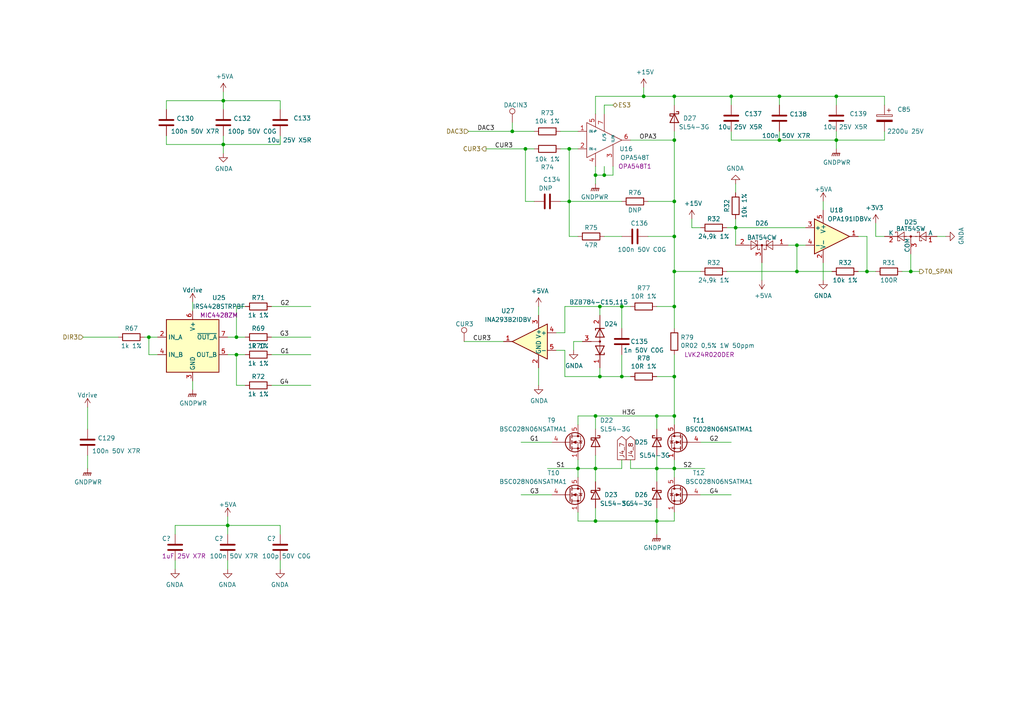
<source format=kicad_sch>
(kicad_sch (version 20230121) (generator eeschema)

  (uuid b9bb937e-eaff-4d03-9e74-7ae5b2d5008a)

  (paper "A4")

  (title_block
    (title "Compensation coils driver 3x3A for Kasli system")
    (date "2023-11-17")
    (rev "3_Artiq")
    (company "Nicolaus Copernicus University in Toruń")
    (comment 1 "KL FAMO")
    (comment 3 "designed by Adam Ledziński")
  )

  (lib_symbols
    (symbol "Amplifier_Current:INA196" (pin_names (offset 0.127)) (in_bom yes) (on_board yes)
      (property "Reference" "U" (at 3.81 3.81 0)
        (effects (font (size 1.27 1.27)))
      )
      (property "Value" "INA196" (at 3.81 -3.81 0)
        (effects (font (size 1.27 1.27)))
      )
      (property "Footprint" "Package_TO_SOT_SMD:SOT-23-5" (at 0 0 0)
        (effects (font (size 1.27 1.27)) hide)
      )
      (property "Datasheet" "http://www.ti.com/lit/ds/symlink/ina193.pdf" (at 0 0 0)
        (effects (font (size 1.27 1.27)) hide)
      )
      (property "ki_keywords" "current sense shunt monitor" (at 0 0 0)
        (effects (font (size 1.27 1.27)) hide)
      )
      (property "ki_description" "Current Shunt Monitor −16V to +80V Common-Mode Range, 20V/V, SOT-23-5" (at 0 0 0)
        (effects (font (size 1.27 1.27)) hide)
      )
      (property "ki_fp_filters" "SOT?23*" (at 0 0 0)
        (effects (font (size 1.27 1.27)) hide)
      )
      (symbol "INA196_0_1"
        (polyline
          (pts
            (xy 5.08 0)
            (xy -5.08 5.08)
            (xy -5.08 -5.08)
            (xy 5.08 0)
          )
          (stroke (width 0.254) (type default))
          (fill (type background))
        )
      )
      (symbol "INA196_1_1"
        (pin output line (at 7.62 0 180) (length 2.54)
          (name "~" (effects (font (size 1.27 1.27))))
          (number "1" (effects (font (size 1.27 1.27))))
        )
        (pin power_in line (at -2.54 -7.62 90) (length 3.81)
          (name "GND" (effects (font (size 1.27 1.27))))
          (number "2" (effects (font (size 1.27 1.27))))
        )
        (pin power_in line (at -2.54 7.62 270) (length 3.81)
          (name "V+" (effects (font (size 1.27 1.27))))
          (number "3" (effects (font (size 1.27 1.27))))
        )
        (pin input line (at -7.62 2.54 0) (length 2.54)
          (name "+" (effects (font (size 1.27 1.27))))
          (number "4" (effects (font (size 1.27 1.27))))
        )
        (pin input line (at -7.62 -2.54 0) (length 2.54)
          (name "-" (effects (font (size 1.27 1.27))))
          (number "5" (effects (font (size 1.27 1.27))))
        )
      )
    )
    (symbol "Amplifier_Operational:OPA196xDBV" (pin_names (offset 0.127)) (in_bom yes) (on_board yes)
      (property "Reference" "U" (at -1.27 6.35 0)
        (effects (font (size 1.27 1.27)) (justify left))
      )
      (property "Value" "OPA196xDBV" (at -1.27 3.81 0)
        (effects (font (size 1.27 1.27)) (justify left))
      )
      (property "Footprint" "Package_TO_SOT_SMD:SOT-23-5" (at -2.54 -5.08 0)
        (effects (font (size 1.27 1.27)) (justify left) hide)
      )
      (property "Datasheet" "http://www.ti.com/lit/ds/symlink/opa4196.pdf" (at 0 5.08 0)
        (effects (font (size 1.27 1.27)) hide)
      )
      (property "ki_keywords" "single opamp" (at 0 0 0)
        (effects (font (size 1.27 1.27)) hide)
      )
      (property "ki_description" "Single, Low-Power, Low Offset Voltage, Rail-to-Rail Operational Amplifier, SOT-23-5" (at 0 0 0)
        (effects (font (size 1.27 1.27)) hide)
      )
      (property "ki_fp_filters" "SOT?23*" (at 0 0 0)
        (effects (font (size 1.27 1.27)) hide)
      )
      (symbol "OPA196xDBV_0_1"
        (polyline
          (pts
            (xy -5.08 5.08)
            (xy 5.08 0)
            (xy -5.08 -5.08)
            (xy -5.08 5.08)
          )
          (stroke (width 0.254) (type default))
          (fill (type background))
        )
        (pin power_in line (at -2.54 -7.62 90) (length 3.81)
          (name "V-" (effects (font (size 1.27 1.27))))
          (number "2" (effects (font (size 1.27 1.27))))
        )
        (pin power_in line (at -2.54 7.62 270) (length 3.81)
          (name "V+" (effects (font (size 1.27 1.27))))
          (number "5" (effects (font (size 1.27 1.27))))
        )
      )
      (symbol "OPA196xDBV_1_1"
        (pin output line (at 7.62 0 180) (length 2.54)
          (name "~" (effects (font (size 1.27 1.27))))
          (number "1" (effects (font (size 1.27 1.27))))
        )
        (pin input line (at -7.62 2.54 0) (length 2.54)
          (name "+" (effects (font (size 1.27 1.27))))
          (number "3" (effects (font (size 1.27 1.27))))
        )
        (pin input line (at -7.62 -2.54 0) (length 2.54)
          (name "-" (effects (font (size 1.27 1.27))))
          (number "4" (effects (font (size 1.27 1.27))))
        )
      )
    )
    (symbol "Connector:TestPoint" (pin_numbers hide) (pin_names (offset 0.762) hide) (in_bom yes) (on_board yes)
      (property "Reference" "TP" (at 0 6.858 0)
        (effects (font (size 1.27 1.27)))
      )
      (property "Value" "TestPoint" (at 0 5.08 0)
        (effects (font (size 1.27 1.27)))
      )
      (property "Footprint" "" (at 5.08 0 0)
        (effects (font (size 1.27 1.27)) hide)
      )
      (property "Datasheet" "~" (at 5.08 0 0)
        (effects (font (size 1.27 1.27)) hide)
      )
      (property "ki_keywords" "test point tp" (at 0 0 0)
        (effects (font (size 1.27 1.27)) hide)
      )
      (property "ki_description" "test point" (at 0 0 0)
        (effects (font (size 1.27 1.27)) hide)
      )
      (property "ki_fp_filters" "Pin* Test*" (at 0 0 0)
        (effects (font (size 1.27 1.27)) hide)
      )
      (symbol "TestPoint_0_1"
        (circle (center 0 3.302) (radius 0.762)
          (stroke (width 0) (type default))
          (fill (type none))
        )
      )
      (symbol "TestPoint_1_1"
        (pin passive line (at 0 0 90) (length 2.54)
          (name "1" (effects (font (size 1.27 1.27))))
          (number "1" (effects (font (size 1.27 1.27))))
        )
      )
    )
    (symbol "Device:C" (pin_numbers hide) (pin_names (offset 0.254)) (in_bom yes) (on_board yes)
      (property "Reference" "C" (at 0.635 2.54 0)
        (effects (font (size 1.27 1.27)) (justify left))
      )
      (property "Value" "C" (at 0.635 -2.54 0)
        (effects (font (size 1.27 1.27)) (justify left))
      )
      (property "Footprint" "" (at 0.9652 -3.81 0)
        (effects (font (size 1.27 1.27)) hide)
      )
      (property "Datasheet" "~" (at 0 0 0)
        (effects (font (size 1.27 1.27)) hide)
      )
      (property "ki_keywords" "cap capacitor" (at 0 0 0)
        (effects (font (size 1.27 1.27)) hide)
      )
      (property "ki_description" "Unpolarized capacitor" (at 0 0 0)
        (effects (font (size 1.27 1.27)) hide)
      )
      (property "ki_fp_filters" "C_*" (at 0 0 0)
        (effects (font (size 1.27 1.27)) hide)
      )
      (symbol "C_0_1"
        (polyline
          (pts
            (xy -2.032 -0.762)
            (xy 2.032 -0.762)
          )
          (stroke (width 0.508) (type default))
          (fill (type none))
        )
        (polyline
          (pts
            (xy -2.032 0.762)
            (xy 2.032 0.762)
          )
          (stroke (width 0.508) (type default))
          (fill (type none))
        )
      )
      (symbol "C_1_1"
        (pin passive line (at 0 3.81 270) (length 2.794)
          (name "~" (effects (font (size 1.27 1.27))))
          (number "1" (effects (font (size 1.27 1.27))))
        )
        (pin passive line (at 0 -3.81 90) (length 2.794)
          (name "~" (effects (font (size 1.27 1.27))))
          (number "2" (effects (font (size 1.27 1.27))))
        )
      )
    )
    (symbol "Device:D_Schottky" (pin_numbers hide) (pin_names (offset 1.016) hide) (in_bom yes) (on_board yes)
      (property "Reference" "D" (at 0 2.54 0)
        (effects (font (size 1.27 1.27)))
      )
      (property "Value" "D_Schottky" (at 0 -2.54 0)
        (effects (font (size 1.27 1.27)))
      )
      (property "Footprint" "" (at 0 0 0)
        (effects (font (size 1.27 1.27)) hide)
      )
      (property "Datasheet" "~" (at 0 0 0)
        (effects (font (size 1.27 1.27)) hide)
      )
      (property "ki_keywords" "diode Schottky" (at 0 0 0)
        (effects (font (size 1.27 1.27)) hide)
      )
      (property "ki_description" "Schottky diode" (at 0 0 0)
        (effects (font (size 1.27 1.27)) hide)
      )
      (property "ki_fp_filters" "TO-???* *_Diode_* *SingleDiode* D_*" (at 0 0 0)
        (effects (font (size 1.27 1.27)) hide)
      )
      (symbol "D_Schottky_0_1"
        (polyline
          (pts
            (xy 1.27 0)
            (xy -1.27 0)
          )
          (stroke (width 0) (type default))
          (fill (type none))
        )
        (polyline
          (pts
            (xy 1.27 1.27)
            (xy 1.27 -1.27)
            (xy -1.27 0)
            (xy 1.27 1.27)
          )
          (stroke (width 0.254) (type default))
          (fill (type none))
        )
        (polyline
          (pts
            (xy -1.905 0.635)
            (xy -1.905 1.27)
            (xy -1.27 1.27)
            (xy -1.27 -1.27)
            (xy -0.635 -1.27)
            (xy -0.635 -0.635)
          )
          (stroke (width 0.254) (type default))
          (fill (type none))
        )
      )
      (symbol "D_Schottky_1_1"
        (pin passive line (at -3.81 0 0) (length 2.54)
          (name "K" (effects (font (size 1.27 1.27))))
          (number "1" (effects (font (size 1.27 1.27))))
        )
        (pin passive line (at 3.81 0 180) (length 2.54)
          (name "A" (effects (font (size 1.27 1.27))))
          (number "2" (effects (font (size 1.27 1.27))))
        )
      )
    )
    (symbol "Device:R" (pin_numbers hide) (pin_names (offset 0)) (in_bom yes) (on_board yes)
      (property "Reference" "R" (at 2.032 0 90)
        (effects (font (size 1.27 1.27)))
      )
      (property "Value" "R" (at 0 0 90)
        (effects (font (size 1.27 1.27)))
      )
      (property "Footprint" "" (at -1.778 0 90)
        (effects (font (size 1.27 1.27)) hide)
      )
      (property "Datasheet" "~" (at 0 0 0)
        (effects (font (size 1.27 1.27)) hide)
      )
      (property "ki_keywords" "R res resistor" (at 0 0 0)
        (effects (font (size 1.27 1.27)) hide)
      )
      (property "ki_description" "Resistor" (at 0 0 0)
        (effects (font (size 1.27 1.27)) hide)
      )
      (property "ki_fp_filters" "R_*" (at 0 0 0)
        (effects (font (size 1.27 1.27)) hide)
      )
      (symbol "R_0_1"
        (rectangle (start -1.016 -2.54) (end 1.016 2.54)
          (stroke (width 0.254) (type default))
          (fill (type none))
        )
      )
      (symbol "R_1_1"
        (pin passive line (at 0 3.81 270) (length 1.27)
          (name "~" (effects (font (size 1.27 1.27))))
          (number "1" (effects (font (size 1.27 1.27))))
        )
        (pin passive line (at 0 -3.81 90) (length 1.27)
          (name "~" (effects (font (size 1.27 1.27))))
          (number "2" (effects (font (size 1.27 1.27))))
        )
      )
    )
    (symbol "Diode:BAT54C" (pin_names (offset 1.016)) (in_bom yes) (on_board yes)
      (property "Reference" "D" (at 0.635 -3.81 0)
        (effects (font (size 1.27 1.27)) (justify left))
      )
      (property "Value" "BAT54C" (at -6.35 3.175 0)
        (effects (font (size 1.27 1.27)) (justify left))
      )
      (property "Footprint" "Package_TO_SOT_SMD:SOT-23" (at 1.905 3.175 0)
        (effects (font (size 1.27 1.27)) (justify left) hide)
      )
      (property "Datasheet" "http://www.diodes.com/_files/datasheets/ds11005.pdf" (at -2.032 0 0)
        (effects (font (size 1.27 1.27)) hide)
      )
      (property "ki_keywords" "schottky diode common cathode" (at 0 0 0)
        (effects (font (size 1.27 1.27)) hide)
      )
      (property "ki_description" "dual schottky barrier diode, common cathode" (at 0 0 0)
        (effects (font (size 1.27 1.27)) hide)
      )
      (property "ki_fp_filters" "SOT?23*" (at 0 0 0)
        (effects (font (size 1.27 1.27)) hide)
      )
      (symbol "BAT54C_0_1"
        (polyline
          (pts
            (xy -1.905 0)
            (xy 1.905 0)
          )
          (stroke (width 0) (type default))
          (fill (type none))
        )
        (polyline
          (pts
            (xy -1.905 1.27)
            (xy -1.905 1.016)
          )
          (stroke (width 0) (type default))
          (fill (type none))
        )
        (polyline
          (pts
            (xy -1.27 -1.27)
            (xy -0.635 -1.27)
          )
          (stroke (width 0) (type default))
          (fill (type none))
        )
        (polyline
          (pts
            (xy -1.27 0)
            (xy -3.81 0)
          )
          (stroke (width 0) (type default))
          (fill (type none))
        )
        (polyline
          (pts
            (xy -1.27 1.27)
            (xy -1.905 1.27)
          )
          (stroke (width 0) (type default))
          (fill (type none))
        )
        (polyline
          (pts
            (xy -1.27 1.27)
            (xy -1.27 -1.27)
          )
          (stroke (width 0) (type default))
          (fill (type none))
        )
        (polyline
          (pts
            (xy -0.635 -1.27)
            (xy -0.635 -1.016)
          )
          (stroke (width 0) (type default))
          (fill (type none))
        )
        (polyline
          (pts
            (xy 0.635 -1.27)
            (xy 0.635 -1.016)
          )
          (stroke (width 0) (type default))
          (fill (type none))
        )
        (polyline
          (pts
            (xy 1.27 -1.27)
            (xy 0.635 -1.27)
          )
          (stroke (width 0) (type default))
          (fill (type none))
        )
        (polyline
          (pts
            (xy 1.27 1.27)
            (xy 1.27 -1.27)
          )
          (stroke (width 0) (type default))
          (fill (type none))
        )
        (polyline
          (pts
            (xy 1.27 1.27)
            (xy 1.905 1.27)
          )
          (stroke (width 0) (type default))
          (fill (type none))
        )
        (polyline
          (pts
            (xy 1.905 1.27)
            (xy 1.905 1.016)
          )
          (stroke (width 0) (type default))
          (fill (type none))
        )
        (polyline
          (pts
            (xy 3.81 0)
            (xy 1.27 0)
          )
          (stroke (width 0) (type default))
          (fill (type none))
        )
        (polyline
          (pts
            (xy -3.175 -1.27)
            (xy -3.175 1.27)
            (xy -1.27 0)
            (xy -3.175 -1.27)
          )
          (stroke (width 0) (type default))
          (fill (type none))
        )
        (polyline
          (pts
            (xy 3.175 -1.27)
            (xy 3.175 1.27)
            (xy 1.27 0)
            (xy 3.175 -1.27)
          )
          (stroke (width 0) (type default))
          (fill (type none))
        )
        (circle (center 0 0) (radius 0.254)
          (stroke (width 0) (type default))
          (fill (type outline))
        )
      )
      (symbol "BAT54C_1_1"
        (pin passive line (at -7.62 0 0) (length 3.81)
          (name "~" (effects (font (size 1.27 1.27))))
          (number "1" (effects (font (size 1.27 1.27))))
        )
        (pin passive line (at 7.62 0 180) (length 3.81)
          (name "~" (effects (font (size 1.27 1.27))))
          (number "2" (effects (font (size 1.27 1.27))))
        )
        (pin passive line (at 0 -5.08 90) (length 5.08)
          (name "~" (effects (font (size 1.27 1.27))))
          (number "3" (effects (font (size 1.27 1.27))))
        )
      )
    )
    (symbol "Diode:BAT54SW" (pin_names (offset 0)) (in_bom yes) (on_board yes)
      (property "Reference" "D" (at 0.635 -3.81 0)
        (effects (font (size 1.27 1.27)) (justify left))
      )
      (property "Value" "BAT54SW" (at -6.35 3.175 0)
        (effects (font (size 1.27 1.27)) (justify left))
      )
      (property "Footprint" "Package_TO_SOT_SMD:SOT-323_SC-70" (at 1.905 3.175 0)
        (effects (font (size 1.27 1.27)) (justify left) hide)
      )
      (property "Datasheet" "https://assets.nexperia.com/documents/data-sheet/BAT54W_SER.pdf" (at -3.048 0 0)
        (effects (font (size 1.27 1.27)) hide)
      )
      (property "ki_keywords" "dual schottky diode" (at 0 0 0)
        (effects (font (size 1.27 1.27)) hide)
      )
      (property "ki_description" "Vr 30V, If 200mA, Dual schottky barrier diode, in series, SOT-323" (at 0 0 0)
        (effects (font (size 1.27 1.27)) hide)
      )
      (property "ki_fp_filters" "SOT?323*" (at 0 0 0)
        (effects (font (size 1.27 1.27)) hide)
      )
      (symbol "BAT54SW_0_1"
        (polyline
          (pts
            (xy -3.81 0)
            (xy -1.27 0)
          )
          (stroke (width 0) (type default))
          (fill (type none))
        )
        (polyline
          (pts
            (xy -3.175 -1.27)
            (xy -3.175 -1.016)
          )
          (stroke (width 0) (type default))
          (fill (type none))
        )
        (polyline
          (pts
            (xy -2.54 -1.27)
            (xy -3.175 -1.27)
          )
          (stroke (width 0) (type default))
          (fill (type none))
        )
        (polyline
          (pts
            (xy -2.54 -1.27)
            (xy -2.54 1.27)
          )
          (stroke (width 0) (type default))
          (fill (type none))
        )
        (polyline
          (pts
            (xy -2.54 1.27)
            (xy -1.905 1.27)
          )
          (stroke (width 0) (type default))
          (fill (type none))
        )
        (polyline
          (pts
            (xy -1.905 0)
            (xy 1.905 0)
          )
          (stroke (width 0) (type default))
          (fill (type none))
        )
        (polyline
          (pts
            (xy -1.905 1.27)
            (xy -1.905 1.016)
          )
          (stroke (width 0) (type default))
          (fill (type none))
        )
        (polyline
          (pts
            (xy 1.27 0)
            (xy 3.81 0)
          )
          (stroke (width 0) (type default))
          (fill (type none))
        )
        (polyline
          (pts
            (xy 3.175 -1.27)
            (xy 3.175 -1.016)
          )
          (stroke (width 0) (type default))
          (fill (type none))
        )
        (polyline
          (pts
            (xy 3.81 -1.27)
            (xy 3.175 -1.27)
          )
          (stroke (width 0) (type default))
          (fill (type none))
        )
        (polyline
          (pts
            (xy 3.81 -1.27)
            (xy 3.81 1.27)
          )
          (stroke (width 0) (type default))
          (fill (type none))
        )
        (polyline
          (pts
            (xy 3.81 1.27)
            (xy 4.445 1.27)
          )
          (stroke (width 0) (type default))
          (fill (type none))
        )
        (polyline
          (pts
            (xy 4.445 1.27)
            (xy 4.445 1.016)
          )
          (stroke (width 0) (type default))
          (fill (type none))
        )
        (polyline
          (pts
            (xy -4.445 1.27)
            (xy -4.445 -1.27)
            (xy -2.54 0)
            (xy -4.445 1.27)
          )
          (stroke (width 0) (type default))
          (fill (type none))
        )
        (polyline
          (pts
            (xy 1.905 1.27)
            (xy 1.905 -1.27)
            (xy 3.81 0)
            (xy 1.905 1.27)
          )
          (stroke (width 0) (type default))
          (fill (type none))
        )
        (circle (center 0 0) (radius 0.254)
          (stroke (width 0) (type default))
          (fill (type outline))
        )
      )
      (symbol "BAT54SW_1_1"
        (pin passive line (at -7.62 0 0) (length 3.81)
          (name "A" (effects (font (size 1.27 1.27))))
          (number "1" (effects (font (size 1.27 1.27))))
        )
        (pin passive line (at 7.62 0 180) (length 3.81)
          (name "K" (effects (font (size 1.27 1.27))))
          (number "2" (effects (font (size 1.27 1.27))))
        )
        (pin passive line (at 0 -5.08 90) (length 5.08)
          (name "COM" (effects (font (size 1.27 1.27))))
          (number "3" (effects (font (size 1.27 1.27))))
        )
      )
    )
    (symbol "Driver_FET:MIC4428" (in_bom yes) (on_board yes)
      (property "Reference" "U" (at -7.62 8.89 0)
        (effects (font (size 1.27 1.27)) (justify left))
      )
      (property "Value" "MIC4428" (at 1.27 8.89 0)
        (effects (font (size 1.27 1.27)) (justify left))
      )
      (property "Footprint" "" (at 0 -7.62 0)
        (effects (font (size 1.27 1.27)) hide)
      )
      (property "Datasheet" "http://ww1.microchip.com/downloads/en/DeviceDoc/mic4426.pdf" (at 0 -7.62 0)
        (effects (font (size 1.27 1.27)) hide)
      )
      (property "ki_keywords" "Driver, Dual MOSFET" (at 0 0 0)
        (effects (font (size 1.27 1.27)) hide)
      )
      (property "ki_description" "Dual 1.5A-Peak Low-Side MOSFET Driver, DIP-8/SOIC-8/MSOP-8" (at 0 0 0)
        (effects (font (size 1.27 1.27)) hide)
      )
      (property "ki_fp_filters" "DIP*W7.62mm* SOIC*3.9x4.9mm*P1.27mm* MSOP*P0.65mm*" (at 0 0 0)
        (effects (font (size 1.27 1.27)) hide)
      )
      (symbol "MIC4428_0_1"
        (rectangle (start -7.62 -7.62) (end 7.62 7.62)
          (stroke (width 0.254) (type default))
          (fill (type background))
        )
      )
      (symbol "MIC4428_1_1"
        (pin no_connect line (at -7.62 0 0) (length 2.54) hide
          (name "NC" (effects (font (size 1.27 1.27))))
          (number "1" (effects (font (size 1.27 1.27))))
        )
        (pin input line (at -10.16 2.54 0) (length 2.54)
          (name "IN_A" (effects (font (size 1.27 1.27))))
          (number "2" (effects (font (size 1.27 1.27))))
        )
        (pin power_in line (at 0 -10.16 90) (length 2.54)
          (name "GND" (effects (font (size 1.27 1.27))))
          (number "3" (effects (font (size 1.27 1.27))))
        )
        (pin input line (at -10.16 -2.54 0) (length 2.54)
          (name "IN_B" (effects (font (size 1.27 1.27))))
          (number "4" (effects (font (size 1.27 1.27))))
        )
        (pin output line (at 10.16 -2.54 180) (length 2.54)
          (name "OUT_B" (effects (font (size 1.27 1.27))))
          (number "5" (effects (font (size 1.27 1.27))))
        )
        (pin power_in line (at 0 10.16 270) (length 2.54)
          (name "V+" (effects (font (size 1.27 1.27))))
          (number "6" (effects (font (size 1.27 1.27))))
        )
        (pin output line (at 10.16 2.54 180) (length 2.54)
          (name "~{OUT_A}" (effects (font (size 1.27 1.27))))
          (number "7" (effects (font (size 1.27 1.27))))
        )
        (pin no_connect line (at 7.62 0 180) (length 2.54) hide
          (name "NC" (effects (font (size 1.27 1.27))))
          (number "8" (effects (font (size 1.27 1.27))))
        )
      )
    )
    (symbol "Transistor_FET:BSC028N06LS3" (pin_names hide) (in_bom yes) (on_board yes)
      (property "Reference" "Q" (at 5.08 1.905 0)
        (effects (font (size 1.27 1.27)) (justify left))
      )
      (property "Value" "BSC028N06LS3" (at 5.08 0 0)
        (effects (font (size 1.27 1.27)) (justify left))
      )
      (property "Footprint" "Package_TO_SOT_SMD:TDSON-8-1" (at 5.08 -1.905 0)
        (effects (font (size 1.27 1.27) italic) (justify left) hide)
      )
      (property "Datasheet" "http://www.infineon.com/dgdl/Infineon-BSC028N06LS3-DS-v02_02-en.pdf?fileId=db3a30431ddc9372011ebafa4c607f8c" (at 0 0 90)
        (effects (font (size 1.27 1.27)) (justify left) hide)
      )
      (property "ki_keywords" "OptiMOS Power MOSFET N-MOS" (at 0 0 0)
        (effects (font (size 1.27 1.27)) hide)
      )
      (property "ki_description" "100A Id, 60V Vds, OptiMOS N-Channel Power MOSFET, 2.8mOhm Ron, Qg (typ) 31.0nC, PG-TDSON-8" (at 0 0 0)
        (effects (font (size 1.27 1.27)) hide)
      )
      (property "ki_fp_filters" "TDSON*" (at 0 0 0)
        (effects (font (size 1.27 1.27)) hide)
      )
      (symbol "BSC028N06LS3_0_1"
        (polyline
          (pts
            (xy 0.254 0)
            (xy -2.54 0)
          )
          (stroke (width 0) (type default))
          (fill (type none))
        )
        (polyline
          (pts
            (xy 0.254 1.905)
            (xy 0.254 -1.905)
          )
          (stroke (width 0.254) (type default))
          (fill (type none))
        )
        (polyline
          (pts
            (xy 0.762 -1.27)
            (xy 0.762 -2.286)
          )
          (stroke (width 0.254) (type default))
          (fill (type none))
        )
        (polyline
          (pts
            (xy 0.762 0.508)
            (xy 0.762 -0.508)
          )
          (stroke (width 0.254) (type default))
          (fill (type none))
        )
        (polyline
          (pts
            (xy 0.762 2.286)
            (xy 0.762 1.27)
          )
          (stroke (width 0.254) (type default))
          (fill (type none))
        )
        (polyline
          (pts
            (xy 2.54 2.54)
            (xy 2.54 1.778)
          )
          (stroke (width 0) (type default))
          (fill (type none))
        )
        (polyline
          (pts
            (xy 2.54 -2.54)
            (xy 2.54 0)
            (xy 0.762 0)
          )
          (stroke (width 0) (type default))
          (fill (type none))
        )
        (polyline
          (pts
            (xy 0.762 -1.778)
            (xy 3.302 -1.778)
            (xy 3.302 1.778)
            (xy 0.762 1.778)
          )
          (stroke (width 0) (type default))
          (fill (type none))
        )
        (polyline
          (pts
            (xy 1.016 0)
            (xy 2.032 0.381)
            (xy 2.032 -0.381)
            (xy 1.016 0)
          )
          (stroke (width 0) (type default))
          (fill (type outline))
        )
        (polyline
          (pts
            (xy 2.794 0.508)
            (xy 2.921 0.381)
            (xy 3.683 0.381)
            (xy 3.81 0.254)
          )
          (stroke (width 0) (type default))
          (fill (type none))
        )
        (polyline
          (pts
            (xy 3.302 0.381)
            (xy 2.921 -0.254)
            (xy 3.683 -0.254)
            (xy 3.302 0.381)
          )
          (stroke (width 0) (type default))
          (fill (type none))
        )
        (circle (center 1.651 0) (radius 2.794)
          (stroke (width 0.254) (type default))
          (fill (type none))
        )
        (circle (center 2.54 -1.778) (radius 0.254)
          (stroke (width 0) (type default))
          (fill (type outline))
        )
        (circle (center 2.54 1.778) (radius 0.254)
          (stroke (width 0) (type default))
          (fill (type outline))
        )
      )
      (symbol "BSC028N06LS3_1_1"
        (pin passive line (at 2.54 -5.08 90) (length 2.54)
          (name "S" (effects (font (size 1.27 1.27))))
          (number "1" (effects (font (size 1.27 1.27))))
        )
        (pin passive line (at 2.54 -5.08 90) (length 2.54) hide
          (name "S" (effects (font (size 1.27 1.27))))
          (number "2" (effects (font (size 1.27 1.27))))
        )
        (pin passive line (at 2.54 -5.08 90) (length 2.54) hide
          (name "S" (effects (font (size 1.27 1.27))))
          (number "3" (effects (font (size 1.27 1.27))))
        )
        (pin passive line (at -5.08 0 0) (length 2.54)
          (name "G" (effects (font (size 1.27 1.27))))
          (number "4" (effects (font (size 1.27 1.27))))
        )
        (pin passive line (at 2.54 5.08 270) (length 2.54)
          (name "D" (effects (font (size 1.27 1.27))))
          (number "5" (effects (font (size 1.27 1.27))))
        )
      )
    )
    (symbol "c100AvA-rescue:+3.3V-power" (power) (pin_names (offset 0)) (in_bom yes) (on_board yes)
      (property "Reference" "#PWR" (at 0 -3.81 0)
        (effects (font (size 1.27 1.27)) hide)
      )
      (property "Value" "+3.3V-power" (at 0 3.556 0)
        (effects (font (size 1.27 1.27)))
      )
      (property "Footprint" "" (at 0 0 0)
        (effects (font (size 1.27 1.27)) hide)
      )
      (property "Datasheet" "" (at 0 0 0)
        (effects (font (size 1.27 1.27)) hide)
      )
      (symbol "+3.3V-power_0_1"
        (polyline
          (pts
            (xy -0.762 1.27)
            (xy 0 2.54)
          )
          (stroke (width 0) (type solid))
          (fill (type none))
        )
        (polyline
          (pts
            (xy 0 0)
            (xy 0 2.54)
          )
          (stroke (width 0) (type solid))
          (fill (type none))
        )
        (polyline
          (pts
            (xy 0 2.54)
            (xy 0.762 1.27)
          )
          (stroke (width 0) (type solid))
          (fill (type none))
        )
      )
      (symbol "+3.3V-power_1_1"
        (pin power_in line (at 0 0 90) (length 0) hide
          (name "+3V3" (effects (font (size 1.27 1.27))))
          (number "1" (effects (font (size 1.27 1.27))))
        )
      )
    )
    (symbol "c3Av2_A-rescue:CP-Device" (pin_numbers hide) (pin_names (offset 0.254)) (in_bom yes) (on_board yes)
      (property "Reference" "C" (at 0.635 2.54 0)
        (effects (font (size 1.27 1.27)) (justify left))
      )
      (property "Value" "Device_CP" (at 0.635 -2.54 0)
        (effects (font (size 1.27 1.27)) (justify left))
      )
      (property "Footprint" "" (at 0.9652 -3.81 0)
        (effects (font (size 1.27 1.27)) hide)
      )
      (property "Datasheet" "" (at 0 0 0)
        (effects (font (size 1.27 1.27)) hide)
      )
      (property "ki_fp_filters" "CP_*" (at 0 0 0)
        (effects (font (size 1.27 1.27)) hide)
      )
      (symbol "CP-Device_0_1"
        (rectangle (start -2.286 0.508) (end 2.286 1.016)
          (stroke (width 0) (type solid))
          (fill (type none))
        )
        (polyline
          (pts
            (xy -1.778 2.286)
            (xy -0.762 2.286)
          )
          (stroke (width 0) (type solid))
          (fill (type none))
        )
        (polyline
          (pts
            (xy -1.27 2.794)
            (xy -1.27 1.778)
          )
          (stroke (width 0) (type solid))
          (fill (type none))
        )
        (rectangle (start 2.286 -0.508) (end -2.286 -1.016)
          (stroke (width 0) (type solid))
          (fill (type outline))
        )
      )
      (symbol "CP-Device_1_1"
        (pin passive line (at 0 3.81 270) (length 2.794)
          (name "~" (effects (font (size 1.27 1.27))))
          (number "1" (effects (font (size 1.27 1.27))))
        )
        (pin passive line (at 0 -3.81 90) (length 2.794)
          (name "~" (effects (font (size 1.27 1.27))))
          (number "2" (effects (font (size 1.27 1.27))))
        )
      )
    )
    (symbol "c3Av2_A-rescue:D_Zener_x2_ACom_KKA-Device" (pin_names (offset 0.762) hide) (in_bom yes) (on_board yes)
      (property "Reference" "D" (at 1.27 -2.54 0)
        (effects (font (size 1.27 1.27)))
      )
      (property "Value" "Device_D_Zener_x2_ACom_KKA" (at 0 2.54 0)
        (effects (font (size 1.27 1.27)))
      )
      (property "Footprint" "" (at 0 0 0)
        (effects (font (size 1.27 1.27)) hide)
      )
      (property "Datasheet" "" (at 0 0 0)
        (effects (font (size 1.27 1.27)) hide)
      )
      (property "ki_fp_filters" "SOT* SC*" (at 0 0 0)
        (effects (font (size 1.27 1.27)) hide)
      )
      (symbol "D_Zener_x2_ACom_KKA-Device_0_1"
        (polyline
          (pts
            (xy -3.556 0)
            (xy 3.81 0)
          )
          (stroke (width 0) (type solid))
          (fill (type none))
        )
        (polyline
          (pts
            (xy 0 0)
            (xy 0 -2.54)
          )
          (stroke (width 0) (type solid))
          (fill (type none))
        )
        (polyline
          (pts
            (xy -3.81 -1.27)
            (xy -3.81 1.27)
            (xy -3.302 1.27)
          )
          (stroke (width 0.254) (type solid))
          (fill (type none))
        )
        (polyline
          (pts
            (xy 3.302 -1.27)
            (xy 3.81 -1.27)
            (xy 3.81 1.27)
          )
          (stroke (width 0.254) (type solid))
          (fill (type none))
        )
        (polyline
          (pts
            (xy -1.27 -1.27)
            (xy -3.81 0)
            (xy -1.27 1.27)
            (xy -1.27 -1.27)
            (xy -1.27 -1.27)
            (xy -1.27 -1.27)
          )
          (stroke (width 0.254) (type solid))
          (fill (type none))
        )
        (polyline
          (pts
            (xy 1.27 1.27)
            (xy 3.81 0)
            (xy 1.27 -1.27)
            (xy 1.27 1.27)
            (xy 1.27 1.27)
            (xy 1.27 1.27)
          )
          (stroke (width 0.254) (type solid))
          (fill (type none))
        )
        (circle (center 0 0) (radius 0.254)
          (stroke (width 0) (type solid))
          (fill (type outline))
        )
        (pin passive line (at -7.62 0 0) (length 3.81)
          (name "K" (effects (font (size 1.27 1.27))))
          (number "1" (effects (font (size 1.27 1.27))))
        )
        (pin passive line (at 7.62 0 180) (length 3.81)
          (name "K" (effects (font (size 1.27 1.27))))
          (number "2" (effects (font (size 1.27 1.27))))
        )
        (pin passive line (at 0 -5.08 90) (length 2.54)
          (name "A" (effects (font (size 1.27 1.27))))
          (number "3" (effects (font (size 1.27 1.27))))
        )
      )
    )
    (symbol "ff:OPA548T" (in_bom yes) (on_board yes)
      (property "Reference" "U" (at 8.89 15.24 0)
        (effects (font (size 1.27 1.27)) (justify left top))
      )
      (property "Value" "OPA548Fx" (at 8.255 12.7 0)
        (effects (font (size 1.27 1.27)) (justify left top))
      )
      (property "Footprint" "Package_TO_SOT_THT:TO-220-7_P2.54x3.7mm_StaggerOdd_Lead3.8mm_Vertical" (at 24.13 -94.92 0)
        (effects (font (size 1.27 1.27)) (justify left top) hide)
      )
      (property "Datasheet" "https://www.ti.com/lit/ds/symlink/opa548.pdf" (at 24.13 -194.92 0)
        (effects (font (size 1.27 1.27)) (justify left top) hide)
      )
      (property "ki_description" "High-Voltage, High-Current, Wide-Output-Voltage-Swing Power Operational Amplfier (60V, 3A)" (at 0 0 0)
        (effects (font (size 1.27 1.27)) hide)
      )
      (symbol "OPA548T_0_1"
        (polyline
          (pts
            (xy -5.08 5.08)
            (xy -5.08 -5.08)
            (xy 5.08 0)
            (xy -5.08 5.08)
          )
          (stroke (width 0) (type default))
          (fill (type none))
        )
      )
      (symbol "OPA548T_1_1"
        (pin input line (at -7.62 2.54 0) (length 2.54)
          (name "IN+" (effects (font (size 0.762 0.762))))
          (number "1" (effects (font (size 1.27 1.27))))
        )
        (pin input line (at -7.62 -2.54 0) (length 2.54)
          (name "IN-" (effects (font (size 0.762 0.762))))
          (number "2" (effects (font (size 1.27 1.27))))
        )
        (pin passive line (at 2.54 -7.62 90) (length 6.35)
          (name "ILIM" (effects (font (size 0.762 0.762))))
          (number "3" (effects (font (size 1.27 1.27))))
        )
        (pin power_in line (at -2.54 -7.62 90) (length 3.81)
          (name "-" (effects (font (size 0.889 0.889))))
          (number "4" (effects (font (size 1.27 1.27))))
        )
        (pin power_in line (at -2.54 7.62 270) (length 3.81)
          (name "+" (effects (font (size 0.762 0.762))))
          (number "5" (effects (font (size 1.27 1.27))))
        )
        (pin output line (at 7.62 0 180) (length 2.54)
          (name "" (effects (font (size 1.27 1.27))))
          (number "6" (effects (font (size 1.27 1.27))))
        )
        (pin passive line (at 0 7.62 270) (length 5.08)
          (name "E/S" (effects (font (size 0.762 0.762))))
          (number "7" (effects (font (size 1.27 1.27))))
        )
      )
    )
    (symbol "power:+15V" (power) (pin_names (offset 0)) (in_bom yes) (on_board yes)
      (property "Reference" "#PWR" (at 0 -3.81 0)
        (effects (font (size 1.27 1.27)) hide)
      )
      (property "Value" "+15V" (at 0 3.556 0)
        (effects (font (size 1.27 1.27)))
      )
      (property "Footprint" "" (at 0 0 0)
        (effects (font (size 1.27 1.27)) hide)
      )
      (property "Datasheet" "" (at 0 0 0)
        (effects (font (size 1.27 1.27)) hide)
      )
      (property "ki_keywords" "global power" (at 0 0 0)
        (effects (font (size 1.27 1.27)) hide)
      )
      (property "ki_description" "Power symbol creates a global label with name \"+15V\"" (at 0 0 0)
        (effects (font (size 1.27 1.27)) hide)
      )
      (symbol "+15V_0_1"
        (polyline
          (pts
            (xy -0.762 1.27)
            (xy 0 2.54)
          )
          (stroke (width 0) (type default))
          (fill (type none))
        )
        (polyline
          (pts
            (xy 0 0)
            (xy 0 2.54)
          )
          (stroke (width 0) (type default))
          (fill (type none))
        )
        (polyline
          (pts
            (xy 0 2.54)
            (xy 0.762 1.27)
          )
          (stroke (width 0) (type default))
          (fill (type none))
        )
      )
      (symbol "+15V_1_1"
        (pin power_in line (at 0 0 90) (length 0) hide
          (name "+15V" (effects (font (size 1.27 1.27))))
          (number "1" (effects (font (size 1.27 1.27))))
        )
      )
    )
    (symbol "power:+5VA" (power) (pin_names (offset 0)) (in_bom yes) (on_board yes)
      (property "Reference" "#PWR" (at 0 -3.81 0)
        (effects (font (size 1.27 1.27)) hide)
      )
      (property "Value" "+5VA" (at 0 3.556 0)
        (effects (font (size 1.27 1.27)))
      )
      (property "Footprint" "" (at 0 0 0)
        (effects (font (size 1.27 1.27)) hide)
      )
      (property "Datasheet" "" (at 0 0 0)
        (effects (font (size 1.27 1.27)) hide)
      )
      (property "ki_keywords" "global power" (at 0 0 0)
        (effects (font (size 1.27 1.27)) hide)
      )
      (property "ki_description" "Power symbol creates a global label with name \"+5VA\"" (at 0 0 0)
        (effects (font (size 1.27 1.27)) hide)
      )
      (symbol "+5VA_0_1"
        (polyline
          (pts
            (xy -0.762 1.27)
            (xy 0 2.54)
          )
          (stroke (width 0) (type default))
          (fill (type none))
        )
        (polyline
          (pts
            (xy 0 0)
            (xy 0 2.54)
          )
          (stroke (width 0) (type default))
          (fill (type none))
        )
        (polyline
          (pts
            (xy 0 2.54)
            (xy 0.762 1.27)
          )
          (stroke (width 0) (type default))
          (fill (type none))
        )
      )
      (symbol "+5VA_1_1"
        (pin power_in line (at 0 0 90) (length 0) hide
          (name "+5VA" (effects (font (size 1.27 1.27))))
          (number "1" (effects (font (size 1.27 1.27))))
        )
      )
    )
    (symbol "power:GNDA" (power) (pin_names (offset 0)) (in_bom yes) (on_board yes)
      (property "Reference" "#PWR" (at 0 -6.35 0)
        (effects (font (size 1.27 1.27)) hide)
      )
      (property "Value" "GNDA" (at 0 -3.81 0)
        (effects (font (size 1.27 1.27)))
      )
      (property "Footprint" "" (at 0 0 0)
        (effects (font (size 1.27 1.27)) hide)
      )
      (property "Datasheet" "" (at 0 0 0)
        (effects (font (size 1.27 1.27)) hide)
      )
      (property "ki_keywords" "global power" (at 0 0 0)
        (effects (font (size 1.27 1.27)) hide)
      )
      (property "ki_description" "Power symbol creates a global label with name \"GNDA\" , analog ground" (at 0 0 0)
        (effects (font (size 1.27 1.27)) hide)
      )
      (symbol "GNDA_0_1"
        (polyline
          (pts
            (xy 0 0)
            (xy 0 -1.27)
            (xy 1.27 -1.27)
            (xy 0 -2.54)
            (xy -1.27 -1.27)
            (xy 0 -1.27)
          )
          (stroke (width 0) (type default))
          (fill (type none))
        )
      )
      (symbol "GNDA_1_1"
        (pin power_in line (at 0 0 270) (length 0) hide
          (name "GNDA" (effects (font (size 1.27 1.27))))
          (number "1" (effects (font (size 1.27 1.27))))
        )
      )
    )
    (symbol "power:GNDPWR" (power) (pin_names (offset 0)) (in_bom yes) (on_board yes)
      (property "Reference" "#PWR" (at 0 -5.08 0)
        (effects (font (size 1.27 1.27)) hide)
      )
      (property "Value" "GNDPWR" (at 0 -3.302 0)
        (effects (font (size 1.27 1.27)))
      )
      (property "Footprint" "" (at 0 -1.27 0)
        (effects (font (size 1.27 1.27)) hide)
      )
      (property "Datasheet" "" (at 0 -1.27 0)
        (effects (font (size 1.27 1.27)) hide)
      )
      (property "ki_keywords" "global ground" (at 0 0 0)
        (effects (font (size 1.27 1.27)) hide)
      )
      (property "ki_description" "Power symbol creates a global label with name \"GNDPWR\" , global ground" (at 0 0 0)
        (effects (font (size 1.27 1.27)) hide)
      )
      (symbol "GNDPWR_0_1"
        (polyline
          (pts
            (xy 0 -1.27)
            (xy 0 0)
          )
          (stroke (width 0) (type default))
          (fill (type none))
        )
        (polyline
          (pts
            (xy -1.016 -1.27)
            (xy -1.27 -2.032)
            (xy -1.27 -2.032)
          )
          (stroke (width 0.2032) (type default))
          (fill (type none))
        )
        (polyline
          (pts
            (xy -0.508 -1.27)
            (xy -0.762 -2.032)
            (xy -0.762 -2.032)
          )
          (stroke (width 0.2032) (type default))
          (fill (type none))
        )
        (polyline
          (pts
            (xy 0 -1.27)
            (xy -0.254 -2.032)
            (xy -0.254 -2.032)
          )
          (stroke (width 0.2032) (type default))
          (fill (type none))
        )
        (polyline
          (pts
            (xy 0.508 -1.27)
            (xy 0.254 -2.032)
            (xy 0.254 -2.032)
          )
          (stroke (width 0.2032) (type default))
          (fill (type none))
        )
        (polyline
          (pts
            (xy 1.016 -1.27)
            (xy -1.016 -1.27)
            (xy -1.016 -1.27)
          )
          (stroke (width 0.2032) (type default))
          (fill (type none))
        )
        (polyline
          (pts
            (xy 1.016 -1.27)
            (xy 0.762 -2.032)
            (xy 0.762 -2.032)
            (xy 0.762 -2.032)
          )
          (stroke (width 0.2032) (type default))
          (fill (type none))
        )
      )
      (symbol "GNDPWR_1_1"
        (pin power_in line (at 0 0 270) (length 0) hide
          (name "GNDPWR" (effects (font (size 1.27 1.27))))
          (number "1" (effects (font (size 1.27 1.27))))
        )
      )
    )
    (symbol "power:Vdrive" (power) (pin_names (offset 0)) (in_bom yes) (on_board yes)
      (property "Reference" "#PWR" (at -5.08 -3.81 0)
        (effects (font (size 1.27 1.27)) hide)
      )
      (property "Value" "Vdrive" (at 0 3.81 0)
        (effects (font (size 1.27 1.27)))
      )
      (property "Footprint" "" (at 0 0 0)
        (effects (font (size 1.27 1.27)) hide)
      )
      (property "Datasheet" "" (at 0 0 0)
        (effects (font (size 1.27 1.27)) hide)
      )
      (property "ki_keywords" "global power" (at 0 0 0)
        (effects (font (size 1.27 1.27)) hide)
      )
      (property "ki_description" "Power symbol creates a global label with name \"Vdrive\"" (at 0 0 0)
        (effects (font (size 1.27 1.27)) hide)
      )
      (symbol "Vdrive_0_1"
        (polyline
          (pts
            (xy -0.762 1.27)
            (xy 0 2.54)
          )
          (stroke (width 0) (type default))
          (fill (type none))
        )
        (polyline
          (pts
            (xy 0 0)
            (xy 0 2.54)
          )
          (stroke (width 0) (type default))
          (fill (type none))
        )
        (polyline
          (pts
            (xy 0 2.54)
            (xy 0.762 1.27)
          )
          (stroke (width 0) (type default))
          (fill (type none))
        )
      )
      (symbol "Vdrive_1_1"
        (pin power_in line (at 0 0 90) (length 0) hide
          (name "Vdrive" (effects (font (size 1.27 1.27))))
          (number "1" (effects (font (size 1.27 1.27))))
        )
      )
    )
  )

  (junction (at 242.57 40.64) (diameter 0) (color 0 0 0 0)
    (uuid 01e76aa5-ec31-4351-8bde-b1659f3a173e)
  )
  (junction (at 226.06 40.64) (diameter 0) (color 0 0 0 0)
    (uuid 043f0f5f-dbbc-4694-807d-890520b2fd04)
  )
  (junction (at 148.59 38.1) (diameter 0) (color 0 0 0 0)
    (uuid 1881b8f8-e1cc-40c0-9691-0f94dc0341ce)
  )
  (junction (at 195.58 27.94) (diameter 0) (color 0 0 0 0)
    (uuid 2c8e234e-f2a0-471a-b495-07a1105e3fab)
  )
  (junction (at 195.58 68.58) (diameter 0) (color 0 0 0 0)
    (uuid 2ce01db1-2960-436b-8e43-f42acc05d603)
  )
  (junction (at 175.26 50.8) (diameter 0) (color 0 0 0 0)
    (uuid 2fd3979a-5fcb-4173-9e76-cc971c4f1930)
  )
  (junction (at 213.36 66.04) (diameter 0) (color 0 0 0 0)
    (uuid 37d361c6-2021-4eb2-bb50-c31f97115406)
  )
  (junction (at 66.04 152.4) (diameter 0) (color 0 0 0 0)
    (uuid 3b30fcec-8645-428e-8cff-929b63af7fc5)
  )
  (junction (at 68.58 97.79) (diameter 0) (color 0 0 0 0)
    (uuid 3d43135b-fc69-46a2-b42b-252eea1e2ac6)
  )
  (junction (at 68.58 102.87) (diameter 0) (color 0 0 0 0)
    (uuid 3f1cbd86-5db2-40bb-a522-aaeacf80f46b)
  )
  (junction (at 64.77 41.91) (diameter 0) (color 0 0 0 0)
    (uuid 44a3b18d-9c28-4a5b-87c8-49ba68b85a06)
  )
  (junction (at 190.5 120.65) (diameter 0) (color 0 0 0 0)
    (uuid 48aaf9f5-087f-4f3f-bd6a-7255049fa378)
  )
  (junction (at 165.1 43.18) (diameter 0) (color 0 0 0 0)
    (uuid 60c15b60-c75c-4e5e-8898-f7d7e4d63848)
  )
  (junction (at 172.72 50.8) (diameter 0) (color 0 0 0 0)
    (uuid 65b46f09-e518-4101-8a1a-09713c4d6aca)
  )
  (junction (at 167.64 135.89) (diameter 0) (color 0 0 0 0)
    (uuid 67c763c7-9c78-4aeb-841b-8e0ecaf3139b)
  )
  (junction (at 195.58 78.74) (diameter 0) (color 0 0 0 0)
    (uuid 74ccaf12-673c-41d0-9a27-4d7e223a8db9)
  )
  (junction (at 195.58 120.65) (diameter 0) (color 0 0 0 0)
    (uuid 75df3f63-7c92-4dac-9e45-1fe7f3c48882)
  )
  (junction (at 195.58 40.64) (diameter 0) (color 0 0 0 0)
    (uuid 7a90ea16-69df-4053-9fff-0419a0c65881)
  )
  (junction (at 172.72 151.13) (diameter 0) (color 0 0 0 0)
    (uuid 7b8fecec-8d5e-4264-867b-5031b2fd085a)
  )
  (junction (at 152.4 43.18) (diameter 0) (color 0 0 0 0)
    (uuid 7e8f13fe-130d-4679-a756-3687b396f690)
  )
  (junction (at 195.58 88.9) (diameter 0) (color 0 0 0 0)
    (uuid 86ed0c80-781f-40ff-8a11-79a74590c57b)
  )
  (junction (at 212.09 27.94) (diameter 0) (color 0 0 0 0)
    (uuid 8b6873ec-df3c-4642-b401-60fcf75f0e78)
  )
  (junction (at 165.1 58.42) (diameter 0) (color 0 0 0 0)
    (uuid 92f2f87c-c456-45e5-8867-aa4f2c5ba7d7)
  )
  (junction (at 180.34 88.9) (diameter 0) (color 0 0 0 0)
    (uuid 92feada8-5b26-47e2-a4d8-7d3d26cc88c0)
  )
  (junction (at 172.72 135.89) (diameter 0) (color 0 0 0 0)
    (uuid 98642263-4334-43a4-8b7e-0c1a3d77f880)
  )
  (junction (at 190.5 151.13) (diameter 0) (color 0 0 0 0)
    (uuid 990e7d84-71c7-40b9-84ac-e131454c8fab)
  )
  (junction (at 195.58 58.42) (diameter 0) (color 0 0 0 0)
    (uuid 99689b66-f39d-4668-af02-99d0e23ad529)
  )
  (junction (at 242.57 27.94) (diameter 0) (color 0 0 0 0)
    (uuid 9b401606-c09b-44b0-a0e8-b644575606fb)
  )
  (junction (at 195.58 135.89) (diameter 0) (color 0 0 0 0)
    (uuid 9c6e0fb7-5881-44c6-b98c-901000628017)
  )
  (junction (at 190.5 135.89) (diameter 0) (color 0 0 0 0)
    (uuid a3a966e1-75ed-4cea-98f1-265104e8b955)
  )
  (junction (at 180.34 109.22) (diameter 0) (color 0 0 0 0)
    (uuid a7ccc521-5645-42bc-8e51-1c4c98a35895)
  )
  (junction (at 64.77 29.21) (diameter 0) (color 0 0 0 0)
    (uuid ad11e1db-9652-4b35-8a0a-297fe6ffe6c8)
  )
  (junction (at 173.99 88.9) (diameter 0) (color 0 0 0 0)
    (uuid af8d85c9-4094-4734-a655-c5c6ec3c34af)
  )
  (junction (at 231.14 71.12) (diameter 0) (color 0 0 0 0)
    (uuid afeeb108-d59a-4434-bec2-8da5fd0882cd)
  )
  (junction (at 251.46 78.74) (diameter 0) (color 0 0 0 0)
    (uuid c41a5095-7184-454a-9b55-87beaf23b868)
  )
  (junction (at 43.18 97.79) (diameter 0) (color 0 0 0 0)
    (uuid ce80cec6-94a1-4f67-8ad0-38aa4fbed687)
  )
  (junction (at 231.14 78.74) (diameter 0) (color 0 0 0 0)
    (uuid d234258a-fc76-43fe-a8c6-7a3b366bcee1)
  )
  (junction (at 195.58 109.22) (diameter 0) (color 0 0 0 0)
    (uuid d6f346a4-0b8f-483b-a2d4-61352a68d9f8)
  )
  (junction (at 264.16 78.74) (diameter 0) (color 0 0 0 0)
    (uuid ddfa0198-d03e-4f28-89c0-3daad95e19a4)
  )
  (junction (at 172.72 120.65) (diameter 0) (color 0 0 0 0)
    (uuid e0373e92-388c-45f5-873d-50c8ed5201ba)
  )
  (junction (at 173.99 109.22) (diameter 0) (color 0 0 0 0)
    (uuid e08cf062-0faf-4a03-a18c-dec60b3680e7)
  )
  (junction (at 186.69 27.94) (diameter 0) (color 0 0 0 0)
    (uuid e53ccf0f-5fa7-48df-a772-cfe2118dc05e)
  )
  (junction (at 226.06 27.94) (diameter 0) (color 0 0 0 0)
    (uuid f0fa1002-ebdf-4749-bd67-7849c2ef9872)
  )

  (wire (pts (xy 154.94 38.1) (xy 148.59 38.1))
    (stroke (width 0) (type default))
    (uuid 009f4bef-340a-4ee7-b360-af46906a0b8e)
  )
  (wire (pts (xy 162.56 58.42) (xy 165.1 58.42))
    (stroke (width 0) (type default))
    (uuid 00bad492-99b9-4069-b393-801d5c3bfbad)
  )
  (wire (pts (xy 213.36 63.5) (xy 213.36 66.04))
    (stroke (width 0) (type default))
    (uuid 0107e93d-fa7e-4206-bca0-5171d6196ebb)
  )
  (wire (pts (xy 165.1 43.18) (xy 167.64 43.18))
    (stroke (width 0) (type default))
    (uuid 02f6d7d5-fa8e-4286-bd05-f6074a677ef8)
  )
  (wire (pts (xy 180.34 58.42) (xy 165.1 58.42))
    (stroke (width 0) (type default))
    (uuid 03f749c1-e023-4d22-9378-b82c7fbe9f89)
  )
  (wire (pts (xy 220.98 76.2) (xy 220.98 81.28))
    (stroke (width 0) (type default))
    (uuid 051de288-9279-49b4-a081-2502de4c3e5d)
  )
  (wire (pts (xy 172.72 147.32) (xy 172.72 151.13))
    (stroke (width 0) (type default))
    (uuid 070b39ad-d152-4f00-a3dc-7c623d07f89f)
  )
  (wire (pts (xy 212.09 27.94) (xy 212.09 30.48))
    (stroke (width 0) (type default))
    (uuid 07581484-21ac-41ea-8bfe-4ee93a14ed9c)
  )
  (wire (pts (xy 81.28 31.75) (xy 81.28 29.21))
    (stroke (width 0) (type default))
    (uuid 084d6a25-d836-494f-b634-86bf3ceecc0b)
  )
  (wire (pts (xy 162.56 43.18) (xy 165.1 43.18))
    (stroke (width 0) (type default))
    (uuid 0cc443fa-36a8-4e66-b808-67ca787db82a)
  )
  (wire (pts (xy 195.58 68.58) (xy 187.96 68.58))
    (stroke (width 0) (type default))
    (uuid 0e9255ad-bcfd-4448-90fd-51f5abc7e117)
  )
  (wire (pts (xy 163.83 109.22) (xy 173.99 109.22))
    (stroke (width 0) (type default))
    (uuid 11473b74-8ce8-40de-ae0c-6ae359f1fd51)
  )
  (wire (pts (xy 274.32 68.58) (xy 271.78 68.58))
    (stroke (width 0) (type default))
    (uuid 11f7f348-bffe-48f6-9c47-96114005b856)
  )
  (wire (pts (xy 182.88 133.35) (xy 182.88 135.89))
    (stroke (width 0) (type default))
    (uuid 12e10705-80e2-4931-bfb9-27d28feeb6cc)
  )
  (wire (pts (xy 226.06 40.64) (xy 226.06 38.1))
    (stroke (width 0) (type default))
    (uuid 136a4cf4-b133-4d76-8992-ba489c675120)
  )
  (wire (pts (xy 210.82 66.04) (xy 213.36 66.04))
    (stroke (width 0) (type default))
    (uuid 13b5dbc3-8241-4ab6-934f-8f4c015fd9fb)
  )
  (wire (pts (xy 195.58 109.22) (xy 195.58 120.65))
    (stroke (width 0) (type default))
    (uuid 15b591b5-9ef6-42f9-8263-7a4c541b5144)
  )
  (wire (pts (xy 161.29 96.52) (xy 163.83 96.52))
    (stroke (width 0) (type default))
    (uuid 1710fd38-9a04-4a56-8654-b2f96320ba7b)
  )
  (wire (pts (xy 180.34 135.89) (xy 180.34 133.35))
    (stroke (width 0) (type default))
    (uuid 193e0b65-18ec-46e8-a1d9-409a1bab5da0)
  )
  (wire (pts (xy 177.8 30.48) (xy 175.26 30.48))
    (stroke (width 0) (type default))
    (uuid 1ce6bdde-850a-4926-ac0c-2f90187b45b3)
  )
  (wire (pts (xy 251.46 78.74) (xy 251.46 68.58))
    (stroke (width 0) (type default))
    (uuid 1f2f2fbb-d55a-48a0-9557-5a7e82ea6be3)
  )
  (wire (pts (xy 90.17 97.79) (xy 78.74 97.79))
    (stroke (width 0) (type default))
    (uuid 20443675-621c-4893-b1e0-99e4b63a1a12)
  )
  (wire (pts (xy 248.92 78.74) (xy 251.46 78.74))
    (stroke (width 0) (type default))
    (uuid 20f01aab-cd6b-4f41-99d2-15640b76b5c2)
  )
  (wire (pts (xy 172.72 27.94) (xy 186.69 27.94))
    (stroke (width 0) (type default))
    (uuid 270e3090-135e-473d-8bfa-5419bf341957)
  )
  (wire (pts (xy 256.54 40.64) (xy 242.57 40.64))
    (stroke (width 0) (type default))
    (uuid 2778d1a5-c4b2-41a2-b15f-6f0b4d2da30e)
  )
  (wire (pts (xy 43.18 97.79) (xy 43.18 102.87))
    (stroke (width 0) (type default))
    (uuid 27b3dd82-730d-435f-a5dd-03d94b1dddde)
  )
  (wire (pts (xy 195.58 102.87) (xy 195.58 109.22))
    (stroke (width 0) (type default))
    (uuid 2908e8a5-8789-4933-bb53-767e89c898af)
  )
  (wire (pts (xy 238.76 58.42) (xy 238.76 60.96))
    (stroke (width 0) (type default))
    (uuid 29a225f3-1799-4973-9de4-939a12ee0bc4)
  )
  (wire (pts (xy 68.58 88.9) (xy 68.58 97.79))
    (stroke (width 0) (type default))
    (uuid 2ca07b0b-10a8-4032-8234-730d458521b2)
  )
  (wire (pts (xy 180.34 88.9) (xy 180.34 95.25))
    (stroke (width 0) (type default))
    (uuid 2d0cce2e-3ef4-41f5-84f9-4ce70932f645)
  )
  (wire (pts (xy 195.58 58.42) (xy 195.58 68.58))
    (stroke (width 0) (type default))
    (uuid 2f7e0e46-865b-4135-aa17-2df1bcee94c4)
  )
  (wire (pts (xy 173.99 88.9) (xy 180.34 88.9))
    (stroke (width 0) (type default))
    (uuid 2fdc0ecf-dd7c-4922-aedb-617168e16260)
  )
  (wire (pts (xy 195.58 109.22) (xy 190.5 109.22))
    (stroke (width 0) (type default))
    (uuid 356efeb7-4c43-4a29-a376-e3a2d5149835)
  )
  (wire (pts (xy 172.72 151.13) (xy 167.64 151.13))
    (stroke (width 0) (type default))
    (uuid 35b50e19-27d6-479d-aacd-69310802b8b5)
  )
  (wire (pts (xy 173.99 88.9) (xy 173.99 91.44))
    (stroke (width 0) (type default))
    (uuid 36a176ad-2e00-4460-b991-0630da5c76b6)
  )
  (wire (pts (xy 195.58 135.89) (xy 204.47 135.89))
    (stroke (width 0) (type default))
    (uuid 38bf9289-9b01-43d6-a27e-1e934105345c)
  )
  (wire (pts (xy 148.59 38.1) (xy 148.59 35.56))
    (stroke (width 0) (type default))
    (uuid 38fe2688-d2a8-4abc-a782-6a116d8503e8)
  )
  (wire (pts (xy 242.57 43.18) (xy 242.57 40.64))
    (stroke (width 0) (type default))
    (uuid 397966bc-74cd-44fa-b608-fb0f0f555c4e)
  )
  (wire (pts (xy 163.83 88.9) (xy 173.99 88.9))
    (stroke (width 0) (type default))
    (uuid 3af5d8fb-11f4-462a-ae0c-afeeb11a6eed)
  )
  (wire (pts (xy 66.04 152.4) (xy 81.28 152.4))
    (stroke (width 0) (type default))
    (uuid 3caa2bfa-b6b1-4b1c-8706-057454efae4f)
  )
  (wire (pts (xy 195.58 30.48) (xy 195.58 27.94))
    (stroke (width 0) (type default))
    (uuid 4121b9cd-04b7-44c6-920a-226edbcf6c56)
  )
  (wire (pts (xy 172.72 151.13) (xy 190.5 151.13))
    (stroke (width 0) (type default))
    (uuid 41896275-8f53-467d-9c14-f32be69c7a70)
  )
  (wire (pts (xy 167.64 135.89) (xy 172.72 135.89))
    (stroke (width 0) (type default))
    (uuid 431e3ef5-58e0-4ec7-af09-8bd64d26b9cb)
  )
  (wire (pts (xy 242.57 27.94) (xy 242.57 30.48))
    (stroke (width 0) (type default))
    (uuid 446e4334-826a-45bb-860c-fcf108d7d01d)
  )
  (wire (pts (xy 64.77 41.91) (xy 64.77 44.45))
    (stroke (width 0) (type default))
    (uuid 44790a4e-b523-43e3-b6c6-437564a5e158)
  )
  (wire (pts (xy 152.4 58.42) (xy 152.4 43.18))
    (stroke (width 0) (type default))
    (uuid 4538ceea-135a-4f29-aa4d-fc0a86111318)
  )
  (wire (pts (xy 168.91 99.06) (xy 166.37 99.06))
    (stroke (width 0) (type default))
    (uuid 457cddcb-89d8-4815-8500-4896d108770e)
  )
  (wire (pts (xy 50.8 165.1) (xy 50.8 162.56))
    (stroke (width 0) (type default))
    (uuid 478edc0b-7e85-4a43-8bb2-b506443a3792)
  )
  (wire (pts (xy 167.64 151.13) (xy 167.64 148.59))
    (stroke (width 0) (type default))
    (uuid 47db38db-e2ac-49bc-8e6d-017f45542451)
  )
  (wire (pts (xy 226.06 27.94) (xy 226.06 30.48))
    (stroke (width 0) (type default))
    (uuid 47dd9495-3294-4951-87c6-d3bca2d1a614)
  )
  (wire (pts (xy 172.72 124.46) (xy 172.72 120.65))
    (stroke (width 0) (type default))
    (uuid 489e22e9-5177-487d-9c29-16c2c54fb8dc)
  )
  (wire (pts (xy 64.77 29.21) (xy 81.28 29.21))
    (stroke (width 0) (type default))
    (uuid 4c40bb30-df3a-4c70-9105-924925633b8f)
  )
  (wire (pts (xy 180.34 88.9) (xy 182.88 88.9))
    (stroke (width 0) (type default))
    (uuid 4cd6e138-2e02-4fcd-bd38-fea46c78682c)
  )
  (wire (pts (xy 213.36 66.04) (xy 233.68 66.04))
    (stroke (width 0) (type default))
    (uuid 4df98fa5-038a-40cb-aa1d-e355be51ec0d)
  )
  (wire (pts (xy 195.58 151.13) (xy 190.5 151.13))
    (stroke (width 0) (type default))
    (uuid 4f9895e9-be10-4cfd-a994-4f06a01c4858)
  )
  (wire (pts (xy 177.8 50.8) (xy 175.26 50.8))
    (stroke (width 0) (type default))
    (uuid 515b1afd-97d5-4dcc-b0c7-5483f7d4f135)
  )
  (wire (pts (xy 167.64 120.65) (xy 172.72 120.65))
    (stroke (width 0) (type default))
    (uuid 52fc73c9-b320-4a83-9cf8-a55094001e5b)
  )
  (wire (pts (xy 25.4 118.11) (xy 25.4 124.46))
    (stroke (width 0) (type default))
    (uuid 53255449-096e-4527-ad07-14aac35c398b)
  )
  (wire (pts (xy 190.5 147.32) (xy 190.5 151.13))
    (stroke (width 0) (type default))
    (uuid 53d4b606-2eae-492a-bf81-9e54f9522f0d)
  )
  (wire (pts (xy 64.77 41.91) (xy 81.28 41.91))
    (stroke (width 0) (type default))
    (uuid 554b33df-f594-48f8-a84f-cd40ee467ec2)
  )
  (wire (pts (xy 167.64 68.58) (xy 165.1 68.58))
    (stroke (width 0) (type default))
    (uuid 55ed9af0-89d9-48c7-8db4-3da8653123f3)
  )
  (wire (pts (xy 212.09 143.51) (xy 203.2 143.51))
    (stroke (width 0) (type default))
    (uuid 597f96f8-9ea1-4b51-9ca7-bc270a256094)
  )
  (wire (pts (xy 165.1 58.42) (xy 165.1 43.18))
    (stroke (width 0) (type default))
    (uuid 5a943d49-8eac-4067-82fd-c4d287d6642f)
  )
  (wire (pts (xy 190.5 135.89) (xy 190.5 139.7))
    (stroke (width 0) (type default))
    (uuid 5da1d93f-9634-404e-8773-16b4b1b374a9)
  )
  (wire (pts (xy 256.54 30.48) (xy 256.54 27.94))
    (stroke (width 0) (type default))
    (uuid 5e424829-622e-42ef-acf4-d8a6a4061ea6)
  )
  (wire (pts (xy 55.88 113.03) (xy 55.88 110.49))
    (stroke (width 0) (type default))
    (uuid 60185942-42c1-45e5-b055-f93458b77b6e)
  )
  (wire (pts (xy 186.69 27.94) (xy 186.69 25.4))
    (stroke (width 0) (type default))
    (uuid 611770e5-5f29-4ece-a4b7-f824eec4aba4)
  )
  (wire (pts (xy 48.26 41.91) (xy 48.26 39.37))
    (stroke (width 0) (type default))
    (uuid 61183133-64d0-4740-913f-d70fdab0ea46)
  )
  (wire (pts (xy 254 68.58) (xy 256.54 68.58))
    (stroke (width 0) (type default))
    (uuid 65485164-b9ba-4099-bf3c-3a9604f573b9)
  )
  (wire (pts (xy 134.62 99.06) (xy 146.05 99.06))
    (stroke (width 0) (type default))
    (uuid 6633dca2-1c36-40b4-b3bf-891c30bd2890)
  )
  (wire (pts (xy 64.77 26.67) (xy 64.77 29.21))
    (stroke (width 0) (type default))
    (uuid 6730c069-c5f3-4e25-9e04-a4d930924a48)
  )
  (wire (pts (xy 25.4 132.08) (xy 25.4 135.89))
    (stroke (width 0) (type default))
    (uuid 674bfc9e-ec78-4dc6-a390-beb89a49f3ce)
  )
  (wire (pts (xy 175.26 50.8) (xy 175.26 48.26))
    (stroke (width 0) (type default))
    (uuid 67d932f1-43e6-455a-a47c-9b57202cd530)
  )
  (wire (pts (xy 226.06 40.64) (xy 242.57 40.64))
    (stroke (width 0) (type default))
    (uuid 6c3d8693-9f45-4f87-a49a-0e5815afa9b2)
  )
  (wire (pts (xy 200.66 66.04) (xy 200.66 63.5))
    (stroke (width 0) (type default))
    (uuid 6d2bf2b4-8140-4328-b880-cbbc946e9722)
  )
  (wire (pts (xy 172.72 139.7) (xy 172.72 135.89))
    (stroke (width 0) (type default))
    (uuid 6e2f939b-f450-47a2-9551-1ae47d3f496f)
  )
  (wire (pts (xy 195.58 78.74) (xy 203.2 78.74))
    (stroke (width 0) (type default))
    (uuid 6eb15f8c-8996-4728-b6e2-31585206af5c)
  )
  (wire (pts (xy 172.72 120.65) (xy 190.5 120.65))
    (stroke (width 0) (type default))
    (uuid 6f8dfd79-9200-497e-9ec6-5ea839d57a13)
  )
  (wire (pts (xy 81.28 152.4) (xy 81.28 154.94))
    (stroke (width 0) (type default))
    (uuid 71722d39-0178-475c-a5a0-ad589e08989f)
  )
  (wire (pts (xy 177.8 48.26) (xy 177.8 50.8))
    (stroke (width 0) (type default))
    (uuid 719b73d0-d2ae-4eb9-a2c8-727199c21d55)
  )
  (wire (pts (xy 151.13 128.27) (xy 160.02 128.27))
    (stroke (width 0) (type default))
    (uuid 73e9b77a-ed02-407d-82cb-8798a1b9d990)
  )
  (wire (pts (xy 172.72 135.89) (xy 172.72 132.08))
    (stroke (width 0) (type default))
    (uuid 746769ff-e52c-4cfe-a700-8fce70467e79)
  )
  (wire (pts (xy 68.58 111.76) (xy 68.58 102.87))
    (stroke (width 0) (type default))
    (uuid 760588c5-5c70-438d-8289-e8a2a7f1ea95)
  )
  (wire (pts (xy 256.54 27.94) (xy 242.57 27.94))
    (stroke (width 0) (type default))
    (uuid 76279dba-fe2c-4073-80d5-4f599f743132)
  )
  (wire (pts (xy 162.56 38.1) (xy 167.64 38.1))
    (stroke (width 0) (type default))
    (uuid 7947fbc7-3525-46d5-a937-4a4a041d52fe)
  )
  (wire (pts (xy 231.14 78.74) (xy 241.3 78.74))
    (stroke (width 0) (type default))
    (uuid 7a6fc6c9-87d9-48d0-8f00-ca0ef742f4f7)
  )
  (wire (pts (xy 24.13 97.79) (xy 34.29 97.79))
    (stroke (width 0) (type default))
    (uuid 7b6d3196-2b6a-44da-a605-ff88fe9fcaab)
  )
  (wire (pts (xy 180.34 68.58) (xy 175.26 68.58))
    (stroke (width 0) (type default))
    (uuid 7c204b4b-1b8f-4f5e-8b24-2bce138df303)
  )
  (wire (pts (xy 182.88 135.89) (xy 190.5 135.89))
    (stroke (width 0) (type default))
    (uuid 7d2b475d-7a27-4a80-bc54-a1d25ef63795)
  )
  (wire (pts (xy 166.37 99.06) (xy 166.37 101.6))
    (stroke (width 0) (type default))
    (uuid 81019caf-a226-4238-aca7-2598064f2da8)
  )
  (wire (pts (xy 66.04 154.94) (xy 66.04 152.4))
    (stroke (width 0) (type default))
    (uuid 81705410-9ea4-4f8e-a60c-275697e424c4)
  )
  (wire (pts (xy 48.26 29.21) (xy 64.77 29.21))
    (stroke (width 0) (type default))
    (uuid 83e2ec48-08a0-42af-9816-8fad87fdefdd)
  )
  (wire (pts (xy 187.96 58.42) (xy 195.58 58.42))
    (stroke (width 0) (type default))
    (uuid 85d339bd-a6d7-4369-a025-a8bef83db8aa)
  )
  (wire (pts (xy 173.99 106.68) (xy 173.99 109.22))
    (stroke (width 0) (type default))
    (uuid 8891f5a6-f4fd-468c-9011-067733badad2)
  )
  (wire (pts (xy 182.88 40.64) (xy 195.58 40.64))
    (stroke (width 0) (type default))
    (uuid 8a790589-57cc-4b27-954f-ac3c154146f8)
  )
  (wire (pts (xy 251.46 68.58) (xy 248.92 68.58))
    (stroke (width 0) (type default))
    (uuid 8c678dd8-ad7d-4d53-9a67-c46fc164590d)
  )
  (wire (pts (xy 148.59 38.1) (xy 135.89 38.1))
    (stroke (width 0) (type default))
    (uuid 8d2aa595-2e4f-4441-8ea8-5c2dfa471200)
  )
  (wire (pts (xy 172.72 48.26) (xy 172.72 50.8))
    (stroke (width 0) (type default))
    (uuid 8db1fbcf-5be6-42fd-9984-e066b0835b2a)
  )
  (wire (pts (xy 64.77 41.91) (xy 64.77 39.37))
    (stroke (width 0) (type default))
    (uuid 907d0d97-4bc0-46ec-8aea-7277bf9f3f18)
  )
  (wire (pts (xy 71.12 102.87) (xy 68.58 102.87))
    (stroke (width 0) (type default))
    (uuid 90cc4bca-4d26-4aa0-8f26-f641a4a1e14a)
  )
  (wire (pts (xy 66.04 97.79) (xy 68.58 97.79))
    (stroke (width 0) (type default))
    (uuid 91790dea-3157-4905-b175-c4c9d1bbdceb)
  )
  (wire (pts (xy 64.77 31.75) (xy 64.77 29.21))
    (stroke (width 0) (type default))
    (uuid 93105af2-4b54-47de-80cb-fb27f1b59cac)
  )
  (wire (pts (xy 210.82 78.74) (xy 231.14 78.74))
    (stroke (width 0) (type default))
    (uuid 9416019c-cbb5-45dc-b375-61ab9011e7d2)
  )
  (wire (pts (xy 175.26 30.48) (xy 175.26 33.02))
    (stroke (width 0) (type default))
    (uuid 96a8025b-2151-4c93-ba20-6e89aa6cced4)
  )
  (wire (pts (xy 264.16 78.74) (xy 261.62 78.74))
    (stroke (width 0) (type default))
    (uuid 98936169-ea10-4bb0-85f9-b8625c8f9c19)
  )
  (wire (pts (xy 172.72 50.8) (xy 172.72 53.34))
    (stroke (width 0) (type default))
    (uuid 9a11e679-354a-416f-b7f3-b4e0b849ac40)
  )
  (wire (pts (xy 167.64 138.43) (xy 167.64 135.89))
    (stroke (width 0) (type default))
    (uuid 9b6d7c94-eb18-4658-8322-c58d082bc3dd)
  )
  (wire (pts (xy 180.34 102.87) (xy 180.34 109.22))
    (stroke (width 0) (type default))
    (uuid 9e80bfb8-de4f-4bc2-a995-e422efe3ef43)
  )
  (wire (pts (xy 195.58 135.89) (xy 195.58 133.35))
    (stroke (width 0) (type default))
    (uuid 9eb986b4-2676-4f8f-a9cb-ed8c62d206aa)
  )
  (wire (pts (xy 163.83 101.6) (xy 163.83 109.22))
    (stroke (width 0) (type default))
    (uuid a254292e-2f18-4e70-aae8-1abd7786b328)
  )
  (wire (pts (xy 78.74 102.87) (xy 90.17 102.87))
    (stroke (width 0) (type default))
    (uuid a3f81079-ddb6-412d-80bf-ed5db32b9d46)
  )
  (wire (pts (xy 55.88 90.17) (xy 55.88 87.63))
    (stroke (width 0) (type default))
    (uuid a698db73-2af0-4a43-b80b-4e617b87a09e)
  )
  (wire (pts (xy 190.5 120.65) (xy 195.58 120.65))
    (stroke (width 0) (type default))
    (uuid aa00ea82-d45f-40f8-bd98-2b28c627e24b)
  )
  (wire (pts (xy 190.5 135.89) (xy 195.58 135.89))
    (stroke (width 0) (type default))
    (uuid acc69bb2-6a45-48b5-a834-8c010d66f586)
  )
  (wire (pts (xy 41.91 97.79) (xy 43.18 97.79))
    (stroke (width 0) (type default))
    (uuid acf365ac-a385-4caa-ba91-10effb963901)
  )
  (wire (pts (xy 43.18 102.87) (xy 45.72 102.87))
    (stroke (width 0) (type default))
    (uuid ad79e44f-aa51-4553-8836-567f5a43641d)
  )
  (wire (pts (xy 161.29 101.6) (xy 163.83 101.6))
    (stroke (width 0) (type default))
    (uuid ae4b2d8c-eb51-4130-bf21-0e43022d713f)
  )
  (wire (pts (xy 43.18 97.79) (xy 45.72 97.79))
    (stroke (width 0) (type default))
    (uuid ae7e8839-bef9-4fa7-b6db-fb82164212df)
  )
  (wire (pts (xy 167.64 135.89) (xy 167.64 133.35))
    (stroke (width 0) (type default))
    (uuid aed7ec34-07c9-4705-b650-2fbfc8bea8c9)
  )
  (wire (pts (xy 48.26 31.75) (xy 48.26 29.21))
    (stroke (width 0) (type default))
    (uuid af1f8199-f42a-4106-8382-57bcbb7a2116)
  )
  (wire (pts (xy 190.5 135.89) (xy 190.5 132.08))
    (stroke (width 0) (type default))
    (uuid b1b400d2-e100-406f-a0f7-1711d45a89f7)
  )
  (wire (pts (xy 172.72 50.8) (xy 175.26 50.8))
    (stroke (width 0) (type default))
    (uuid b2a1428b-282e-483b-ad6f-5e08f7a41a25)
  )
  (wire (pts (xy 78.74 88.9) (xy 90.17 88.9))
    (stroke (width 0) (type default))
    (uuid b4219829-f10f-4d27-af04-06b7ff553f01)
  )
  (wire (pts (xy 172.72 33.02) (xy 172.72 27.94))
    (stroke (width 0) (type default))
    (uuid b4f48c8d-2b1d-4c43-bae9-10aca5d8fe7b)
  )
  (wire (pts (xy 48.26 41.91) (xy 64.77 41.91))
    (stroke (width 0) (type default))
    (uuid b77ff667-87e4-4d86-aee1-037da7e20140)
  )
  (wire (pts (xy 203.2 66.04) (xy 200.66 66.04))
    (stroke (width 0) (type default))
    (uuid b86005e6-4ccc-4ba6-a059-b6d09906ed81)
  )
  (wire (pts (xy 213.36 53.34) (xy 213.36 55.88))
    (stroke (width 0) (type default))
    (uuid b86ec768-d53b-428a-8681-9d84791b71df)
  )
  (wire (pts (xy 195.58 88.9) (xy 195.58 78.74))
    (stroke (width 0) (type default))
    (uuid b8c5baef-e575-4602-af3f-643fd18cfc35)
  )
  (wire (pts (xy 81.28 39.37) (xy 81.28 41.91))
    (stroke (width 0) (type default))
    (uuid ba131108-ff13-417a-a1c3-4c231659e5de)
  )
  (wire (pts (xy 212.09 38.1) (xy 212.09 40.64))
    (stroke (width 0) (type default))
    (uuid bb9e4bc9-3a42-473b-af3a-17de8e7cff83)
  )
  (wire (pts (xy 190.5 151.13) (xy 190.5 154.94))
    (stroke (width 0) (type default))
    (uuid bc2d6668-e4af-4495-b972-26aa65ba9445)
  )
  (wire (pts (xy 158.75 135.89) (xy 167.64 135.89))
    (stroke (width 0) (type default))
    (uuid bc31577c-6a78-4864-bbfc-a5d641fcae5e)
  )
  (wire (pts (xy 173.99 109.22) (xy 180.34 109.22))
    (stroke (width 0) (type default))
    (uuid bc5a1995-1661-455d-a9f8-6a5252252c2f)
  )
  (wire (pts (xy 50.8 154.94) (xy 50.8 152.4))
    (stroke (width 0) (type default))
    (uuid bc9d7e03-30f5-43e3-98af-537facfb9b87)
  )
  (wire (pts (xy 256.54 38.1) (xy 256.54 40.64))
    (stroke (width 0) (type default))
    (uuid c1807aa2-f021-4aa9-b718-666083732f42)
  )
  (wire (pts (xy 68.58 102.87) (xy 66.04 102.87))
    (stroke (width 0) (type default))
    (uuid c1d195fd-e504-452a-bb15-cdc0cfdd660e)
  )
  (wire (pts (xy 226.06 27.94) (xy 242.57 27.94))
    (stroke (width 0) (type default))
    (uuid c23760a1-1021-4f06-9fef-5b8df2b1c58a)
  )
  (wire (pts (xy 160.02 143.51) (xy 151.13 143.51))
    (stroke (width 0) (type default))
    (uuid c28b532e-481e-4221-9e90-d81c1138004b)
  )
  (wire (pts (xy 66.04 165.1) (xy 66.04 162.56))
    (stroke (width 0) (type default))
    (uuid c3ddeab1-e26c-46a0-a745-b355ffde0a03)
  )
  (wire (pts (xy 254 78.74) (xy 251.46 78.74))
    (stroke (width 0) (type default))
    (uuid c3e5e800-e016-4d86-9627-2a99d1b962fc)
  )
  (wire (pts (xy 90.17 111.76) (xy 78.74 111.76))
    (stroke (width 0) (type default))
    (uuid c449279f-4220-4210-8135-b9c5dd8e53d7)
  )
  (wire (pts (xy 242.57 40.64) (xy 242.57 38.1))
    (stroke (width 0) (type default))
    (uuid c4fd0232-67c9-4afa-83a4-0537d01740c7)
  )
  (wire (pts (xy 195.58 135.89) (xy 195.58 138.43))
    (stroke (width 0) (type default))
    (uuid c5d144cf-47f4-40d7-826c-db6d21d4a7f5)
  )
  (wire (pts (xy 264.16 73.66) (xy 264.16 78.74))
    (stroke (width 0) (type default))
    (uuid c5dc5ad9-45a7-4735-bad2-0c96c3a66fa3)
  )
  (wire (pts (xy 172.72 135.89) (xy 180.34 135.89))
    (stroke (width 0) (type default))
    (uuid c7a3f385-ad6a-4443-ac45-1318e51816e7)
  )
  (wire (pts (xy 152.4 43.18) (xy 154.94 43.18))
    (stroke (width 0) (type default))
    (uuid c7fe5d6b-5509-45ac-a2c8-b8e311aae97c)
  )
  (wire (pts (xy 71.12 111.76) (xy 68.58 111.76))
    (stroke (width 0) (type default))
    (uuid cc271630-0e43-4de9-b677-dbb8fb9705df)
  )
  (wire (pts (xy 238.76 81.28) (xy 238.76 76.2))
    (stroke (width 0) (type default))
    (uuid cc80461c-3271-4d40-901c-7f5210518642)
  )
  (wire (pts (xy 195.58 27.94) (xy 212.09 27.94))
    (stroke (width 0) (type default))
    (uuid ccf9893c-5a66-45e5-8432-6b0e410ddf37)
  )
  (wire (pts (xy 195.58 148.59) (xy 195.58 151.13))
    (stroke (width 0) (type default))
    (uuid d1bb4f30-5b0f-46d3-87a7-ea354a831c57)
  )
  (wire (pts (xy 195.58 68.58) (xy 195.58 78.74))
    (stroke (width 0) (type default))
    (uuid d2445116-d9c5-461e-89c6-18ab8baf9126)
  )
  (wire (pts (xy 167.64 123.19) (xy 167.64 120.65))
    (stroke (width 0) (type default))
    (uuid d991680c-5c04-4c57-8bfe-626cac37a95e)
  )
  (wire (pts (xy 195.58 120.65) (xy 195.58 123.19))
    (stroke (width 0) (type default))
    (uuid da0f9606-60d2-4224-91aa-79503ba8626d)
  )
  (wire (pts (xy 154.94 58.42) (xy 152.4 58.42))
    (stroke (width 0) (type default))
    (uuid de25ae0d-09cd-4f5f-81c2-7a2c84936607)
  )
  (wire (pts (xy 163.83 96.52) (xy 163.83 88.9))
    (stroke (width 0) (type default))
    (uuid e0ac28f6-3385-4522-b9e7-7357f866bc07)
  )
  (wire (pts (xy 195.58 27.94) (xy 186.69 27.94))
    (stroke (width 0) (type default))
    (uuid e1891ce2-3885-4c90-88fa-a811618d6f95)
  )
  (wire (pts (xy 231.14 78.74) (xy 231.14 71.12))
    (stroke (width 0) (type default))
    (uuid e2061431-8c50-45e1-ad3e-06a9ceb9b45e)
  )
  (wire (pts (xy 213.36 66.04) (xy 213.36 71.12))
    (stroke (width 0) (type default))
    (uuid e21205aa-662b-4c5b-a306-94096e758f5e)
  )
  (wire (pts (xy 190.5 88.9) (xy 195.58 88.9))
    (stroke (width 0) (type default))
    (uuid e2f324f9-38bb-4041-9ac1-79c4ee1779e6)
  )
  (wire (pts (xy 165.1 58.42) (xy 165.1 68.58))
    (stroke (width 0) (type default))
    (uuid e3bfbe9c-c8b3-4815-af00-8752a6cb24ee)
  )
  (wire (pts (xy 266.7 78.74) (xy 264.16 78.74))
    (stroke (width 0) (type default))
    (uuid e46239d8-db71-4227-b39d-8f5735c250dd)
  )
  (wire (pts (xy 203.2 128.27) (xy 212.09 128.27))
    (stroke (width 0) (type default))
    (uuid e8e14d9c-7114-49d1-a54e-d9e13778880c)
  )
  (wire (pts (xy 66.04 149.86) (xy 66.04 152.4))
    (stroke (width 0) (type default))
    (uuid ec3524a7-f69b-4557-bca5-8a89d2261093)
  )
  (wire (pts (xy 180.34 109.22) (xy 182.88 109.22))
    (stroke (width 0) (type default))
    (uuid eccf0153-7bcc-4cde-88f5-5b55d27e70d9)
  )
  (wire (pts (xy 66.04 152.4) (xy 50.8 152.4))
    (stroke (width 0) (type default))
    (uuid ed6dedff-3e3e-479a-a633-73856e78b433)
  )
  (wire (pts (xy 254 64.77) (xy 254 68.58))
    (stroke (width 0) (type default))
    (uuid ed723446-7aba-484c-95f7-2065951c695b)
  )
  (wire (pts (xy 81.28 165.1) (xy 81.28 162.56))
    (stroke (width 0) (type default))
    (uuid ee17c404-e9e9-4db4-b827-dd5787cd3403)
  )
  (wire (pts (xy 68.58 97.79) (xy 71.12 97.79))
    (stroke (width 0) (type default))
    (uuid eecad5b1-b444-46c0-bbe4-2bae0d64fb56)
  )
  (wire (pts (xy 212.09 40.64) (xy 226.06 40.64))
    (stroke (width 0) (type default))
    (uuid f0fb769a-e6f1-4f75-ab0e-4294ac15d6dd)
  )
  (wire (pts (xy 71.12 88.9) (xy 68.58 88.9))
    (stroke (width 0) (type default))
    (uuid f1264bdf-de75-4c7a-bc60-2abbfc50cf64)
  )
  (wire (pts (xy 195.58 88.9) (xy 195.58 95.25))
    (stroke (width 0) (type default))
    (uuid f2fded24-4f49-4877-9f9e-a8a3022d059a)
  )
  (wire (pts (xy 195.58 40.64) (xy 195.58 38.1))
    (stroke (width 0) (type default))
    (uuid f34f3661-be87-4435-a080-ac3f567eceaa)
  )
  (wire (pts (xy 195.58 40.64) (xy 195.58 58.42))
    (stroke (width 0) (type default))
    (uuid f60423b0-2645-42ed-9a22-dc70837ee9b6)
  )
  (wire (pts (xy 212.09 27.94) (xy 226.06 27.94))
    (stroke (width 0) (type default))
    (uuid f7de3c5c-7d91-4139-ae05-a189ae3ef0b2)
  )
  (wire (pts (xy 231.14 71.12) (xy 233.68 71.12))
    (stroke (width 0) (type default))
    (uuid f851a3bd-53a3-4789-9d3f-1d015d103a61)
  )
  (wire (pts (xy 140.97 43.18) (xy 152.4 43.18))
    (stroke (width 0) (type default))
    (uuid fa1ce12b-e413-47ca-bb22-36298ceed041)
  )
  (wire (pts (xy 190.5 124.46) (xy 190.5 120.65))
    (stroke (width 0) (type default))
    (uuid fb13859e-1a69-4b08-be77-5697d6e01f19)
  )
  (wire (pts (xy 156.21 106.68) (xy 156.21 111.76))
    (stroke (width 0) (type default))
    (uuid fc6587c4-3676-4e3e-8b14-e95577626a56)
  )
  (wire (pts (xy 156.21 91.44) (xy 156.21 88.9))
    (stroke (width 0) (type default))
    (uuid fca758df-9288-4aa0-b000-c12c2e899570)
  )
  (wire (pts (xy 231.14 71.12) (xy 228.6 71.12))
    (stroke (width 0) (type default))
    (uuid ffbe7e92-39d2-4005-a309-a2ced14733e2)
  )

  (label "G1" (at 81.28 102.87 0) (fields_autoplaced)
    (effects (font (size 1.27 1.27)) (justify left bottom))
    (uuid 0d9ed2e5-314e-4f32-8bd7-42490789911b)
  )
  (label "OPA3" (at 185.42 40.64 0) (fields_autoplaced)
    (effects (font (size 1.27 1.27)) (justify left bottom))
    (uuid 338967f2-f2b8-4ea3-ad3f-39ccf3f3fb6d)
  )
  (label "DAC3" (at 138.43 38.1 0) (fields_autoplaced)
    (effects (font (size 1.27 1.27)) (justify left bottom))
    (uuid 382288da-fbc4-4f96-98e9-0f8d81e8f29e)
  )
  (label "S2" (at 198.12 135.89 0) (fields_autoplaced)
    (effects (font (size 1.27 1.27)) (justify left bottom))
    (uuid 6d716ffc-1181-499e-bca6-58cf4efd6606)
  )
  (label "G1" (at 153.67 128.27 0) (fields_autoplaced)
    (effects (font (size 1.27 1.27)) (justify left bottom))
    (uuid 6f3ff65a-455e-48c9-9850-6e89cce7285b)
  )
  (label "G3" (at 153.67 143.51 0) (fields_autoplaced)
    (effects (font (size 1.27 1.27)) (justify left bottom))
    (uuid 8c62c8c4-0e22-408f-b328-6b099862cfc1)
  )
  (label "G2" (at 81.28 88.9 0) (fields_autoplaced)
    (effects (font (size 1.27 1.27)) (justify left bottom))
    (uuid 96a44103-db24-4582-b045-22b9201c1430)
  )
  (label "G4" (at 83.82 111.76 180) (fields_autoplaced)
    (effects (font (size 1.27 1.27)) (justify right bottom))
    (uuid 9a677eb7-a88d-4775-87e4-0ff37da5831d)
  )
  (label "G3" (at 83.82 97.79 180) (fields_autoplaced)
    (effects (font (size 1.27 1.27)) (justify right bottom))
    (uuid bfb2a9b0-8ff0-4ffe-a649-ebea644776e9)
  )
  (label "CUR3" (at 143.51 43.18 0) (fields_autoplaced)
    (effects (font (size 1.27 1.27)) (justify left bottom))
    (uuid c1384d1c-6464-40d8-92f6-dacf875ab043)
  )
  (label "G4" (at 205.74 143.51 0) (fields_autoplaced)
    (effects (font (size 1.27 1.27)) (justify left bottom))
    (uuid c9f8bded-18ad-4327-a64b-7353f4e858b7)
  )
  (label "H3G" (at 180.34 120.65 0) (fields_autoplaced)
    (effects (font (size 1.27 1.27)) (justify left bottom))
    (uuid d0703d05-098a-4009-ae26-b22b46f5b217)
  )
  (label "G2" (at 205.74 128.27 0) (fields_autoplaced)
    (effects (font (size 1.27 1.27)) (justify left bottom))
    (uuid f007ef60-0d95-4efe-9348-37d9516f3bfc)
  )
  (label "S1" (at 161.29 135.89 0) (fields_autoplaced)
    (effects (font (size 1.27 1.27)) (justify left bottom))
    (uuid faad6f5f-6986-441e-82f4-5545bfb4cae1)
  )
  (label "CUR3" (at 137.16 99.06 0) (fields_autoplaced)
    (effects (font (size 1.27 1.27)) (justify left bottom))
    (uuid ff3845d5-22b7-4fd3-b4cd-deb0a9f21857)
  )

  (global_label "J4_7" (shape output) (at 180.34 133.35 90) (fields_autoplaced)
    (effects (font (size 1.27 1.27)) (justify left))
    (uuid 32ac886c-085f-485e-96b1-54e0b482d35a)
    (property "Intersheetrefs" "${INTERSHEET_REFS}" (at 180.34 126.09 90)
      (effects (font (size 1.27 1.27)) (justify left) hide)
    )
  )
  (global_label "J4_8" (shape output) (at 182.88 133.35 90) (fields_autoplaced)
    (effects (font (size 1.27 1.27)) (justify left))
    (uuid c24a742f-ea9d-4ff5-85cd-f1399a4a42ed)
    (property "Intersheetrefs" "${INTERSHEET_REFS}" (at 182.88 126.09 90)
      (effects (font (size 1.27 1.27)) (justify left) hide)
    )
  )

  (hierarchical_label "DAC3" (shape input) (at 135.89 38.1 180) (fields_autoplaced)
    (effects (font (size 1.27 1.27)) (justify right))
    (uuid 219a8f94-b469-4cb4-a498-453fbf586f96)
  )
  (hierarchical_label "T0_SPAN" (shape output) (at 266.7 78.74 0) (fields_autoplaced)
    (effects (font (size 1.27 1.27)) (justify left))
    (uuid 60100163-5551-4ed7-8eed-5e30897781ee)
  )
  (hierarchical_label "CUR3" (shape output) (at 140.97 43.18 180) (fields_autoplaced)
    (effects (font (size 1.27 1.27)) (justify right))
    (uuid c0a17d2a-1cf6-4772-8a41-7e2e3b283e17)
  )
  (hierarchical_label "ES3" (shape bidirectional) (at 177.8 30.48 0) (fields_autoplaced)
    (effects (font (size 1.27 1.27)) (justify left))
    (uuid dea20d69-c608-4b52-b426-421ab1ea1167)
  )
  (hierarchical_label "DIR3" (shape input) (at 24.13 97.79 180) (fields_autoplaced)
    (effects (font (size 1.27 1.27)) (justify right))
    (uuid e3cdb83f-28a3-4a9b-8ecc-3aa661fcbcce)
  )

  (symbol (lib_id "Device:R") (at 158.75 38.1 270) (unit 1)
    (in_bom yes) (on_board yes) (dnp no)
    (uuid 00000000-0000-0000-0000-00005fe68d7e)
    (property "Reference" "R73" (at 158.75 32.766 90)
      (effects (font (size 1.27 1.27)))
    )
    (property "Value" "10k 1%" (at 158.75 35.1282 90)
      (effects (font (size 1.27 1.27)))
    )
    (property "Footprint" "Resistor_SMD:R_0603_1608Metric" (at 158.75 36.322 90)
      (effects (font (size 1.27 1.27)) hide)
    )
    (property "Datasheet" "~" (at 158.75 38.1 0)
      (effects (font (size 1.27 1.27)) hide)
    )
    (pin "1" (uuid 5a17913c-a95a-46e7-b00d-1d393962207a))
    (pin "2" (uuid 5e62006d-3027-46d1-9086-c4d2e1b2273a))
    (instances
      (project "current3x3A_Artiq"
        (path "/dc24e63b-ef84-47e9-9c01-a21a92ed8fec/50dc2d01-00a1-416a-8f51-95f9301eae1a"
          (reference "R73") (unit 1)
        )
      )
      (project "c3Av2_A"
        (path "/e4bc28ea-32a9-436c-9168-8ca0b34f92a1"
          (reference "R?") (unit 1)
        )
        (path "/e4bc28ea-32a9-436c-9168-8ca0b34f92a1/00000000-0000-0000-0000-00005f2f834a"
          (reference "R28") (unit 1)
        )
      )
    )
  )

  (symbol (lib_id "power:GNDA") (at 64.77 44.45 0) (unit 1)
    (in_bom yes) (on_board yes) (dnp no)
    (uuid 00000000-0000-0000-0000-00005fe68d8d)
    (property "Reference" "#PWR0183" (at 64.77 50.8 0)
      (effects (font (size 1.27 1.27)) hide)
    )
    (property "Value" "GNDA" (at 64.897 48.9458 0)
      (effects (font (size 1.27 1.27)))
    )
    (property "Footprint" "" (at 64.77 44.45 0)
      (effects (font (size 1.27 1.27)) hide)
    )
    (property "Datasheet" "" (at 64.77 44.45 0)
      (effects (font (size 1.27 1.27)) hide)
    )
    (pin "1" (uuid 0241a53e-a9ff-4888-9e55-b0fe358206de))
    (instances
      (project "current3x3A_Artiq"
        (path "/dc24e63b-ef84-47e9-9c01-a21a92ed8fec/50dc2d01-00a1-416a-8f51-95f9301eae1a"
          (reference "#PWR0183") (unit 1)
        )
      )
      (project "c3Av2_A"
        (path "/e4bc28ea-32a9-436c-9168-8ca0b34f92a1"
          (reference "#PWR?") (unit 1)
        )
        (path "/e4bc28ea-32a9-436c-9168-8ca0b34f92a1/00000000-0000-0000-0000-00005f2f834a"
          (reference "#PWR082") (unit 1)
        )
      )
    )
  )

  (symbol (lib_id "c3Av2_A-rescue:D_Zener_x2_ACom_KKA-Device") (at 173.99 99.06 270) (mirror x) (unit 1)
    (in_bom yes) (on_board yes) (dnp no)
    (uuid 00000000-0000-0000-0000-00005fe68da9)
    (property "Reference" "D24" (at 175.26 93.98 90)
      (effects (font (size 1.27 1.27)) (justify left))
    )
    (property "Value" "BZB784-C15,115" (at 165.1 87.63 90)
      (effects (font (size 1.27 1.27)) (justify left))
    )
    (property "Footprint" "Package_TO_SOT_SMD:SOT-323_SC-70" (at 173.99 99.06 0)
      (effects (font (size 1.27 1.27)) hide)
    )
    (property "Datasheet" "~" (at 173.99 99.06 0)
      (effects (font (size 1.27 1.27)) hide)
    )
    (property "Comm" "" (at 173.99 99.06 0)
      (effects (font (size 1.27 1.27)))
    )
    (property "Vendor" "" (at 173.99 99.06 0)
      (effects (font (size 1.27 1.27)) hide)
    )
    (pin "1" (uuid c9318f4a-5617-4de1-b414-713eb77d7980))
    (pin "2" (uuid e5953b14-69c8-4483-9d52-36a40ada47f8))
    (pin "3" (uuid 0d42223a-725f-48ee-93b7-0b98c0d9af92))
    (instances
      (project "current3x3A_Artiq"
        (path "/dc24e63b-ef84-47e9-9c01-a21a92ed8fec/50dc2d01-00a1-416a-8f51-95f9301eae1a"
          (reference "D24") (unit 1)
        )
      )
      (project "c3Av2_A"
        (path "/e4bc28ea-32a9-436c-9168-8ca0b34f92a1"
          (reference "D?") (unit 1)
        )
        (path "/e4bc28ea-32a9-436c-9168-8ca0b34f92a1/00000000-0000-0000-0000-00005f2f834a"
          (reference "D19") (unit 1)
        )
      )
    )
  )

  (symbol (lib_id "Device:C") (at 180.34 99.06 180) (unit 1)
    (in_bom yes) (on_board yes) (dnp no)
    (uuid 00000000-0000-0000-0000-00005fe68dad)
    (property "Reference" "C135" (at 185.42 99.06 0)
      (effects (font (size 1.27 1.27)))
    )
    (property "Value" "1n 50V C0G" (at 186.69 101.6 0)
      (effects (font (size 1.27 1.27)))
    )
    (property "Footprint" "Capacitor_SMD:C_0603_1608Metric" (at 179.3748 95.25 0)
      (effects (font (size 1.27 1.27)) hide)
    )
    (property "Datasheet" "~" (at 180.34 99.06 0)
      (effects (font (size 1.27 1.27)) hide)
    )
    (pin "1" (uuid 5bd0ce11-111a-4723-82d0-1073edf1b9f2))
    (pin "2" (uuid 8e6ec54e-0251-49d7-bfef-610fd898daef))
    (instances
      (project "current3x3A_Artiq"
        (path "/dc24e63b-ef84-47e9-9c01-a21a92ed8fec/50dc2d01-00a1-416a-8f51-95f9301eae1a"
          (reference "C135") (unit 1)
        )
      )
      (project "c3Av2_A"
        (path "/e4bc28ea-32a9-436c-9168-8ca0b34f92a1"
          (reference "C?") (unit 1)
        )
        (path "/e4bc28ea-32a9-436c-9168-8ca0b34f92a1/00000000-0000-0000-0000-00005f2f834a"
          (reference "C55") (unit 1)
        )
      )
    )
  )

  (symbol (lib_id "power:GNDA") (at 156.21 111.76 0) (unit 1)
    (in_bom yes) (on_board yes) (dnp no)
    (uuid 00000000-0000-0000-0000-000060e2536c)
    (property "Reference" "#PWR0185" (at 156.21 118.11 0)
      (effects (font (size 1.27 1.27)) hide)
    )
    (property "Value" "GNDA" (at 156.337 116.2558 0)
      (effects (font (size 1.27 1.27)))
    )
    (property "Footprint" "" (at 156.21 111.76 0)
      (effects (font (size 1.27 1.27)) hide)
    )
    (property "Datasheet" "" (at 156.21 111.76 0)
      (effects (font (size 1.27 1.27)) hide)
    )
    (pin "1" (uuid 26d707be-b261-4eb8-a255-76b6e923b89b))
    (instances
      (project "current3x3A_Artiq"
        (path "/dc24e63b-ef84-47e9-9c01-a21a92ed8fec/50dc2d01-00a1-416a-8f51-95f9301eae1a"
          (reference "#PWR0185") (unit 1)
        )
      )
      (project "c3Av2_A"
        (path "/e4bc28ea-32a9-436c-9168-8ca0b34f92a1"
          (reference "#PWR?") (unit 1)
        )
        (path "/e4bc28ea-32a9-436c-9168-8ca0b34f92a1/00000000-0000-0000-0000-00005f2f834a"
          (reference "#PWR053") (unit 1)
        )
      )
    )
  )

  (symbol (lib_id "Amplifier_Current:INA196") (at 153.67 99.06 0) (mirror y) (unit 1)
    (in_bom yes) (on_board yes) (dnp no)
    (uuid 00000000-0000-0000-0000-000060e25379)
    (property "Reference" "U27" (at 147.32 90.17 0)
      (effects (font (size 1.27 1.27)))
    )
    (property "Value" "INA293B2IDBV" (at 147.32 92.71 0)
      (effects (font (size 1.27 1.27)))
    )
    (property "Footprint" "Package_TO_SOT_SMD:SOT-23-5" (at 153.67 99.06 0)
      (effects (font (size 1.27 1.27)) hide)
    )
    (property "Datasheet" "https://www.ti.com/lit/ds/symlink/ina293.pdf?ts=1623847588072&ref_url=https%253A%252F%252Fwww.ti.com%252Fproduct%252FINA293%253FkeyMatch%253DINA293%2526tisearch%253Dsearch-everything%2526usecase%253DGPN" (at 153.67 99.06 0)
      (effects (font (size 1.27 1.27)) hide)
    )
    (property "Comm" "" (at 153.67 99.06 0)
      (effects (font (size 1.27 1.27)))
    )
    (property "Vendor" "" (at 153.67 99.06 0)
      (effects (font (size 1.27 1.27)) hide)
    )
    (pin "1" (uuid f9d874d7-ae3f-42a2-bf98-b64063333b13))
    (pin "2" (uuid a7f55388-2961-4b0b-8a9d-a2bdf54238ee))
    (pin "3" (uuid 90db217e-3fa6-4c21-8c9d-38d5f9b6a4a7))
    (pin "4" (uuid d9bd8bc9-5e31-40a3-bb9a-e0f32d199c9d))
    (pin "5" (uuid ff98fd2c-0db0-4345-b1fc-cc53dff2923e))
    (instances
      (project "current3x3A_Artiq"
        (path "/dc24e63b-ef84-47e9-9c01-a21a92ed8fec/50dc2d01-00a1-416a-8f51-95f9301eae1a"
          (reference "U27") (unit 1)
        )
      )
      (project "c3Av2_A"
        (path "/e4bc28ea-32a9-436c-9168-8ca0b34f92a1/00000000-0000-0000-0000-00005f2f834a"
          (reference "U24") (unit 1)
        )
      )
    )
  )

  (symbol (lib_id "Device:D_Schottky") (at 172.72 128.27 270) (unit 1)
    (in_bom yes) (on_board yes) (dnp no)
    (uuid 00000000-0000-0000-0000-000061154316)
    (property "Reference" "D22" (at 173.99 121.92 90)
      (effects (font (size 1.27 1.27)) (justify left))
    )
    (property "Value" "SL54-3G" (at 173.99 124.46 90)
      (effects (font (size 1.27 1.27)) (justify left))
    )
    (property "Footprint" "Diode_SMD:D_SMB" (at 172.72 128.27 0)
      (effects (font (size 1.27 1.27)) hide)
    )
    (property "Datasheet" "~" (at 172.72 128.27 0)
      (effects (font (size 1.27 1.27)) hide)
    )
    (property "Comm" "Diotec SL54-3G" (at 172.72 128.27 90)
      (effects (font (size 1.27 1.27)) hide)
    )
    (pin "1" (uuid afe05dd0-3e3b-45e5-9268-5c038e46dfca))
    (pin "2" (uuid 27d4734d-0e18-408e-b450-decbbe34ce25))
    (instances
      (project "current3x3A_Artiq"
        (path "/dc24e63b-ef84-47e9-9c01-a21a92ed8fec/50dc2d01-00a1-416a-8f51-95f9301eae1a"
          (reference "D22") (unit 1)
        )
      )
      (project "c3Av2_A"
        (path "/e4bc28ea-32a9-436c-9168-8ca0b34f92a1/00000000-0000-0000-0000-00005f2f834a"
          (reference "D35") (unit 1)
        )
        (path "/e4bc28ea-32a9-436c-9168-8ca0b34f92a1"
          (reference "D?") (unit 1)
        )
      )
    )
  )

  (symbol (lib_id "Device:D_Schottky") (at 172.72 143.51 270) (unit 1)
    (in_bom yes) (on_board yes) (dnp no)
    (uuid 00000000-0000-0000-0000-0000611543bd)
    (property "Reference" "D23" (at 175.26 143.51 90)
      (effects (font (size 1.27 1.27)) (justify left))
    )
    (property "Value" "SL54-3G" (at 173.99 146.05 90)
      (effects (font (size 1.27 1.27)) (justify left))
    )
    (property "Footprint" "Diode_SMD:D_SMB" (at 172.72 143.51 0)
      (effects (font (size 1.27 1.27)) hide)
    )
    (property "Datasheet" "~" (at 172.72 143.51 0)
      (effects (font (size 1.27 1.27)) hide)
    )
    (property "Comm" "Diotec SL54-3G" (at 172.72 143.51 90)
      (effects (font (size 1.27 1.27)) hide)
    )
    (pin "1" (uuid c7653082-d6ee-4315-8b44-c3987c0b15e5))
    (pin "2" (uuid 3ef9dd36-8e44-434e-9570-458b23ef608b))
    (instances
      (project "current3x3A_Artiq"
        (path "/dc24e63b-ef84-47e9-9c01-a21a92ed8fec/50dc2d01-00a1-416a-8f51-95f9301eae1a"
          (reference "D23") (unit 1)
        )
      )
      (project "c3Av2_A"
        (path "/e4bc28ea-32a9-436c-9168-8ca0b34f92a1/00000000-0000-0000-0000-00005f2f834a"
          (reference "D36") (unit 1)
        )
        (path "/e4bc28ea-32a9-436c-9168-8ca0b34f92a1"
          (reference "D?") (unit 1)
        )
      )
    )
  )

  (symbol (lib_id "Device:D_Schottky") (at 190.5 143.51 90) (mirror x) (unit 1)
    (in_bom yes) (on_board yes) (dnp no)
    (uuid 00000000-0000-0000-0000-0000611543c4)
    (property "Reference" "D26" (at 187.96 143.51 90)
      (effects (font (size 1.27 1.27)) (justify left))
    )
    (property "Value" "SL54-3G" (at 189.23 146.05 90)
      (effects (font (size 1.27 1.27)) (justify left))
    )
    (property "Footprint" "Diode_SMD:D_SMB" (at 190.5 143.51 0)
      (effects (font (size 1.27 1.27)) hide)
    )
    (property "Datasheet" "~" (at 190.5 143.51 0)
      (effects (font (size 1.27 1.27)) hide)
    )
    (property "Comm" "Diotec SL54-3G" (at 190.5 143.51 90)
      (effects (font (size 1.27 1.27)) hide)
    )
    (pin "1" (uuid 7a443894-654e-4601-9b76-82c6142ebc72))
    (pin "2" (uuid bb9ff457-a839-4050-a70d-b7d4d8db702a))
    (instances
      (project "current3x3A_Artiq"
        (path "/dc24e63b-ef84-47e9-9c01-a21a92ed8fec/50dc2d01-00a1-416a-8f51-95f9301eae1a"
          (reference "D26") (unit 1)
        )
      )
      (project "c3Av2_A"
        (path "/e4bc28ea-32a9-436c-9168-8ca0b34f92a1/00000000-0000-0000-0000-00005f2f834a"
          (reference "D38") (unit 1)
        )
        (path "/e4bc28ea-32a9-436c-9168-8ca0b34f92a1"
          (reference "D?") (unit 1)
        )
      )
    )
  )

  (symbol (lib_id "Transistor_FET:BSC028N06LS3") (at 165.1 143.51 0) (unit 1)
    (in_bom yes) (on_board yes) (dnp no)
    (uuid 00000000-0000-0000-0000-000061154589)
    (property "Reference" "T10" (at 158.75 137.16 0)
      (effects (font (size 1.27 1.27)) (justify left))
    )
    (property "Value" "BSC028N06NSATMA1" (at 144.78 139.7 0)
      (effects (font (size 1.27 1.27)) (justify left))
    )
    (property "Footprint" "Package_TO_SOT_SMD:TDSON-8-1" (at 170.18 145.415 0)
      (effects (font (size 1.27 1.27) italic) (justify left) hide)
    )
    (property "Datasheet" "http://www.infineon.com/dgdl/Infineon-BSC028N06LS3-DS-v02_02-en.pdf?fileId=db3a30431ddc9372011ebafa4c607f8c" (at 165.1 143.51 90)
      (effects (font (size 1.27 1.27)) (justify left) hide)
    )
    (pin "1" (uuid ff85ead4-da4b-4ac5-861d-aaf8252586bf))
    (pin "2" (uuid 88c62b12-4200-4e6e-9388-06eb258b4f99))
    (pin "3" (uuid 9b5989c9-92af-4665-b46e-5e57a76e16fe))
    (pin "4" (uuid ab9d772d-e6ef-4d84-ab24-e520d4751c34))
    (pin "5" (uuid ba7c2776-cb76-4991-bb0a-7146d3afe73c))
    (instances
      (project "current3x3A_Artiq"
        (path "/dc24e63b-ef84-47e9-9c01-a21a92ed8fec/50dc2d01-00a1-416a-8f51-95f9301eae1a"
          (reference "T10") (unit 1)
        )
      )
      (project "c3Av2_A"
        (path "/e4bc28ea-32a9-436c-9168-8ca0b34f92a1/00000000-0000-0000-0000-00005f2f834a"
          (reference "T10") (unit 1)
        )
      )
    )
  )

  (symbol (lib_id "Device:R") (at 74.93 111.76 270) (unit 1)
    (in_bom yes) (on_board yes) (dnp no)
    (uuid 00000000-0000-0000-0000-00006127cdbc)
    (property "Reference" "R72" (at 74.93 109.22 90)
      (effects (font (size 1.27 1.27)))
    )
    (property "Value" "1k 1%" (at 74.93 114.3 90)
      (effects (font (size 1.27 1.27)))
    )
    (property "Footprint" "Resistor_SMD:R_0603_1608Metric" (at 74.93 109.982 90)
      (effects (font (size 1.27 1.27)) hide)
    )
    (property "Datasheet" "~" (at 74.93 111.76 0)
      (effects (font (size 1.27 1.27)) hide)
    )
    (pin "1" (uuid 9a10fe5b-ae94-45aa-96ad-46fb447321c4))
    (pin "2" (uuid 8bcebcf8-23d8-40f0-b3d3-4a48b03d795d))
    (instances
      (project "current3x3A_Artiq"
        (path "/dc24e63b-ef84-47e9-9c01-a21a92ed8fec/50dc2d01-00a1-416a-8f51-95f9301eae1a"
          (reference "R72") (unit 1)
        )
      )
      (project "c3Av2_A"
        (path "/e4bc28ea-32a9-436c-9168-8ca0b34f92a1/00000000-0000-0000-0000-00005f2f834a"
          (reference "R33") (unit 1)
        )
        (path "/e4bc28ea-32a9-436c-9168-8ca0b34f92a1"
          (reference "R?") (unit 1)
        )
      )
    )
  )

  (symbol (lib_id "Device:R") (at 74.93 88.9 270) (unit 1)
    (in_bom yes) (on_board yes) (dnp no)
    (uuid 00000000-0000-0000-0000-00006127cdc2)
    (property "Reference" "R71" (at 74.93 86.36 90)
      (effects (font (size 1.27 1.27)))
    )
    (property "Value" "1k 1%" (at 74.93 91.44 90)
      (effects (font (size 1.27 1.27)))
    )
    (property "Footprint" "Resistor_SMD:R_0603_1608Metric" (at 74.93 87.122 90)
      (effects (font (size 1.27 1.27)) hide)
    )
    (property "Datasheet" "~" (at 74.93 88.9 0)
      (effects (font (size 1.27 1.27)) hide)
    )
    (pin "1" (uuid 49b32de1-33b2-4ac8-b99a-0edba1b961a5))
    (pin "2" (uuid aad62cca-6911-4eb7-8c14-0930b2f7a41c))
    (instances
      (project "current3x3A_Artiq"
        (path "/dc24e63b-ef84-47e9-9c01-a21a92ed8fec/50dc2d01-00a1-416a-8f51-95f9301eae1a"
          (reference "R71") (unit 1)
        )
      )
      (project "c3Av2_A"
        (path "/e4bc28ea-32a9-436c-9168-8ca0b34f92a1/00000000-0000-0000-0000-00005f2f834a"
          (reference "R30") (unit 1)
        )
        (path "/e4bc28ea-32a9-436c-9168-8ca0b34f92a1"
          (reference "R?") (unit 1)
        )
      )
    )
  )

  (symbol (lib_id "Device:C") (at 25.4 128.27 0) (unit 1)
    (in_bom yes) (on_board yes) (dnp no)
    (uuid 00000000-0000-0000-0000-00006127cde8)
    (property "Reference" "C129" (at 28.321 127.0762 0)
      (effects (font (size 1.27 1.27)) (justify left))
    )
    (property "Value" "100n 50V X7R" (at 26.67 130.81 0)
      (effects (font (size 1.27 1.27)) (justify left))
    )
    (property "Footprint" "Capacitor_SMD:C_0603_1608Metric" (at 26.3652 132.08 0)
      (effects (font (size 1.27 1.27)) hide)
    )
    (property "Datasheet" "~" (at 25.4 128.27 0)
      (effects (font (size 1.27 1.27)) hide)
    )
    (pin "1" (uuid c0fe7091-cf7a-4da8-84c2-b04f280643fd))
    (pin "2" (uuid 8a740633-b9c3-4a28-81b3-df23fe9d9ce8))
    (instances
      (project "current3x3A_Artiq"
        (path "/dc24e63b-ef84-47e9-9c01-a21a92ed8fec/50dc2d01-00a1-416a-8f51-95f9301eae1a"
          (reference "C129") (unit 1)
        )
      )
      (project "c3Av2_A"
        (path "/e4bc28ea-32a9-436c-9168-8ca0b34f92a1"
          (reference "C?") (unit 1)
        )
        (path "/e4bc28ea-32a9-436c-9168-8ca0b34f92a1/00000000-0000-0000-0000-00005f2f834a"
          (reference "C78") (unit 1)
        )
      )
    )
  )

  (symbol (lib_id "power:GNDPWR") (at 242.57 43.18 0) (unit 1)
    (in_bom yes) (on_board yes) (dnp no)
    (uuid 00000000-0000-0000-0000-0000613b334e)
    (property "Reference" "#PWR0193" (at 242.57 48.26 0)
      (effects (font (size 1.27 1.27)) hide)
    )
    (property "Value" "GNDPWR" (at 242.7224 47.117 0)
      (effects (font (size 1.27 1.27)))
    )
    (property "Footprint" "" (at 242.57 44.45 0)
      (effects (font (size 1.27 1.27)) hide)
    )
    (property "Datasheet" "" (at 242.57 44.45 0)
      (effects (font (size 1.27 1.27)) hide)
    )
    (pin "1" (uuid 3a83c154-af99-41d6-a299-dc9b15802ec1))
    (instances
      (project "current3x3A_Artiq"
        (path "/dc24e63b-ef84-47e9-9c01-a21a92ed8fec/50dc2d01-00a1-416a-8f51-95f9301eae1a"
          (reference "#PWR0193") (unit 1)
        )
      )
      (project "c3Av2_A"
        (path "/e4bc28ea-32a9-436c-9168-8ca0b34f92a1/00000000-0000-0000-0000-00005f2f834a"
          (reference "#PWR071") (unit 1)
        )
        (path "/e4bc28ea-32a9-436c-9168-8ca0b34f92a1"
          (reference "#PWR?") (unit 1)
        )
      )
    )
  )

  (symbol (lib_id "power:+5VA") (at 156.21 88.9 0) (unit 1)
    (in_bom yes) (on_board yes) (dnp no)
    (uuid 00000000-0000-0000-0000-0000613c3522)
    (property "Reference" "#PWR0184" (at 156.21 92.71 0)
      (effects (font (size 1.27 1.27)) hide)
    )
    (property "Value" "+5VA" (at 156.591 84.4042 0)
      (effects (font (size 1.27 1.27)))
    )
    (property "Footprint" "" (at 156.21 88.9 0)
      (effects (font (size 1.27 1.27)) hide)
    )
    (property "Datasheet" "" (at 156.21 88.9 0)
      (effects (font (size 1.27 1.27)) hide)
    )
    (pin "1" (uuid 9c6bc678-b34d-4630-840d-df539ee3579d))
    (instances
      (project "current3x3A_Artiq"
        (path "/dc24e63b-ef84-47e9-9c01-a21a92ed8fec/50dc2d01-00a1-416a-8f51-95f9301eae1a"
          (reference "#PWR0184") (unit 1)
        )
      )
      (project "c3Av2_A"
        (path "/e4bc28ea-32a9-436c-9168-8ca0b34f92a1/00000000-0000-0000-0000-00005f2f834a"
          (reference "#PWR061") (unit 1)
        )
      )
    )
  )

  (symbol (lib_id "Device:C") (at 184.15 68.58 270) (unit 1)
    (in_bom yes) (on_board yes) (dnp no)
    (uuid 00000000-0000-0000-0000-000061e6f952)
    (property "Reference" "C136" (at 182.88 64.77 90)
      (effects (font (size 1.27 1.27)) (justify left))
    )
    (property "Value" "100n 50V C0G" (at 179.07 72.39 90)
      (effects (font (size 1.27 1.27)) (justify left))
    )
    (property "Footprint" "Capacitor_SMD:C_1206_3216Metric" (at 180.34 69.5452 0)
      (effects (font (size 1.27 1.27)) hide)
    )
    (property "Datasheet" "~" (at 184.15 68.58 0)
      (effects (font (size 1.27 1.27)) hide)
    )
    (pin "1" (uuid 24b7acd1-07d9-4ad1-ade3-57d73193a546))
    (pin "2" (uuid 369f43d1-9e0a-4e5b-b448-36b95ed3af30))
    (instances
      (project "current3x3A_Artiq"
        (path "/dc24e63b-ef84-47e9-9c01-a21a92ed8fec/50dc2d01-00a1-416a-8f51-95f9301eae1a"
          (reference "C136") (unit 1)
        )
      )
      (project "c3Av2_A"
        (path "/e4bc28ea-32a9-436c-9168-8ca0b34f92a1/00000000-0000-0000-0000-00005f2f834a"
          (reference "C40") (unit 1)
        )
        (path "/e4bc28ea-32a9-436c-9168-8ca0b34f92a1"
          (reference "C?") (unit 1)
        )
      )
    )
  )

  (symbol (lib_id "Connector:TestPoint") (at 148.59 35.56 0) (unit 1)
    (in_bom yes) (on_board yes) (dnp no)
    (uuid 00000000-0000-0000-0000-000063b4eb9f)
    (property "Reference" "DACIN3" (at 146.05 30.48 0)
      (effects (font (size 1.27 1.27)) (justify left))
    )
    (property "Value" "TestPoint" (at 144.78 30.48 0)
      (effects (font (size 1.27 1.27)) (justify left) hide)
    )
    (property "Footprint" "TestPoint:TestPoint_THTPad_1.5x1.5mm_Drill0.7mm" (at 153.67 35.56 0)
      (effects (font (size 1.27 1.27)) hide)
    )
    (property "Datasheet" "~" (at 153.67 35.56 0)
      (effects (font (size 1.27 1.27)) hide)
    )
    (property "Comm" "" (at 148.59 35.56 0)
      (effects (font (size 1.27 1.27)))
    )
    (property "Vendor" "" (at 148.59 35.56 0)
      (effects (font (size 1.27 1.27)) hide)
    )
    (pin "1" (uuid 1ef86623-ff7b-4413-8fa5-2c80e8bf1437))
    (instances
      (project "current3x3A_Artiq"
        (path "/dc24e63b-ef84-47e9-9c01-a21a92ed8fec/50dc2d01-00a1-416a-8f51-95f9301eae1a"
          (reference "DACIN3") (unit 1)
        )
      )
      (project "c3Av2_A"
        (path "/e4bc28ea-32a9-436c-9168-8ca0b34f92a1/00000000-0000-0000-0000-0000641320b1"
          (reference "DACIN?") (unit 1)
        )
        (path "/e4bc28ea-32a9-436c-9168-8ca0b34f92a1/00000000-0000-0000-0000-000064132056"
          (reference "DACIN?") (unit 1)
        )
        (path "/e4bc28ea-32a9-436c-9168-8ca0b34f92a1/00000000-0000-0000-0000-00005f2f834a"
          (reference "DACIN3") (unit 1)
        )
      )
    )
  )

  (symbol (lib_id "Device:R") (at 195.58 99.06 0) (unit 1)
    (in_bom yes) (on_board yes) (dnp no)
    (uuid 00000000-0000-0000-0000-000063c8b055)
    (property "Reference" "R79" (at 197.358 97.8662 0)
      (effects (font (size 1.27 1.27)) (justify left))
    )
    (property "Value" "0R02 0,5% 1W 50ppm" (at 197.358 100.2284 0)
      (effects (font (size 1.27 1.27)) (justify left))
    )
    (property "Footprint" "Resistor_SMD:R_2512_6332Metric" (at 193.802 99.06 90)
      (effects (font (size 1.27 1.27)) hide)
    )
    (property "Datasheet" "~" (at 195.58 99.06 0)
      (effects (font (size 1.27 1.27)) hide)
    )
    (property "Comm" "LVK24R020DER" (at 205.74 102.87 0)
      (effects (font (size 1.27 1.27)))
    )
    (pin "1" (uuid a4f32237-46ad-4c9f-a83b-13f30905a916))
    (pin "2" (uuid 35b956c1-805f-4592-ade2-ec1fdb8578a6))
    (instances
      (project "current3x3A_Artiq"
        (path "/dc24e63b-ef84-47e9-9c01-a21a92ed8fec/50dc2d01-00a1-416a-8f51-95f9301eae1a"
          (reference "R79") (unit 1)
        )
      )
      (project "c3Av2_A"
        (path "/e4bc28ea-32a9-436c-9168-8ca0b34f92a1/00000000-0000-0000-0000-00005f2f834a"
          (reference "R36") (unit 1)
        )
        (path "/e4bc28ea-32a9-436c-9168-8ca0b34f92a1/00000000-0000-0000-0000-0000641320b1"
          (reference "R?") (unit 1)
        )
        (path "/e4bc28ea-32a9-436c-9168-8ca0b34f92a1"
          (reference "R?") (unit 1)
        )
      )
    )
  )

  (symbol (lib_id "Device:C") (at 212.09 34.29 0) (mirror y) (unit 1)
    (in_bom yes) (on_board yes) (dnp no)
    (uuid 00000000-0000-0000-0000-000063d9984c)
    (property "Reference" "C137" (at 215.9 33.02 0)
      (effects (font (size 1.27 1.27)) (justify right))
    )
    (property "Value" "10u 25V X5R" (at 208.28 36.83 0)
      (effects (font (size 1.27 1.27)) (justify right))
    )
    (property "Footprint" "Capacitor_SMD:C_0603_1608Metric" (at 211.1248 38.1 0)
      (effects (font (size 1.27 1.27)) hide)
    )
    (property "Datasheet" "~" (at 212.09 34.29 0)
      (effects (font (size 1.27 1.27)) hide)
    )
    (property "Comm" "GRM188R61E106KA73D" (at 212.09 34.29 0)
      (effects (font (size 1.27 1.27)) hide)
    )
    (pin "1" (uuid 802be10c-c746-41f5-a3f6-8e7018258fb0))
    (pin "2" (uuid fe661848-f187-4557-a6dc-203a84154b31))
    (instances
      (project "current3x3A_Artiq"
        (path "/dc24e63b-ef84-47e9-9c01-a21a92ed8fec/50dc2d01-00a1-416a-8f51-95f9301eae1a"
          (reference "C137") (unit 1)
        )
      )
      (project "c3Av2_A"
        (path "/e4bc28ea-32a9-436c-9168-8ca0b34f92a1/00000000-0000-0000-0000-00005f2f834a"
          (reference "C22") (unit 1)
        )
        (path "/e4bc28ea-32a9-436c-9168-8ca0b34f92a1/00000000-0000-0000-0000-000064132056"
          (reference "C?") (unit 1)
        )
      )
    )
  )

  (symbol (lib_id "Device:C") (at 242.57 34.29 0) (mirror y) (unit 1)
    (in_bom yes) (on_board yes) (dnp no)
    (uuid 00000000-0000-0000-0000-000063da11a1)
    (property "Reference" "C139" (at 246.38 33.02 0)
      (effects (font (size 1.27 1.27)) (justify right))
    )
    (property "Value" "10u 25V X5R" (at 238.76 36.83 0)
      (effects (font (size 1.27 1.27)) (justify right))
    )
    (property "Footprint" "Capacitor_SMD:C_0603_1608Metric" (at 241.6048 38.1 0)
      (effects (font (size 1.27 1.27)) hide)
    )
    (property "Datasheet" "~" (at 242.57 34.29 0)
      (effects (font (size 1.27 1.27)) hide)
    )
    (property "Comm" "GRM188R61E106KA73D" (at 242.57 34.29 0)
      (effects (font (size 1.27 1.27)) hide)
    )
    (pin "1" (uuid 452cccdc-3a81-40e2-b040-8ef4dfd4642d))
    (pin "2" (uuid b9a46314-d4b6-4154-9f62-0575e496e72d))
    (instances
      (project "current3x3A_Artiq"
        (path "/dc24e63b-ef84-47e9-9c01-a21a92ed8fec/50dc2d01-00a1-416a-8f51-95f9301eae1a"
          (reference "C139") (unit 1)
        )
      )
      (project "c3Av2_A"
        (path "/e4bc28ea-32a9-436c-9168-8ca0b34f92a1/00000000-0000-0000-0000-00005f2f834a"
          (reference "C23") (unit 1)
        )
        (path "/e4bc28ea-32a9-436c-9168-8ca0b34f92a1/00000000-0000-0000-0000-000064132056"
          (reference "C?") (unit 1)
        )
      )
    )
  )

  (symbol (lib_id "Device:C") (at 81.28 35.56 0) (mirror y) (unit 1)
    (in_bom yes) (on_board yes) (dnp no)
    (uuid 00000000-0000-0000-0000-000063db3edb)
    (property "Reference" "C133" (at 85.09 34.29 0)
      (effects (font (size 1.27 1.27)) (justify right))
    )
    (property "Value" "10u 25V X5R" (at 77.47 40.64 0)
      (effects (font (size 1.27 1.27)) (justify right))
    )
    (property "Footprint" "Capacitor_SMD:C_0603_1608Metric" (at 80.3148 39.37 0)
      (effects (font (size 1.27 1.27)) hide)
    )
    (property "Datasheet" "~" (at 81.28 35.56 0)
      (effects (font (size 1.27 1.27)) hide)
    )
    (property "Comm" "GRM188R61E106KA73D" (at 81.28 35.56 0)
      (effects (font (size 1.27 1.27)) hide)
    )
    (pin "1" (uuid 681fc834-d697-4b2e-8de0-4fc2932cf818))
    (pin "2" (uuid 7acc324b-7234-4dbd-b924-ae9e2cdfd158))
    (instances
      (project "current3x3A_Artiq"
        (path "/dc24e63b-ef84-47e9-9c01-a21a92ed8fec/50dc2d01-00a1-416a-8f51-95f9301eae1a"
          (reference "C133") (unit 1)
        )
      )
      (project "c3Av2_A"
        (path "/e4bc28ea-32a9-436c-9168-8ca0b34f92a1/00000000-0000-0000-0000-00005f2f834a"
          (reference "C17") (unit 1)
        )
        (path "/e4bc28ea-32a9-436c-9168-8ca0b34f92a1/00000000-0000-0000-0000-000064132056"
          (reference "C?") (unit 1)
        )
      )
    )
  )

  (symbol (lib_id "Device:D_Schottky") (at 195.58 34.29 270) (unit 1)
    (in_bom yes) (on_board yes) (dnp no)
    (uuid 00000000-0000-0000-0000-0000641320bc)
    (property "Reference" "D27" (at 198.12 34.29 90)
      (effects (font (size 1.27 1.27)) (justify left))
    )
    (property "Value" "SL54-3G" (at 196.85 36.83 90)
      (effects (font (size 1.27 1.27)) (justify left))
    )
    (property "Footprint" "Diode_SMD:D_SMB" (at 195.58 34.29 0)
      (effects (font (size 1.27 1.27)) hide)
    )
    (property "Datasheet" "~" (at 195.58 34.29 0)
      (effects (font (size 1.27 1.27)) hide)
    )
    (property "Comm" "Diotec SL54-3G" (at 195.58 34.29 90)
      (effects (font (size 1.27 1.27)) hide)
    )
    (pin "1" (uuid 9f437686-012f-470a-917b-06db33f50bdf))
    (pin "2" (uuid a06911a9-f893-449a-bba6-b859e86788ef))
    (instances
      (project "current3x3A_Artiq"
        (path "/dc24e63b-ef84-47e9-9c01-a21a92ed8fec/50dc2d01-00a1-416a-8f51-95f9301eae1a"
          (reference "D27") (unit 1)
        )
      )
      (project "c3Av2_A"
        (path "/e4bc28ea-32a9-436c-9168-8ca0b34f92a1/00000000-0000-0000-0000-00005f2f834a"
          (reference "D20") (unit 1)
        )
        (path "/e4bc28ea-32a9-436c-9168-8ca0b34f92a1"
          (reference "D?") (unit 1)
        )
      )
    )
  )

  (symbol (lib_id "Device:C") (at 64.77 35.56 0) (unit 1)
    (in_bom yes) (on_board yes) (dnp no)
    (uuid 00000000-0000-0000-0000-0000641320e8)
    (property "Reference" "C132" (at 67.691 34.3662 0)
      (effects (font (size 1.27 1.27)) (justify left))
    )
    (property "Value" "100p 50V C0G" (at 66.04 38.1 0)
      (effects (font (size 1.27 1.27)) (justify left))
    )
    (property "Footprint" "Capacitor_SMD:C_0603_1608Metric" (at 65.7352 39.37 0)
      (effects (font (size 1.27 1.27)) hide)
    )
    (property "Datasheet" "~" (at 64.77 35.56 0)
      (effects (font (size 1.27 1.27)) hide)
    )
    (pin "1" (uuid c0fe4927-b225-4507-835a-f6986c37dd22))
    (pin "2" (uuid 00744e43-f4e7-411e-aa2a-97d764a7405e))
    (instances
      (project "current3x3A_Artiq"
        (path "/dc24e63b-ef84-47e9-9c01-a21a92ed8fec/50dc2d01-00a1-416a-8f51-95f9301eae1a"
          (reference "C132") (unit 1)
        )
      )
      (project "c3Av2_A"
        (path "/e4bc28ea-32a9-436c-9168-8ca0b34f92a1"
          (reference "C?") (unit 1)
        )
        (path "/e4bc28ea-32a9-436c-9168-8ca0b34f92a1/00000000-0000-0000-0000-00005f2f834a"
          (reference "C53") (unit 1)
        )
      )
    )
  )

  (symbol (lib_id "Device:C") (at 48.26 35.56 0) (unit 1)
    (in_bom yes) (on_board yes) (dnp no)
    (uuid 00000000-0000-0000-0000-0000641320ea)
    (property "Reference" "C130" (at 51.181 34.3662 0)
      (effects (font (size 1.27 1.27)) (justify left))
    )
    (property "Value" "100n 50V X7R" (at 49.53 38.1 0)
      (effects (font (size 1.27 1.27)) (justify left))
    )
    (property "Footprint" "Capacitor_SMD:C_0603_1608Metric" (at 49.2252 39.37 0)
      (effects (font (size 1.27 1.27)) hide)
    )
    (property "Datasheet" "~" (at 48.26 35.56 0)
      (effects (font (size 1.27 1.27)) hide)
    )
    (pin "1" (uuid 73f5a9ec-990f-4642-b02c-4d57892e4d54))
    (pin "2" (uuid 24cf423b-165f-40bf-a102-7fa2d3aa7965))
    (instances
      (project "current3x3A_Artiq"
        (path "/dc24e63b-ef84-47e9-9c01-a21a92ed8fec/50dc2d01-00a1-416a-8f51-95f9301eae1a"
          (reference "C130") (unit 1)
        )
      )
      (project "c3Av2_A"
        (path "/e4bc28ea-32a9-436c-9168-8ca0b34f92a1"
          (reference "C?") (unit 1)
        )
        (path "/e4bc28ea-32a9-436c-9168-8ca0b34f92a1/00000000-0000-0000-0000-00005f2f834a"
          (reference "C52") (unit 1)
        )
      )
    )
  )

  (symbol (lib_id "Device:D_Schottky") (at 190.5 128.27 90) (mirror x) (unit 1)
    (in_bom yes) (on_board yes) (dnp no)
    (uuid 00000000-0000-0000-0000-000064132128)
    (property "Reference" "D25" (at 187.96 128.27 90)
      (effects (font (size 1.27 1.27)) (justify left))
    )
    (property "Value" "SL54-3G" (at 194.31 132.08 90)
      (effects (font (size 1.27 1.27)) (justify left))
    )
    (property "Footprint" "Diode_SMD:D_SMB" (at 190.5 128.27 0)
      (effects (font (size 1.27 1.27)) hide)
    )
    (property "Datasheet" "~" (at 190.5 128.27 0)
      (effects (font (size 1.27 1.27)) hide)
    )
    (property "Comm" "Diotec SL54-3G" (at 190.5 128.27 90)
      (effects (font (size 1.27 1.27)) hide)
    )
    (pin "1" (uuid 590b5d86-1848-4c53-953e-7d3b66c13d7b))
    (pin "2" (uuid 23930629-4b33-4254-96e1-4748cb2e834d))
    (instances
      (project "current3x3A_Artiq"
        (path "/dc24e63b-ef84-47e9-9c01-a21a92ed8fec/50dc2d01-00a1-416a-8f51-95f9301eae1a"
          (reference "D25") (unit 1)
        )
      )
      (project "c3Av2_A"
        (path "/e4bc28ea-32a9-436c-9168-8ca0b34f92a1/00000000-0000-0000-0000-00005f2f834a"
          (reference "D37") (unit 1)
        )
        (path "/e4bc28ea-32a9-436c-9168-8ca0b34f92a1"
          (reference "D?") (unit 1)
        )
      )
    )
  )

  (symbol (lib_id "Device:R") (at 74.93 102.87 270) (unit 1)
    (in_bom yes) (on_board yes) (dnp no)
    (uuid 00000000-0000-0000-0000-000064132146)
    (property "Reference" "R70" (at 74.93 100.33 90)
      (effects (font (size 1.27 1.27)))
    )
    (property "Value" "1k 1%" (at 74.93 105.41 90)
      (effects (font (size 1.27 1.27)))
    )
    (property "Footprint" "Resistor_SMD:R_0603_1608Metric" (at 74.93 101.092 90)
      (effects (font (size 1.27 1.27)) hide)
    )
    (property "Datasheet" "~" (at 74.93 102.87 0)
      (effects (font (size 1.27 1.27)) hide)
    )
    (pin "1" (uuid eaf80759-e1fd-46ec-9ab3-3629d1724213))
    (pin "2" (uuid e841c8bd-ee8f-4329-bcab-0445b35b98fd))
    (instances
      (project "current3x3A_Artiq"
        (path "/dc24e63b-ef84-47e9-9c01-a21a92ed8fec/50dc2d01-00a1-416a-8f51-95f9301eae1a"
          (reference "R70") (unit 1)
        )
      )
      (project "c3Av2_A"
        (path "/e4bc28ea-32a9-436c-9168-8ca0b34f92a1/00000000-0000-0000-0000-00005f2f834a"
          (reference "R27") (unit 1)
        )
        (path "/e4bc28ea-32a9-436c-9168-8ca0b34f92a1"
          (reference "R?") (unit 1)
        )
      )
    )
  )

  (symbol (lib_id "Device:R") (at 74.93 97.79 270) (unit 1)
    (in_bom yes) (on_board yes) (dnp no)
    (uuid 00000000-0000-0000-0000-000064132147)
    (property "Reference" "R69" (at 74.93 95.25 90)
      (effects (font (size 1.27 1.27)))
    )
    (property "Value" "1k 1%" (at 74.93 100.33 90)
      (effects (font (size 1.27 1.27)))
    )
    (property "Footprint" "Resistor_SMD:R_0603_1608Metric" (at 74.93 96.012 90)
      (effects (font (size 1.27 1.27)) hide)
    )
    (property "Datasheet" "~" (at 74.93 97.79 0)
      (effects (font (size 1.27 1.27)) hide)
    )
    (pin "1" (uuid 27183e8d-3555-43c9-b55d-43e95c94561c))
    (pin "2" (uuid 58c38365-0980-42d8-8461-05286e9ed3d0))
    (instances
      (project "current3x3A_Artiq"
        (path "/dc24e63b-ef84-47e9-9c01-a21a92ed8fec/50dc2d01-00a1-416a-8f51-95f9301eae1a"
          (reference "R69") (unit 1)
        )
      )
      (project "c3Av2_A"
        (path "/e4bc28ea-32a9-436c-9168-8ca0b34f92a1/00000000-0000-0000-0000-00005f2f834a"
          (reference "R26") (unit 1)
        )
        (path "/e4bc28ea-32a9-436c-9168-8ca0b34f92a1"
          (reference "R?") (unit 1)
        )
      )
    )
  )

  (symbol (lib_id "power:GNDPWR") (at 55.88 113.03 0) (unit 1)
    (in_bom yes) (on_board yes) (dnp no)
    (uuid 00000000-0000-0000-0000-000064132148)
    (property "Reference" "#PWR0179" (at 55.88 118.11 0)
      (effects (font (size 1.27 1.27)) hide)
    )
    (property "Value" "GNDPWR" (at 56.0324 116.967 0)
      (effects (font (size 1.27 1.27)))
    )
    (property "Footprint" "" (at 55.88 114.3 0)
      (effects (font (size 1.27 1.27)) hide)
    )
    (property "Datasheet" "" (at 55.88 114.3 0)
      (effects (font (size 1.27 1.27)) hide)
    )
    (pin "1" (uuid 853e8549-cc43-4c91-8db4-4a591d869632))
    (instances
      (project "current3x3A_Artiq"
        (path "/dc24e63b-ef84-47e9-9c01-a21a92ed8fec/50dc2d01-00a1-416a-8f51-95f9301eae1a"
          (reference "#PWR0179") (unit 1)
        )
      )
      (project "c3Av2_A"
        (path "/e4bc28ea-32a9-436c-9168-8ca0b34f92a1/00000000-0000-0000-0000-00005f2f834a"
          (reference "#PWR031") (unit 1)
        )
        (path "/e4bc28ea-32a9-436c-9168-8ca0b34f92a1"
          (reference "#PWR?") (unit 1)
        )
      )
    )
  )

  (symbol (lib_id "Device:R") (at 38.1 97.79 270) (unit 1)
    (in_bom yes) (on_board yes) (dnp no)
    (uuid 00000000-0000-0000-0000-000064132149)
    (property "Reference" "R67" (at 38.1 95.25 90)
      (effects (font (size 1.27 1.27)))
    )
    (property "Value" "1k 1%" (at 38.1 100.33 90)
      (effects (font (size 1.27 1.27)))
    )
    (property "Footprint" "Resistor_SMD:R_0603_1608Metric" (at 38.1 96.012 90)
      (effects (font (size 1.27 1.27)) hide)
    )
    (property "Datasheet" "~" (at 38.1 97.79 0)
      (effects (font (size 1.27 1.27)) hide)
    )
    (pin "1" (uuid b9a5bcc0-3506-485e-896b-5ed5c33c9301))
    (pin "2" (uuid 91c5330e-8406-41ca-bb39-ee7b32261e25))
    (instances
      (project "current3x3A_Artiq"
        (path "/dc24e63b-ef84-47e9-9c01-a21a92ed8fec/50dc2d01-00a1-416a-8f51-95f9301eae1a"
          (reference "R67") (unit 1)
        )
      )
      (project "c3Av2_A"
        (path "/e4bc28ea-32a9-436c-9168-8ca0b34f92a1/00000000-0000-0000-0000-00005f2f834a"
          (reference "R22") (unit 1)
        )
        (path "/e4bc28ea-32a9-436c-9168-8ca0b34f92a1"
          (reference "R?") (unit 1)
        )
      )
    )
  )

  (symbol (lib_id "Device:R") (at 171.45 68.58 270) (unit 1)
    (in_bom yes) (on_board yes) (dnp no)
    (uuid 00000000-0000-0000-0000-000064132190)
    (property "Reference" "R75" (at 171.45 66.04 90)
      (effects (font (size 1.27 1.27)))
    )
    (property "Value" "47R" (at 171.45 71.12 90)
      (effects (font (size 1.27 1.27)))
    )
    (property "Footprint" "Resistor_SMD:R_0805_2012Metric" (at 171.45 66.802 90)
      (effects (font (size 1.27 1.27)) hide)
    )
    (property "Datasheet" "~" (at 171.45 68.58 0)
      (effects (font (size 1.27 1.27)) hide)
    )
    (pin "1" (uuid 37a417c2-fdbc-471f-b84d-9abf346f53a2))
    (pin "2" (uuid bee88aa7-a10d-480c-9fe6-9891522d3a07))
    (instances
      (project "current3x3A_Artiq"
        (path "/dc24e63b-ef84-47e9-9c01-a21a92ed8fec/50dc2d01-00a1-416a-8f51-95f9301eae1a"
          (reference "R75") (unit 1)
        )
      )
      (project "c3Av2_A"
        (path "/e4bc28ea-32a9-436c-9168-8ca0b34f92a1/00000000-0000-0000-0000-00005f2f834a"
          (reference "R41") (unit 1)
        )
        (path "/e4bc28ea-32a9-436c-9168-8ca0b34f92a1"
          (reference "R?") (unit 1)
        )
      )
    )
  )

  (symbol (lib_id "Device:R") (at 186.69 109.22 90) (unit 1)
    (in_bom yes) (on_board yes) (dnp no)
    (uuid 00000000-0000-0000-0000-000064810b06)
    (property "Reference" "R78" (at 186.69 103.886 90)
      (effects (font (size 1.27 1.27)))
    )
    (property "Value" "10R 1%" (at 186.69 106.2482 90)
      (effects (font (size 1.27 1.27)))
    )
    (property "Footprint" "Resistor_SMD:R_0603_1608Metric" (at 186.69 110.998 90)
      (effects (font (size 1.27 1.27)) hide)
    )
    (property "Datasheet" "~" (at 186.69 109.22 0)
      (effects (font (size 1.27 1.27)) hide)
    )
    (property "Comm" "" (at 186.69 109.22 0)
      (effects (font (size 1.27 1.27)))
    )
    (property "Vendor" "" (at 186.69 109.22 0)
      (effects (font (size 1.27 1.27)) hide)
    )
    (pin "1" (uuid 64f7735c-862b-41de-9763-3d7bae50f8f2))
    (pin "2" (uuid d57de7c4-ab23-4714-a105-b171d5c2552d))
    (instances
      (project "current3x3A_Artiq"
        (path "/dc24e63b-ef84-47e9-9c01-a21a92ed8fec/50dc2d01-00a1-416a-8f51-95f9301eae1a"
          (reference "R78") (unit 1)
        )
      )
      (project "c3Av2_A"
        (path "/e4bc28ea-32a9-436c-9168-8ca0b34f92a1"
          (reference "R?") (unit 1)
        )
        (path "/e4bc28ea-32a9-436c-9168-8ca0b34f92a1/00000000-0000-0000-0000-00005f2f834a"
          (reference "R32") (unit 1)
        )
      )
    )
  )

  (symbol (lib_id "power:GNDA") (at 166.37 101.6 0) (unit 1)
    (in_bom yes) (on_board yes) (dnp no)
    (uuid 00000000-0000-0000-0000-000064810b1e)
    (property "Reference" "#PWR0186" (at 166.37 107.95 0)
      (effects (font (size 1.27 1.27)) hide)
    )
    (property "Value" "GNDA" (at 166.497 106.0958 0)
      (effects (font (size 1.27 1.27)))
    )
    (property "Footprint" "" (at 166.37 101.6 0)
      (effects (font (size 1.27 1.27)) hide)
    )
    (property "Datasheet" "" (at 166.37 101.6 0)
      (effects (font (size 1.27 1.27)) hide)
    )
    (pin "1" (uuid 38b832d0-ba71-4634-9264-5c1b1b1f1b63))
    (instances
      (project "current3x3A_Artiq"
        (path "/dc24e63b-ef84-47e9-9c01-a21a92ed8fec/50dc2d01-00a1-416a-8f51-95f9301eae1a"
          (reference "#PWR0186") (unit 1)
        )
      )
      (project "c3Av2_A"
        (path "/e4bc28ea-32a9-436c-9168-8ca0b34f92a1"
          (reference "#PWR?") (unit 1)
        )
        (path "/e4bc28ea-32a9-436c-9168-8ca0b34f92a1/00000000-0000-0000-0000-00005f2f834a"
          (reference "#PWR085") (unit 1)
        )
      )
    )
  )

  (symbol (lib_id "Device:R") (at 186.69 88.9 90) (unit 1)
    (in_bom yes) (on_board yes) (dnp no)
    (uuid 00000000-0000-0000-0000-000064810b21)
    (property "Reference" "R77" (at 186.69 83.566 90)
      (effects (font (size 1.27 1.27)))
    )
    (property "Value" "10R 1%" (at 186.69 85.9282 90)
      (effects (font (size 1.27 1.27)))
    )
    (property "Footprint" "Resistor_SMD:R_0603_1608Metric" (at 186.69 90.678 90)
      (effects (font (size 1.27 1.27)) hide)
    )
    (property "Datasheet" "~" (at 186.69 88.9 0)
      (effects (font (size 1.27 1.27)) hide)
    )
    (property "Comm" "" (at 186.69 88.9 0)
      (effects (font (size 1.27 1.27)))
    )
    (property "Vendor" "" (at 186.69 88.9 0)
      (effects (font (size 1.27 1.27)) hide)
    )
    (pin "1" (uuid 834788dc-25bb-4e93-a8c4-a0ac8281f681))
    (pin "2" (uuid 43558c22-867b-4fb0-a345-cca52996338e))
    (instances
      (project "current3x3A_Artiq"
        (path "/dc24e63b-ef84-47e9-9c01-a21a92ed8fec/50dc2d01-00a1-416a-8f51-95f9301eae1a"
          (reference "R77") (unit 1)
        )
      )
      (project "c3Av2_A"
        (path "/e4bc28ea-32a9-436c-9168-8ca0b34f92a1"
          (reference "R?") (unit 1)
        )
        (path "/e4bc28ea-32a9-436c-9168-8ca0b34f92a1/00000000-0000-0000-0000-00005f2f834a"
          (reference "R31") (unit 1)
        )
      )
    )
  )

  (symbol (lib_id "Transistor_FET:BSC028N06LS3") (at 165.1 128.27 0) (unit 1)
    (in_bom yes) (on_board yes) (dnp no)
    (uuid 00000000-0000-0000-0000-000064810b3a)
    (property "Reference" "T9" (at 158.75 121.92 0)
      (effects (font (size 1.27 1.27)) (justify left))
    )
    (property "Value" "BSC028N06NSATMA1" (at 144.78 124.46 0)
      (effects (font (size 1.27 1.27)) (justify left))
    )
    (property "Footprint" "Package_TO_SOT_SMD:TDSON-8-1" (at 170.18 130.175 0)
      (effects (font (size 1.27 1.27) italic) (justify left) hide)
    )
    (property "Datasheet" "http://www.infineon.com/dgdl/Infineon-BSC028N06LS3-DS-v02_02-en.pdf?fileId=db3a30431ddc9372011ebafa4c607f8c" (at 165.1 128.27 90)
      (effects (font (size 1.27 1.27)) (justify left) hide)
    )
    (pin "1" (uuid 0ace42b7-1d66-4c65-ab2c-9b9f020395cc))
    (pin "2" (uuid 9e71aa98-446c-4f3b-8a3f-b13112b76827))
    (pin "3" (uuid d66f4725-0bcb-444a-a2bd-e80408021397))
    (pin "4" (uuid 1be80424-2700-4a08-862c-255005fd2071))
    (pin "5" (uuid 9da9dd50-dbd1-4980-b286-8172cca50be7))
    (instances
      (project "current3x3A_Artiq"
        (path "/dc24e63b-ef84-47e9-9c01-a21a92ed8fec/50dc2d01-00a1-416a-8f51-95f9301eae1a"
          (reference "T9") (unit 1)
        )
      )
      (project "c3Av2_A"
        (path "/e4bc28ea-32a9-436c-9168-8ca0b34f92a1/00000000-0000-0000-0000-00005f2f834a"
          (reference "T9") (unit 1)
        )
      )
    )
  )

  (symbol (lib_id "Transistor_FET:BSC028N06LS3") (at 198.12 128.27 0) (mirror y) (unit 1)
    (in_bom yes) (on_board yes) (dnp no)
    (uuid 00000000-0000-0000-0000-000064810b3c)
    (property "Reference" "T11" (at 204.47 121.92 0)
      (effects (font (size 1.27 1.27)) (justify left))
    )
    (property "Value" "BSC028N06NSATMA1" (at 218.44 124.46 0)
      (effects (font (size 1.27 1.27)) (justify left))
    )
    (property "Footprint" "Package_TO_SOT_SMD:TDSON-8-1" (at 193.04 130.175 0)
      (effects (font (size 1.27 1.27) italic) (justify left) hide)
    )
    (property "Datasheet" "http://www.infineon.com/dgdl/Infineon-BSC028N06LS3-DS-v02_02-en.pdf?fileId=db3a30431ddc9372011ebafa4c607f8c" (at 198.12 128.27 90)
      (effects (font (size 1.27 1.27)) (justify left) hide)
    )
    (pin "1" (uuid 5214217d-6bc0-4835-be88-141d68c31aef))
    (pin "2" (uuid 32d43937-4c6c-46ee-8d37-80e1e84d39f7))
    (pin "3" (uuid 94247ab9-90df-4c92-90c6-9464a9a3c8d1))
    (pin "4" (uuid 2bb6170b-9f65-41d5-b1ec-9ee4dbcd2ddd))
    (pin "5" (uuid 3dce8baa-82f2-4006-af26-fc127ace11bd))
    (instances
      (project "current3x3A_Artiq"
        (path "/dc24e63b-ef84-47e9-9c01-a21a92ed8fec/50dc2d01-00a1-416a-8f51-95f9301eae1a"
          (reference "T11") (unit 1)
        )
      )
      (project "c3Av2_A"
        (path "/e4bc28ea-32a9-436c-9168-8ca0b34f92a1/00000000-0000-0000-0000-00005f2f834a"
          (reference "T11") (unit 1)
        )
      )
    )
  )

  (symbol (lib_id "Transistor_FET:BSC028N06LS3") (at 198.12 143.51 0) (mirror y) (unit 1)
    (in_bom yes) (on_board yes) (dnp no)
    (uuid 00000000-0000-0000-0000-000064810b3d)
    (property "Reference" "T12" (at 204.47 137.16 0)
      (effects (font (size 1.27 1.27)) (justify left))
    )
    (property "Value" "BSC028N06NSATMA1" (at 218.44 139.7 0)
      (effects (font (size 1.27 1.27)) (justify left))
    )
    (property "Footprint" "Package_TO_SOT_SMD:TDSON-8-1" (at 193.04 145.415 0)
      (effects (font (size 1.27 1.27) italic) (justify left) hide)
    )
    (property "Datasheet" "http://www.infineon.com/dgdl/Infineon-BSC028N06LS3-DS-v02_02-en.pdf?fileId=db3a30431ddc9372011ebafa4c607f8c" (at 198.12 143.51 90)
      (effects (font (size 1.27 1.27)) (justify left) hide)
    )
    (pin "1" (uuid 27b09a38-b9d9-418c-831b-26b6dc7ce251))
    (pin "2" (uuid e033e3f4-97df-439f-851c-62f25b0e3ebf))
    (pin "3" (uuid 77846cf1-d5e2-490f-95d1-d118117e498e))
    (pin "4" (uuid 6e2baae0-5355-41a9-bf6d-4ac0b6876b6f))
    (pin "5" (uuid 5d2e0cb7-4e5c-4114-a205-6639b4055cd1))
    (instances
      (project "current3x3A_Artiq"
        (path "/dc24e63b-ef84-47e9-9c01-a21a92ed8fec/50dc2d01-00a1-416a-8f51-95f9301eae1a"
          (reference "T12") (unit 1)
        )
      )
      (project "c3Av2_A"
        (path "/e4bc28ea-32a9-436c-9168-8ca0b34f92a1/00000000-0000-0000-0000-00005f2f834a"
          (reference "T12") (unit 1)
        )
      )
    )
  )

  (symbol (lib_id "power:GNDPWR") (at 25.4 135.89 0) (unit 1)
    (in_bom yes) (on_board yes) (dnp no)
    (uuid 00000000-0000-0000-0000-000064810b47)
    (property "Reference" "#PWR0177" (at 25.4 140.97 0)
      (effects (font (size 1.27 1.27)) hide)
    )
    (property "Value" "GNDPWR" (at 25.5524 139.827 0)
      (effects (font (size 1.27 1.27)))
    )
    (property "Footprint" "" (at 25.4 137.16 0)
      (effects (font (size 1.27 1.27)) hide)
    )
    (property "Datasheet" "" (at 25.4 137.16 0)
      (effects (font (size 1.27 1.27)) hide)
    )
    (pin "1" (uuid 358d6847-e4e3-4142-9495-ee6dcc877958))
    (instances
      (project "current3x3A_Artiq"
        (path "/dc24e63b-ef84-47e9-9c01-a21a92ed8fec/50dc2d01-00a1-416a-8f51-95f9301eae1a"
          (reference "#PWR0177") (unit 1)
        )
      )
      (project "c3Av2_A"
        (path "/e4bc28ea-32a9-436c-9168-8ca0b34f92a1/00000000-0000-0000-0000-00005f2f834a"
          (reference "#PWR046") (unit 1)
        )
        (path "/e4bc28ea-32a9-436c-9168-8ca0b34f92a1"
          (reference "#PWR?") (unit 1)
        )
      )
    )
  )

  (symbol (lib_id "power:+5VA") (at 64.77 26.67 0) (unit 1)
    (in_bom yes) (on_board yes) (dnp no)
    (uuid 00000000-0000-0000-0000-000064810b55)
    (property "Reference" "#PWR0182" (at 64.77 30.48 0)
      (effects (font (size 1.27 1.27)) hide)
    )
    (property "Value" "+5VA" (at 65.151 22.1742 0)
      (effects (font (size 1.27 1.27)))
    )
    (property "Footprint" "" (at 64.77 26.67 0)
      (effects (font (size 1.27 1.27)) hide)
    )
    (property "Datasheet" "" (at 64.77 26.67 0)
      (effects (font (size 1.27 1.27)) hide)
    )
    (pin "1" (uuid 674f0beb-bbfd-4a4e-8b58-f97bb80d1e4d))
    (instances
      (project "current3x3A_Artiq"
        (path "/dc24e63b-ef84-47e9-9c01-a21a92ed8fec/50dc2d01-00a1-416a-8f51-95f9301eae1a"
          (reference "#PWR0182") (unit 1)
        )
      )
      (project "c3Av2_A"
        (path "/e4bc28ea-32a9-436c-9168-8ca0b34f92a1/00000000-0000-0000-0000-00005f2f834a"
          (reference "#PWR051") (unit 1)
        )
      )
    )
  )

  (symbol (lib_id "power:+15V") (at 186.69 25.4 0) (unit 1)
    (in_bom yes) (on_board yes) (dnp no)
    (uuid 00000000-0000-0000-0000-000064810b89)
    (property "Reference" "#PWR0188" (at 186.69 29.21 0)
      (effects (font (size 1.27 1.27)) hide)
    )
    (property "Value" "+15V" (at 187.071 20.9042 0)
      (effects (font (size 1.27 1.27)))
    )
    (property "Footprint" "" (at 186.69 25.4 0)
      (effects (font (size 1.27 1.27)) hide)
    )
    (property "Datasheet" "" (at 186.69 25.4 0)
      (effects (font (size 1.27 1.27)) hide)
    )
    (pin "1" (uuid 3904f6d4-1264-40d4-bdbb-0966708916df))
    (instances
      (project "current3x3A_Artiq"
        (path "/dc24e63b-ef84-47e9-9c01-a21a92ed8fec/50dc2d01-00a1-416a-8f51-95f9301eae1a"
          (reference "#PWR0188") (unit 1)
        )
      )
      (project "c3Av2_A"
        (path "/e4bc28ea-32a9-436c-9168-8ca0b34f92a1/00000000-0000-0000-0000-00005f2f834a"
          (reference "#PWR018") (unit 1)
        )
      )
    )
  )

  (symbol (lib_id "Connector:TestPoint") (at 134.62 99.06 0) (unit 1)
    (in_bom yes) (on_board yes) (dnp no)
    (uuid 00000000-0000-0000-0000-000064810b8e)
    (property "Reference" "CUR3" (at 132.08 93.98 0)
      (effects (font (size 1.27 1.27)) (justify left))
    )
    (property "Value" "TestPoint" (at 130.81 93.98 0)
      (effects (font (size 1.27 1.27)) (justify left) hide)
    )
    (property "Footprint" "TestPoint:TestPoint_THTPad_1.5x1.5mm_Drill0.7mm" (at 139.7 99.06 0)
      (effects (font (size 1.27 1.27)) hide)
    )
    (property "Datasheet" "~" (at 139.7 99.06 0)
      (effects (font (size 1.27 1.27)) hide)
    )
    (pin "1" (uuid f961306f-2712-4f72-a991-9309ac68994f))
    (instances
      (project "current3x3A_Artiq"
        (path "/dc24e63b-ef84-47e9-9c01-a21a92ed8fec/50dc2d01-00a1-416a-8f51-95f9301eae1a"
          (reference "CUR3") (unit 1)
        )
      )
      (project "c3Av2_A"
        (path "/e4bc28ea-32a9-436c-9168-8ca0b34f92a1/00000000-0000-0000-0000-0000641320b1"
          (reference "CUR?") (unit 1)
        )
        (path "/e4bc28ea-32a9-436c-9168-8ca0b34f92a1/00000000-0000-0000-0000-000064132056"
          (reference "CUR?") (unit 1)
        )
        (path "/e4bc28ea-32a9-436c-9168-8ca0b34f92a1/00000000-0000-0000-0000-00005f2f834a"
          (reference "CUR3") (unit 1)
        )
      )
    )
  )

  (symbol (lib_id "Device:R") (at 158.75 43.18 90) (unit 1)
    (in_bom yes) (on_board yes) (dnp no)
    (uuid 00000000-0000-0000-0000-000064810bc0)
    (property "Reference" "R74" (at 158.75 48.514 90)
      (effects (font (size 1.27 1.27)))
    )
    (property "Value" "10k 1%" (at 158.75 46.1518 90)
      (effects (font (size 1.27 1.27)))
    )
    (property "Footprint" "Resistor_SMD:R_0603_1608Metric" (at 158.75 44.958 90)
      (effects (font (size 1.27 1.27)) hide)
    )
    (property "Datasheet" "~" (at 158.75 43.18 0)
      (effects (font (size 1.27 1.27)) hide)
    )
    (pin "1" (uuid 0ad238a0-bb91-4ece-b82e-045f5fb8e0bd))
    (pin "2" (uuid 3afe497e-dbc3-431a-8a6c-f557355f6b63))
    (instances
      (project "current3x3A_Artiq"
        (path "/dc24e63b-ef84-47e9-9c01-a21a92ed8fec/50dc2d01-00a1-416a-8f51-95f9301eae1a"
          (reference "R74") (unit 1)
        )
      )
      (project "c3Av2_A"
        (path "/e4bc28ea-32a9-436c-9168-8ca0b34f92a1"
          (reference "R?") (unit 1)
        )
        (path "/e4bc28ea-32a9-436c-9168-8ca0b34f92a1/00000000-0000-0000-0000-00005f2f834a"
          (reference "R29") (unit 1)
        )
      )
    )
  )

  (symbol (lib_id "power:GNDPWR") (at 190.5 154.94 0) (unit 1)
    (in_bom yes) (on_board yes) (dnp no)
    (uuid 00000000-0000-0000-0000-000064810bc7)
    (property "Reference" "#PWR0189" (at 190.5 160.02 0)
      (effects (font (size 1.27 1.27)) hide)
    )
    (property "Value" "GNDPWR" (at 190.6524 158.877 0)
      (effects (font (size 1.27 1.27)))
    )
    (property "Footprint" "" (at 190.5 156.21 0)
      (effects (font (size 1.27 1.27)) hide)
    )
    (property "Datasheet" "" (at 190.5 156.21 0)
      (effects (font (size 1.27 1.27)) hide)
    )
    (pin "1" (uuid df59330c-08b9-4806-9010-bbe2667510dc))
    (instances
      (project "current3x3A_Artiq"
        (path "/dc24e63b-ef84-47e9-9c01-a21a92ed8fec/50dc2d01-00a1-416a-8f51-95f9301eae1a"
          (reference "#PWR0189") (unit 1)
        )
      )
      (project "c3Av2_A"
        (path "/e4bc28ea-32a9-436c-9168-8ca0b34f92a1/00000000-0000-0000-0000-00005f2f834a"
          (reference "#PWR097") (unit 1)
        )
        (path "/e4bc28ea-32a9-436c-9168-8ca0b34f92a1"
          (reference "#PWR?") (unit 1)
        )
      )
    )
  )

  (symbol (lib_id "power:GNDPWR") (at 172.72 53.34 0) (unit 1)
    (in_bom yes) (on_board yes) (dnp no)
    (uuid 00000000-0000-0000-0000-000064810bc8)
    (property "Reference" "#PWR0187" (at 172.72 58.42 0)
      (effects (font (size 1.27 1.27)) hide)
    )
    (property "Value" "GNDPWR" (at 176.53 57.15 0)
      (effects (font (size 1.27 1.27)) (justify right))
    )
    (property "Footprint" "" (at 172.72 54.61 0)
      (effects (font (size 1.27 1.27)) hide)
    )
    (property "Datasheet" "" (at 172.72 54.61 0)
      (effects (font (size 1.27 1.27)) hide)
    )
    (pin "1" (uuid 311f57e0-5ef7-4e59-ac4e-0b3242236db0))
    (instances
      (project "current3x3A_Artiq"
        (path "/dc24e63b-ef84-47e9-9c01-a21a92ed8fec/50dc2d01-00a1-416a-8f51-95f9301eae1a"
          (reference "#PWR0187") (unit 1)
        )
      )
      (project "c3Av2_A"
        (path "/e4bc28ea-32a9-436c-9168-8ca0b34f92a1/00000000-0000-0000-0000-00005f2f834a"
          (reference "#PWR093") (unit 1)
        )
        (path "/e4bc28ea-32a9-436c-9168-8ca0b34f92a1"
          (reference "#PWR?") (unit 1)
        )
      )
    )
  )

  (symbol (lib_id "Driver_FET:MIC4428") (at 55.88 100.33 0) (unit 1)
    (in_bom yes) (on_board yes) (dnp no)
    (uuid 00000000-0000-0000-0000-000064810c05)
    (property "Reference" "U25" (at 63.5 86.36 0)
      (effects (font (size 1.27 1.27)))
    )
    (property "Value" "IRS4428STRPBF" (at 63.5 88.9 0)
      (effects (font (size 1.27 1.27)))
    )
    (property "Footprint" "Package_SO:SO-8_3.9x4.9mm_P1.27mm" (at 55.88 107.95 0)
      (effects (font (size 1.27 1.27)) hide)
    )
    (property "Datasheet" "https://www.ixysic.com/home/pdfs.nsf/www/IX4426-27-28.pdf/$file/IX4426-27-28.pdf" (at 55.88 107.95 0)
      (effects (font (size 1.27 1.27)) hide)
    )
    (property "Comm" "MIC4428ZM" (at 63.5 91.44 0)
      (effects (font (size 1.27 1.27)))
    )
    (property "Vendor" "" (at 55.88 100.33 0)
      (effects (font (size 1.27 1.27)) hide)
    )
    (pin "1" (uuid 0a87d2f6-a073-4aa2-a10a-dcbe4bad17d2))
    (pin "2" (uuid 77d5dff3-06fb-40a4-915a-f5c28bbae79b))
    (pin "3" (uuid f3de5e8e-95e0-453a-82b0-0f7cdd3ecb06))
    (pin "4" (uuid ca05182d-9f5c-4794-a6da-68689fe953da))
    (pin "5" (uuid a18d1b44-a446-4778-bc21-da030db8986d))
    (pin "6" (uuid 27846a91-b279-42da-be59-fb14d19645d9))
    (pin "7" (uuid 79c78b74-6b63-490b-acd3-4afb22e83837))
    (pin "8" (uuid 3d5304dd-dd7c-4c86-a1ef-07e942654ff9))
    (instances
      (project "current3x3A_Artiq"
        (path "/dc24e63b-ef84-47e9-9c01-a21a92ed8fec/50dc2d01-00a1-416a-8f51-95f9301eae1a"
          (reference "U25") (unit 1)
        )
      )
      (project "c3Av2_A"
        (path "/e4bc28ea-32a9-436c-9168-8ca0b34f92a1/00000000-0000-0000-0000-00005f2f834a"
          (reference "U7") (unit 1)
        )
      )
    )
  )

  (symbol (lib_id "Device:C") (at 226.06 34.29 0) (unit 1)
    (in_bom yes) (on_board yes) (dnp no)
    (uuid 00000000-0000-0000-0000-000064810c12)
    (property "Reference" "C138" (at 228.981 33.0962 0)
      (effects (font (size 1.27 1.27)) (justify left))
    )
    (property "Value" "100n 50V X7R" (at 220.98 39.37 0)
      (effects (font (size 1.27 1.27)) (justify left))
    )
    (property "Footprint" "Capacitor_SMD:C_0603_1608Metric" (at 227.0252 38.1 0)
      (effects (font (size 1.27 1.27)) hide)
    )
    (property "Datasheet" "~" (at 226.06 34.29 0)
      (effects (font (size 1.27 1.27)) hide)
    )
    (pin "1" (uuid 0cc4ea9b-74fe-422b-b26a-ceec29e918af))
    (pin "2" (uuid 317b265e-2bc1-496a-9da4-ce08945e9a4f))
    (instances
      (project "current3x3A_Artiq"
        (path "/dc24e63b-ef84-47e9-9c01-a21a92ed8fec/50dc2d01-00a1-416a-8f51-95f9301eae1a"
          (reference "C138") (unit 1)
        )
      )
      (project "c3Av2_A"
        (path "/e4bc28ea-32a9-436c-9168-8ca0b34f92a1"
          (reference "C?") (unit 1)
        )
        (path "/e4bc28ea-32a9-436c-9168-8ca0b34f92a1/00000000-0000-0000-0000-00005f2f834a"
          (reference "C42") (unit 1)
        )
      )
    )
  )

  (symbol (lib_id "Device:R") (at 184.15 58.42 270) (unit 1)
    (in_bom yes) (on_board yes) (dnp no)
    (uuid 00000000-0000-0000-0000-000064810c23)
    (property "Reference" "R76" (at 184.15 55.88 90)
      (effects (font (size 1.27 1.27)))
    )
    (property "Value" "DNP" (at 184.15 60.96 90)
      (effects (font (size 1.27 1.27)))
    )
    (property "Footprint" "Resistor_SMD:R_0805_2012Metric" (at 184.15 56.642 90)
      (effects (font (size 1.27 1.27)) hide)
    )
    (property "Datasheet" "~" (at 184.15 58.42 0)
      (effects (font (size 1.27 1.27)) hide)
    )
    (pin "1" (uuid aa2fb67b-1dcd-40cf-8546-59360f719110))
    (pin "2" (uuid 2eab8c63-ded7-4bdf-8fbe-66871aecafd6))
    (instances
      (project "current3x3A_Artiq"
        (path "/dc24e63b-ef84-47e9-9c01-a21a92ed8fec/50dc2d01-00a1-416a-8f51-95f9301eae1a"
          (reference "R76") (unit 1)
        )
      )
      (project "c3Av2_A"
        (path "/e4bc28ea-32a9-436c-9168-8ca0b34f92a1/00000000-0000-0000-0000-00005f2f834a"
          (reference "R43") (unit 1)
        )
        (path "/e4bc28ea-32a9-436c-9168-8ca0b34f92a1"
          (reference "R?") (unit 1)
        )
      )
    )
  )

  (symbol (lib_id "Device:C") (at 158.75 58.42 270) (unit 1)
    (in_bom yes) (on_board yes) (dnp no)
    (uuid 00000000-0000-0000-0000-000064810c24)
    (property "Reference" "C134" (at 157.48 52.07 90)
      (effects (font (size 1.27 1.27)) (justify left))
    )
    (property "Value" "DNP" (at 156.21 54.61 90)
      (effects (font (size 1.27 1.27)) (justify left))
    )
    (property "Footprint" "Capacitor_SMD:C_0603_1608Metric" (at 154.94 59.3852 0)
      (effects (font (size 1.27 1.27)) hide)
    )
    (property "Datasheet" "~" (at 158.75 58.42 0)
      (effects (font (size 1.27 1.27)) hide)
    )
    (pin "1" (uuid b40e04c6-300d-4e28-9283-d44a4477f2fc))
    (pin "2" (uuid de6460a7-f47e-4d0e-9e8f-8669ab52bf19))
    (instances
      (project "current3x3A_Artiq"
        (path "/dc24e63b-ef84-47e9-9c01-a21a92ed8fec/50dc2d01-00a1-416a-8f51-95f9301eae1a"
          (reference "C134") (unit 1)
        )
      )
      (project "c3Av2_A"
        (path "/e4bc28ea-32a9-436c-9168-8ca0b34f92a1/00000000-0000-0000-0000-00005f2f834a"
          (reference "C88") (unit 1)
        )
        (path "/e4bc28ea-32a9-436c-9168-8ca0b34f92a1"
          (reference "C?") (unit 1)
        )
      )
    )
  )

  (symbol (lib_id "power:+15V") (at 200.66 63.5 0) (unit 1)
    (in_bom yes) (on_board yes) (dnp no)
    (uuid 01f950f3-82a4-49be-801d-4c675a6fe3c5)
    (property "Reference" "#PWR0156" (at 200.66 67.31 0)
      (effects (font (size 1.27 1.27)) hide)
    )
    (property "Value" "+15V" (at 201.041 59.0042 0)
      (effects (font (size 1.27 1.27)))
    )
    (property "Footprint" "" (at 200.66 63.5 0)
      (effects (font (size 1.27 1.27)) hide)
    )
    (property "Datasheet" "" (at 200.66 63.5 0)
      (effects (font (size 1.27 1.27)) hide)
    )
    (pin "1" (uuid a5da14e0-675a-48dd-8267-876aa55dd8ab))
    (instances
      (project "current3x3A_Artiq"
        (path "/dc24e63b-ef84-47e9-9c01-a21a92ed8fec/61150f0f-3a0a-4e7d-9d4f-1c8f6d178a77"
          (reference "#PWR0156") (unit 1)
        )
        (path "/dc24e63b-ef84-47e9-9c01-a21a92ed8fec/50dc2d01-00a1-416a-8f51-95f9301eae1a"
          (reference "#PWR0190") (unit 1)
        )
      )
      (project "c3Av2_A"
        (path "/e4bc28ea-32a9-436c-9168-8ca0b34f92a1/00000000-0000-0000-0000-0000641320b1"
          (reference "#PWR06") (unit 1)
        )
      )
    )
  )

  (symbol (lib_id "power:+5VA") (at 66.04 149.86 0) (unit 1)
    (in_bom yes) (on_board yes) (dnp no) (fields_autoplaced)
    (uuid 13d5eedf-f969-44f2-a0ae-9368934b55f4)
    (property "Reference" "#PWR0102" (at 66.04 153.67 0)
      (effects (font (size 1.27 1.27)) hide)
    )
    (property "Value" "+5VA" (at 66.04 146.3581 0)
      (effects (font (size 1.27 1.27)))
    )
    (property "Footprint" "" (at 66.04 149.86 0)
      (effects (font (size 1.27 1.27)) hide)
    )
    (property "Datasheet" "" (at 66.04 149.86 0)
      (effects (font (size 1.27 1.27)) hide)
    )
    (pin "1" (uuid f50b409f-2a51-4522-ac7d-858edb56930c))
    (instances
      (project "current3x3A_Artiq"
        (path "/dc24e63b-ef84-47e9-9c01-a21a92ed8fec/b5e3908c-ae0b-47ac-a842-812cb7061fd7"
          (reference "#PWR0102") (unit 1)
        )
        (path "/dc24e63b-ef84-47e9-9c01-a21a92ed8fec/75e9f522-7ac8-47a8-9e6f-9bf36fa431b8"
          (reference "#PWR0102") (unit 1)
        )
        (path "/dc24e63b-ef84-47e9-9c01-a21a92ed8fec/61150f0f-3a0a-4e7d-9d4f-1c8f6d178a77"
          (reference "#PWR0158") (unit 1)
        )
        (path "/dc24e63b-ef84-47e9-9c01-a21a92ed8fec/50dc2d01-00a1-416a-8f51-95f9301eae1a"
          (reference "#PWR0214") (unit 1)
        )
      )
    )
  )

  (symbol (lib_id "power:Vdrive") (at 55.88 87.63 0) (unit 1)
    (in_bom yes) (on_board yes) (dnp no) (fields_autoplaced)
    (uuid 142f014f-3a43-45db-89b7-5dd4918ae893)
    (property "Reference" "#PWR0178" (at 50.8 91.44 0)
      (effects (font (size 1.27 1.27)) hide)
    )
    (property "Value" "Vdrive" (at 55.88 84.1281 0)
      (effects (font (size 1.27 1.27)))
    )
    (property "Footprint" "" (at 55.88 87.63 0)
      (effects (font (size 1.27 1.27)) hide)
    )
    (property "Datasheet" "" (at 55.88 87.63 0)
      (effects (font (size 1.27 1.27)) hide)
    )
    (pin "1" (uuid 4afdbf4f-baf2-43f3-b6e9-6927b88e858e))
    (instances
      (project "current3x3A_Artiq"
        (path "/dc24e63b-ef84-47e9-9c01-a21a92ed8fec/50dc2d01-00a1-416a-8f51-95f9301eae1a"
          (reference "#PWR0178") (unit 1)
        )
      )
    )
  )

  (symbol (lib_id "power:GNDA") (at 213.36 53.34 180) (unit 1)
    (in_bom yes) (on_board yes) (dnp no)
    (uuid 2266b0e8-f29c-460b-987d-efd01617f7a5)
    (property "Reference" "#PWR0117" (at 213.36 46.99 0)
      (effects (font (size 1.27 1.27)) hide)
    )
    (property "Value" "GNDA" (at 213.233 48.8442 0)
      (effects (font (size 1.27 1.27)))
    )
    (property "Footprint" "" (at 213.36 53.34 0)
      (effects (font (size 1.27 1.27)) hide)
    )
    (property "Datasheet" "" (at 213.36 53.34 0)
      (effects (font (size 1.27 1.27)) hide)
    )
    (pin "1" (uuid 219a7b58-82cc-44e0-beb0-1eff32dabaed))
    (instances
      (project "c100AvA"
        (path "/68b039b6-00f2-485c-98f7-a476516bf619/00000000-0000-0000-0000-000060181b1a"
          (reference "#PWR0117") (unit 1)
        )
      )
      (project "current3x3A_Artiq"
        (path "/dc24e63b-ef84-47e9-9c01-a21a92ed8fec/61150f0f-3a0a-4e7d-9d4f-1c8f6d178a77"
          (reference "#PWR0157") (unit 1)
        )
        (path "/dc24e63b-ef84-47e9-9c01-a21a92ed8fec/50dc2d01-00a1-416a-8f51-95f9301eae1a"
          (reference "#PWR0191") (unit 1)
        )
      )
    )
  )

  (symbol (lib_id "Device:C") (at 50.8 158.75 0) (mirror y) (unit 1)
    (in_bom yes) (on_board yes) (dnp no)
    (uuid 22cde58b-2f3e-4c39-874d-80475fffb23b)
    (property "Reference" "C?" (at 49.53 156.21 0)
      (effects (font (size 1.27 1.27)) (justify left))
    )
    (property "Value" "GCM188R71E105KA64J" (at 50.8 168.91 0)
      (effects (font (size 1.27 1.27)) (justify left) hide)
    )
    (property "Footprint" "Capacitor_SMD:C_0603_1608Metric" (at 49.8348 162.56 0)
      (effects (font (size 1.27 1.27)) hide)
    )
    (property "Datasheet" "~" (at 50.8 158.75 0)
      (effects (font (size 1.27 1.27)) hide)
    )
    (property "Comm" "1uF 25V X7R" (at 53.34 161.29 0)
      (effects (font (size 1.27 1.27)))
    )
    (property "Vendor" "" (at 50.8 158.75 0)
      (effects (font (size 1.27 1.27)) hide)
    )
    (pin "1" (uuid 9edfd7d8-e076-4f64-bd50-fddb7de61952))
    (pin "2" (uuid 8de3ca6a-3e61-4a29-ac55-3aef36eecbe0))
    (instances
      (project "c100AvA"
        (path "/68b039b6-00f2-485c-98f7-a476516bf619/00000000-0000-0000-0000-00005f8dd50f"
          (reference "C?") (unit 1)
        )
        (path "/68b039b6-00f2-485c-98f7-a476516bf619/00000000-0000-0000-0000-000060181b1a"
          (reference "C76") (unit 1)
        )
        (path "/68b039b6-00f2-485c-98f7-a476516bf619"
          (reference "C?") (unit 1)
        )
        (path "/68b039b6-00f2-485c-98f7-a476516bf619/00000000-0000-0000-0000-00005f8d5fb3"
          (reference "C?") (unit 1)
        )
      )
      (project "current3x3A_Artiq"
        (path "/dc24e63b-ef84-47e9-9c01-a21a92ed8fec/b5e3908c-ae0b-47ac-a842-812cb7061fd7"
          (reference "C84") (unit 1)
        )
        (path "/dc24e63b-ef84-47e9-9c01-a21a92ed8fec/75e9f522-7ac8-47a8-9e6f-9bf36fa431b8"
          (reference "C37") (unit 1)
        )
        (path "/dc24e63b-ef84-47e9-9c01-a21a92ed8fec/61150f0f-3a0a-4e7d-9d4f-1c8f6d178a77"
          (reference "C87") (unit 1)
        )
        (path "/dc24e63b-ef84-47e9-9c01-a21a92ed8fec/50dc2d01-00a1-416a-8f51-95f9301eae1a"
          (reference "C147") (unit 1)
        )
      )
    )
  )

  (symbol (lib_id "ff:OPA548T") (at 175.26 40.64 0) (unit 1)
    (in_bom yes) (on_board yes) (dnp no)
    (uuid 4f7260c6-aa67-41ae-9ca2-baa47ec3c7ee)
    (property "Reference" "U16" (at 181.61 43.18 0)
      (effects (font (size 1.27 1.27)))
    )
    (property "Value" "OPA548T" (at 184.15 45.72 0)
      (effects (font (size 1.27 1.27)))
    )
    (property "Footprint" "Package_TO_SOT_THT:TO-220-7_P2.54x3.7mm_StaggerOdd_Lead3.8mm_Vertical" (at 199.39 135.56 0)
      (effects (font (size 1.27 1.27)) (justify left top) hide)
    )
    (property "Datasheet" "https://www.ti.com/lit/ds/symlink/opa548.pdf" (at 199.39 235.56 0)
      (effects (font (size 1.27 1.27)) (justify left top) hide)
    )
    (property "Comm" "OPA548T1" (at 184.15 48.26 0)
      (effects (font (size 1.27 1.27)))
    )
    (property "Vendor" "" (at 175.26 40.64 0)
      (effects (font (size 1.27 1.27)) hide)
    )
    (property "Height" "" (at 199.39 435.56 0)
      (effects (font (size 1.27 1.27)) (justify left top) hide)
    )
    (property "Mouser Part Number" "595-OPA548FKTWT" (at 199.39 535.56 0)
      (effects (font (size 1.27 1.27)) (justify left top) hide)
    )
    (property "Mouser Price/Stock" "https://www.mouser.co.uk/ProductDetail/Texas-Instruments/OPA548FKTWT?qs=wgAEGBTxy7mxugPOPssEjw%3D%3D" (at 199.39 635.56 0)
      (effects (font (size 1.27 1.27)) (justify left top) hide)
    )
    (property "Manufacturer_Name" "Texas Instruments" (at 199.39 735.56 0)
      (effects (font (size 1.27 1.27)) (justify left top) hide)
    )
    (property "Manufacturer_Part_Number" "OPA548FKTWT" (at 199.39 835.56 0)
      (effects (font (size 1.27 1.27)) (justify left top) hide)
    )
    (pin "1" (uuid 749affb2-1741-40fe-9c53-e9dc94ef9e22))
    (pin "2" (uuid 619e65de-7e9a-45b8-bc12-f8b9cae5b4ec))
    (pin "3" (uuid 377a54c0-d80a-4ccf-9d2c-b2f9af1be4b0))
    (pin "4" (uuid 726f967e-4e80-45b1-aba6-518cba08e41b))
    (pin "5" (uuid f0c29ba9-b3df-4c94-bf74-74f539e7ec59))
    (pin "6" (uuid 3afe5318-324c-498c-a359-9155475461b2))
    (pin "7" (uuid 64e2c1e6-c843-436d-a46f-535dfa43c2a7))
    (instances
      (project "current3x3A_Artiq"
        (path "/dc24e63b-ef84-47e9-9c01-a21a92ed8fec/61150f0f-3a0a-4e7d-9d4f-1c8f6d178a77"
          (reference "U16") (unit 1)
        )
        (path "/dc24e63b-ef84-47e9-9c01-a21a92ed8fec/50dc2d01-00a1-416a-8f51-95f9301eae1a"
          (reference "U28") (unit 1)
        )
      )
    )
  )

  (symbol (lib_id "power:+5VA") (at 238.76 58.42 0) (unit 1)
    (in_bom yes) (on_board yes) (dnp no) (fields_autoplaced)
    (uuid 56309133-3252-4a5e-a38f-3dd96c7476ab)
    (property "Reference" "#PWR0102" (at 238.76 62.23 0)
      (effects (font (size 1.27 1.27)) hide)
    )
    (property "Value" "+5VA" (at 238.76 54.9181 0)
      (effects (font (size 1.27 1.27)))
    )
    (property "Footprint" "" (at 238.76 58.42 0)
      (effects (font (size 1.27 1.27)) hide)
    )
    (property "Datasheet" "" (at 238.76 58.42 0)
      (effects (font (size 1.27 1.27)) hide)
    )
    (pin "1" (uuid 2db52333-3c0d-45b2-bd6f-e45ef75d28de))
    (instances
      (project "current3x3A_Artiq"
        (path "/dc24e63b-ef84-47e9-9c01-a21a92ed8fec/b5e3908c-ae0b-47ac-a842-812cb7061fd7"
          (reference "#PWR0102") (unit 1)
        )
        (path "/dc24e63b-ef84-47e9-9c01-a21a92ed8fec/75e9f522-7ac8-47a8-9e6f-9bf36fa431b8"
          (reference "#PWR0102") (unit 1)
        )
        (path "/dc24e63b-ef84-47e9-9c01-a21a92ed8fec/61150f0f-3a0a-4e7d-9d4f-1c8f6d178a77"
          (reference "#PWR0206") (unit 1)
        )
        (path "/dc24e63b-ef84-47e9-9c01-a21a92ed8fec/50dc2d01-00a1-416a-8f51-95f9301eae1a"
          (reference "#PWR0217") (unit 1)
        )
      )
    )
  )

  (symbol (lib_id "c3Av2_A-rescue:CP-Device") (at 256.54 34.29 0) (mirror y) (unit 1)
    (in_bom yes) (on_board yes) (dnp no)
    (uuid 57a1011e-5c4a-44d6-9f31-801a67b8e048)
    (property "Reference" "C85" (at 264.16 31.75 0)
      (effects (font (size 1.27 1.27)) (justify left))
    )
    (property "Value" "2200u 25V" (at 267.97 38.1 0)
      (effects (font (size 1.27 1.27)) (justify left))
    )
    (property "Footprint" "Capacitor_THT:CP_Radial_D12.5mm_P5.00mm" (at 255.5748 38.1 0)
      (effects (font (size 1.27 1.27)) hide)
    )
    (property "Datasheet" "~" (at 256.54 34.29 0)
      (effects (font (size 1.27 1.27)) hide)
    )
    (property "Comm" "5000h Ø12,5 P5,0mm 105°C " (at 275.59 43.18 0)
      (effects (font (size 1.27 1.27)) (justify left) hide)
    )
    (property "Vendor" "" (at 256.54 34.29 0)
      (effects (font (size 1.27 1.27)) hide)
    )
    (pin "1" (uuid 3af0442e-8d0f-4da6-baa5-99dc13a39c99))
    (pin "2" (uuid 3bb6f2b2-ab04-4c0b-9e24-f0ec09272397))
    (instances
      (project "current3x3A_Artiq"
        (path "/dc24e63b-ef84-47e9-9c01-a21a92ed8fec/61150f0f-3a0a-4e7d-9d4f-1c8f6d178a77"
          (reference "C85") (unit 1)
        )
        (path "/dc24e63b-ef84-47e9-9c01-a21a92ed8fec/b5e3908c-ae0b-47ac-a842-812cb7061fd7"
          (reference "C80") (unit 1)
        )
        (path "/dc24e63b-ef84-47e9-9c01-a21a92ed8fec/50dc2d01-00a1-416a-8f51-95f9301eae1a"
          (reference "C140") (unit 1)
        )
      )
      (project "c3Av2_A"
        (path "/e4bc28ea-32a9-436c-9168-8ca0b34f92a1/00000000-0000-0000-0000-0000641320b1"
          (reference "C4") (unit 1)
        )
      )
    )
  )

  (symbol (lib_id "Device:R") (at 245.11 78.74 270) (unit 1)
    (in_bom yes) (on_board yes) (dnp no)
    (uuid 598adf95-3f38-4cfe-90f2-c46ec6309e2b)
    (property "Reference" "R32" (at 245.11 76.2 90)
      (effects (font (size 1.27 1.27)))
    )
    (property "Value" "10k 1%" (at 245.11 81.28 90)
      (effects (font (size 1.27 1.27)))
    )
    (property "Footprint" "Resistor_SMD:R_0603_1608Metric" (at 245.11 76.962 90)
      (effects (font (size 1.27 1.27)) hide)
    )
    (property "Datasheet" "~" (at 245.11 78.74 0)
      (effects (font (size 1.27 1.27)) hide)
    )
    (property "Comm" "" (at 245.11 78.74 0)
      (effects (font (size 1.27 1.27)))
    )
    (property "Vendor" "" (at 245.11 78.74 0)
      (effects (font (size 1.27 1.27)) hide)
    )
    (pin "1" (uuid f3995046-9ed8-4826-ace4-3e054248f443))
    (pin "2" (uuid 9b934145-5eb4-47cc-aa68-04aa161566a5))
    (instances
      (project "c100AvA"
        (path "/68b039b6-00f2-485c-98f7-a476516bf619/00000000-0000-0000-0000-000060181b1a"
          (reference "R32") (unit 1)
        )
      )
      (project "current3x3A_Artiq"
        (path "/dc24e63b-ef84-47e9-9c01-a21a92ed8fec/61150f0f-3a0a-4e7d-9d4f-1c8f6d178a77"
          (reference "R69") (unit 1)
        )
        (path "/dc24e63b-ef84-47e9-9c01-a21a92ed8fec/50dc2d01-00a1-416a-8f51-95f9301eae1a"
          (reference "R83") (unit 1)
        )
      )
    )
  )

  (symbol (lib_id "Device:C") (at 66.04 158.75 180) (unit 1)
    (in_bom yes) (on_board yes) (dnp no)
    (uuid 736370f8-8a76-449e-bd8a-8c20216b95f5)
    (property "Reference" "C?" (at 64.77 156.21 0)
      (effects (font (size 1.27 1.27)) (justify left))
    )
    (property "Value" "100n 50V X7R" (at 74.93 161.29 0)
      (effects (font (size 1.27 1.27)) (justify left))
    )
    (property "Footprint" "Capacitor_SMD:C_0603_1608Metric" (at 65.0748 154.94 0)
      (effects (font (size 1.27 1.27)) hide)
    )
    (property "Datasheet" "~" (at 66.04 158.75 0)
      (effects (font (size 1.27 1.27)) hide)
    )
    (property "Comm" "" (at 66.04 158.75 0)
      (effects (font (size 1.27 1.27)))
    )
    (property "Vendor" "" (at 66.04 158.75 0)
      (effects (font (size 1.27 1.27)) hide)
    )
    (pin "1" (uuid 85308751-a6a9-410c-a074-6ac5f2d30606))
    (pin "2" (uuid 019a5ff1-d795-41af-a530-1ed82be5eef3))
    (instances
      (project "c100AvA"
        (path "/68b039b6-00f2-485c-98f7-a476516bf619/00000000-0000-0000-0000-00005f8dd50f"
          (reference "C?") (unit 1)
        )
        (path "/68b039b6-00f2-485c-98f7-a476516bf619/00000000-0000-0000-0000-000060181b1a"
          (reference "C78") (unit 1)
        )
        (path "/68b039b6-00f2-485c-98f7-a476516bf619"
          (reference "C?") (unit 1)
        )
        (path "/68b039b6-00f2-485c-98f7-a476516bf619/00000000-0000-0000-0000-00005f8d5fb3"
          (reference "C?") (unit 1)
        )
      )
      (project "current3x3A_Artiq"
        (path "/dc24e63b-ef84-47e9-9c01-a21a92ed8fec/b5e3908c-ae0b-47ac-a842-812cb7061fd7"
          (reference "C86") (unit 1)
        )
        (path "/dc24e63b-ef84-47e9-9c01-a21a92ed8fec/75e9f522-7ac8-47a8-9e6f-9bf36fa431b8"
          (reference "C84") (unit 1)
        )
        (path "/dc24e63b-ef84-47e9-9c01-a21a92ed8fec/61150f0f-3a0a-4e7d-9d4f-1c8f6d178a77"
          (reference "C108") (unit 1)
        )
        (path "/dc24e63b-ef84-47e9-9c01-a21a92ed8fec/50dc2d01-00a1-416a-8f51-95f9301eae1a"
          (reference "C148") (unit 1)
        )
      )
    )
  )

  (symbol (lib_id "power:Vdrive") (at 25.4 118.11 0) (unit 1)
    (in_bom yes) (on_board yes) (dnp no) (fields_autoplaced)
    (uuid 8beb1963-b058-4c7d-8980-7cb996f48c80)
    (property "Reference" "#PWR0176" (at 20.32 121.92 0)
      (effects (font (size 1.27 1.27)) hide)
    )
    (property "Value" "Vdrive" (at 25.4 114.6081 0)
      (effects (font (size 1.27 1.27)))
    )
    (property "Footprint" "" (at 25.4 118.11 0)
      (effects (font (size 1.27 1.27)) hide)
    )
    (property "Datasheet" "" (at 25.4 118.11 0)
      (effects (font (size 1.27 1.27)) hide)
    )
    (pin "1" (uuid aa16f200-7919-4869-89fb-fd5e7b4909d7))
    (instances
      (project "current3x3A_Artiq"
        (path "/dc24e63b-ef84-47e9-9c01-a21a92ed8fec/50dc2d01-00a1-416a-8f51-95f9301eae1a"
          (reference "#PWR0176") (unit 1)
        )
      )
    )
  )

  (symbol (lib_id "power:GNDA") (at 274.32 68.58 90) (unit 1)
    (in_bom yes) (on_board yes) (dnp no)
    (uuid 8d86f0bc-2866-4981-a715-406bb3976337)
    (property "Reference" "#PWR0117" (at 280.67 68.58 0)
      (effects (font (size 1.27 1.27)) hide)
    )
    (property "Value" "GNDA" (at 278.8158 68.453 0)
      (effects (font (size 1.27 1.27)))
    )
    (property "Footprint" "" (at 274.32 68.58 0)
      (effects (font (size 1.27 1.27)) hide)
    )
    (property "Datasheet" "" (at 274.32 68.58 0)
      (effects (font (size 1.27 1.27)) hide)
    )
    (pin "1" (uuid 0a0d3d3a-a98d-4f88-8849-7766fef69819))
    (instances
      (project "c100AvA"
        (path "/68b039b6-00f2-485c-98f7-a476516bf619/00000000-0000-0000-0000-000060181b1a"
          (reference "#PWR0117") (unit 1)
        )
      )
      (project "current3x3A_Artiq"
        (path "/dc24e63b-ef84-47e9-9c01-a21a92ed8fec/61150f0f-3a0a-4e7d-9d4f-1c8f6d178a77"
          (reference "#PWR0148") (unit 1)
        )
        (path "/dc24e63b-ef84-47e9-9c01-a21a92ed8fec/50dc2d01-00a1-416a-8f51-95f9301eae1a"
          (reference "#PWR0195") (unit 1)
        )
      )
    )
  )

  (symbol (lib_id "Device:R") (at 207.01 78.74 270) (unit 1)
    (in_bom yes) (on_board yes) (dnp no)
    (uuid 91f703fc-5dd3-49f2-93b3-c1dc78ee0a9c)
    (property "Reference" "R32" (at 207.01 76.2 90)
      (effects (font (size 1.27 1.27)))
    )
    (property "Value" "24,9k 1%" (at 207.01 81.28 90)
      (effects (font (size 1.27 1.27)))
    )
    (property "Footprint" "Resistor_SMD:R_0603_1608Metric" (at 207.01 76.962 90)
      (effects (font (size 1.27 1.27)) hide)
    )
    (property "Datasheet" "~" (at 207.01 78.74 0)
      (effects (font (size 1.27 1.27)) hide)
    )
    (property "Comm" "" (at 207.01 78.74 0)
      (effects (font (size 1.27 1.27)))
    )
    (property "Vendor" "" (at 207.01 78.74 0)
      (effects (font (size 1.27 1.27)) hide)
    )
    (pin "1" (uuid 698b83cd-f52b-45e1-96a9-52c3cc3eae99))
    (pin "2" (uuid 18bdb51d-0387-44e4-a60e-98d8acd6ff08))
    (instances
      (project "c100AvA"
        (path "/68b039b6-00f2-485c-98f7-a476516bf619/00000000-0000-0000-0000-000060181b1a"
          (reference "R32") (unit 1)
        )
      )
      (project "current3x3A_Artiq"
        (path "/dc24e63b-ef84-47e9-9c01-a21a92ed8fec/61150f0f-3a0a-4e7d-9d4f-1c8f6d178a77"
          (reference "R73") (unit 1)
        )
        (path "/dc24e63b-ef84-47e9-9c01-a21a92ed8fec/50dc2d01-00a1-416a-8f51-95f9301eae1a"
          (reference "R81") (unit 1)
        )
      )
    )
  )

  (symbol (lib_id "c100AvA-rescue:+3.3V-power") (at 254 64.77 0) (mirror y) (unit 1)
    (in_bom yes) (on_board yes) (dnp no)
    (uuid 978d2f6e-628f-4131-b2ed-538fef696b88)
    (property "Reference" "#PWR0125" (at 254 68.58 0)
      (effects (font (size 1.27 1.27)) hide)
    )
    (property "Value" "+3.3V" (at 253.619 60.2742 0)
      (effects (font (size 1.27 1.27)))
    )
    (property "Footprint" "" (at 254 64.77 0)
      (effects (font (size 1.27 1.27)) hide)
    )
    (property "Datasheet" "" (at 254 64.77 0)
      (effects (font (size 1.27 1.27)) hide)
    )
    (pin "1" (uuid 3a911073-006b-4199-81e4-52e7eb303c7a))
    (instances
      (project "c100AvA"
        (path "/68b039b6-00f2-485c-98f7-a476516bf619/00000000-0000-0000-0000-00005f945ae2"
          (reference "#PWR0125") (unit 1)
        )
      )
      (project "current3x3A_Artiq"
        (path "/dc24e63b-ef84-47e9-9c01-a21a92ed8fec/61150f0f-3a0a-4e7d-9d4f-1c8f6d178a77"
          (reference "#PWR0155") (unit 1)
        )
        (path "/dc24e63b-ef84-47e9-9c01-a21a92ed8fec/50dc2d01-00a1-416a-8f51-95f9301eae1a"
          (reference "#PWR0194") (unit 1)
        )
      )
    )
  )

  (symbol (lib_id "Device:R") (at 213.36 59.69 0) (unit 1)
    (in_bom yes) (on_board yes) (dnp no)
    (uuid 9d0217dc-5320-4de8-b77b-dd2746187049)
    (property "Reference" "R32" (at 210.82 59.69 90)
      (effects (font (size 1.27 1.27)))
    )
    (property "Value" "10k 1%" (at 215.9 59.69 90)
      (effects (font (size 1.27 1.27)))
    )
    (property "Footprint" "Resistor_SMD:R_0603_1608Metric" (at 211.582 59.69 90)
      (effects (font (size 1.27 1.27)) hide)
    )
    (property "Datasheet" "~" (at 213.36 59.69 0)
      (effects (font (size 1.27 1.27)) hide)
    )
    (property "Comm" "" (at 213.36 59.69 0)
      (effects (font (size 1.27 1.27)))
    )
    (property "Vendor" "" (at 213.36 59.69 0)
      (effects (font (size 1.27 1.27)) hide)
    )
    (pin "1" (uuid d8596b17-5519-4206-8bc2-74f8145d1bf1))
    (pin "2" (uuid 3da4bf7e-1be9-46ae-8aa9-c253a6fdf642))
    (instances
      (project "c100AvA"
        (path "/68b039b6-00f2-485c-98f7-a476516bf619/00000000-0000-0000-0000-000060181b1a"
          (reference "R32") (unit 1)
        )
      )
      (project "current3x3A_Artiq"
        (path "/dc24e63b-ef84-47e9-9c01-a21a92ed8fec/61150f0f-3a0a-4e7d-9d4f-1c8f6d178a77"
          (reference "R71") (unit 1)
        )
        (path "/dc24e63b-ef84-47e9-9c01-a21a92ed8fec/50dc2d01-00a1-416a-8f51-95f9301eae1a"
          (reference "R82") (unit 1)
        )
      )
    )
  )

  (symbol (lib_id "power:GNDA") (at 66.04 165.1 0) (mirror y) (unit 1)
    (in_bom yes) (on_board yes) (dnp no)
    (uuid 9ed30ffc-452b-46ea-8a6b-29d34f44781b)
    (property "Reference" "#PWR?" (at 66.04 171.45 0)
      (effects (font (size 1.27 1.27)) hide)
    )
    (property "Value" "GNDA" (at 65.913 169.5958 0)
      (effects (font (size 1.27 1.27)))
    )
    (property "Footprint" "" (at 66.04 165.1 0)
      (effects (font (size 1.27 1.27)) hide)
    )
    (property "Datasheet" "" (at 66.04 165.1 0)
      (effects (font (size 1.27 1.27)) hide)
    )
    (pin "1" (uuid be18b1f6-5f74-40eb-b277-8be824d9c191))
    (instances
      (project "c100AvA"
        (path "/68b039b6-00f2-485c-98f7-a476516bf619"
          (reference "#PWR?") (unit 1)
        )
        (path "/68b039b6-00f2-485c-98f7-a476516bf619/00000000-0000-0000-0000-0000600d50d8"
          (reference "#PWR0143") (unit 1)
        )
      )
      (project "current3x3A_Artiq"
        (path "/dc24e63b-ef84-47e9-9c01-a21a92ed8fec/b5e3908c-ae0b-47ac-a842-812cb7061fd7"
          (reference "#PWR0103") (unit 1)
        )
        (path "/dc24e63b-ef84-47e9-9c01-a21a92ed8fec/75e9f522-7ac8-47a8-9e6f-9bf36fa431b8"
          (reference "#PWR0103") (unit 1)
        )
        (path "/dc24e63b-ef84-47e9-9c01-a21a92ed8fec/61150f0f-3a0a-4e7d-9d4f-1c8f6d178a77"
          (reference "#PWR0159") (unit 1)
        )
        (path "/dc24e63b-ef84-47e9-9c01-a21a92ed8fec/50dc2d01-00a1-416a-8f51-95f9301eae1a"
          (reference "#PWR0215") (unit 1)
        )
      )
    )
  )

  (symbol (lib_id "power:GNDA") (at 238.76 81.28 0) (mirror y) (unit 1)
    (in_bom yes) (on_board yes) (dnp no)
    (uuid a2d4bbe7-f076-4be3-8786-7802525233ec)
    (property "Reference" "#PWR?" (at 238.76 87.63 0)
      (effects (font (size 1.27 1.27)) hide)
    )
    (property "Value" "GNDA" (at 238.633 85.7758 0)
      (effects (font (size 1.27 1.27)))
    )
    (property "Footprint" "" (at 238.76 81.28 0)
      (effects (font (size 1.27 1.27)) hide)
    )
    (property "Datasheet" "" (at 238.76 81.28 0)
      (effects (font (size 1.27 1.27)) hide)
    )
    (pin "1" (uuid 835dbe7e-cda0-4aba-8850-81c9ca8bc8db))
    (instances
      (project "c100AvA"
        (path "/68b039b6-00f2-485c-98f7-a476516bf619"
          (reference "#PWR?") (unit 1)
        )
        (path "/68b039b6-00f2-485c-98f7-a476516bf619/00000000-0000-0000-0000-0000600d50d8"
          (reference "#PWR0143") (unit 1)
        )
      )
      (project "current3x3A_Artiq"
        (path "/dc24e63b-ef84-47e9-9c01-a21a92ed8fec/b5e3908c-ae0b-47ac-a842-812cb7061fd7"
          (reference "#PWR0104") (unit 1)
        )
        (path "/dc24e63b-ef84-47e9-9c01-a21a92ed8fec/75e9f522-7ac8-47a8-9e6f-9bf36fa431b8"
          (reference "#PWR0104") (unit 1)
        )
        (path "/dc24e63b-ef84-47e9-9c01-a21a92ed8fec/61150f0f-3a0a-4e7d-9d4f-1c8f6d178a77"
          (reference "#PWR0181") (unit 1)
        )
        (path "/dc24e63b-ef84-47e9-9c01-a21a92ed8fec/50dc2d01-00a1-416a-8f51-95f9301eae1a"
          (reference "#PWR0218") (unit 1)
        )
      )
    )
  )

  (symbol (lib_id "Diode:BAT54SW") (at 264.16 68.58 0) (mirror y) (unit 1)
    (in_bom yes) (on_board yes) (dnp no) (fields_autoplaced)
    (uuid a3173cf7-2f69-490b-a606-76d548eaa929)
    (property "Reference" "D25" (at 264.16 64.4271 0)
      (effects (font (size 1.27 1.27)))
    )
    (property "Value" "BAT54SW" (at 264.16 66.3481 0)
      (effects (font (size 1.27 1.27)))
    )
    (property "Footprint" "Package_TO_SOT_SMD:SOT-323_SC-70" (at 262.255 65.405 0)
      (effects (font (size 1.27 1.27)) (justify left) hide)
    )
    (property "Datasheet" "https://assets.nexperia.com/documents/data-sheet/BAT54W_SER.pdf" (at 267.208 68.58 0)
      (effects (font (size 1.27 1.27)) hide)
    )
    (pin "1" (uuid 6caae52b-49f5-462b-ae37-bdabb67ee3a9))
    (pin "2" (uuid 9945177f-f085-42f8-bff4-ebd3f9e92401))
    (pin "3" (uuid 260f5a23-d91a-4d68-b1fa-6d2995544485))
    (instances
      (project "current3x3A_Artiq"
        (path "/dc24e63b-ef84-47e9-9c01-a21a92ed8fec/61150f0f-3a0a-4e7d-9d4f-1c8f6d178a77"
          (reference "D25") (unit 1)
        )
        (path "/dc24e63b-ef84-47e9-9c01-a21a92ed8fec/50dc2d01-00a1-416a-8f51-95f9301eae1a"
          (reference "D29") (unit 1)
        )
      )
    )
  )

  (symbol (lib_id "power:GNDA") (at 50.8 165.1 0) (mirror y) (unit 1)
    (in_bom yes) (on_board yes) (dnp no)
    (uuid a782c0c3-6fcf-4470-913f-ef4f7b940ad7)
    (property "Reference" "#PWR?" (at 50.8 171.45 0)
      (effects (font (size 1.27 1.27)) hide)
    )
    (property "Value" "GNDA" (at 50.673 169.5958 0)
      (effects (font (size 1.27 1.27)))
    )
    (property "Footprint" "" (at 50.8 165.1 0)
      (effects (font (size 1.27 1.27)) hide)
    )
    (property "Datasheet" "" (at 50.8 165.1 0)
      (effects (font (size 1.27 1.27)) hide)
    )
    (pin "1" (uuid a5858b1b-9eed-4a35-b5c6-f52404826065))
    (instances
      (project "c100AvA"
        (path "/68b039b6-00f2-485c-98f7-a476516bf619"
          (reference "#PWR?") (unit 1)
        )
        (path "/68b039b6-00f2-485c-98f7-a476516bf619/00000000-0000-0000-0000-0000600d50d8"
          (reference "#PWR0143") (unit 1)
        )
      )
      (project "current3x3A_Artiq"
        (path "/dc24e63b-ef84-47e9-9c01-a21a92ed8fec/b5e3908c-ae0b-47ac-a842-812cb7061fd7"
          (reference "#PWR099") (unit 1)
        )
        (path "/dc24e63b-ef84-47e9-9c01-a21a92ed8fec/75e9f522-7ac8-47a8-9e6f-9bf36fa431b8"
          (reference "#PWR099") (unit 1)
        )
        (path "/dc24e63b-ef84-47e9-9c01-a21a92ed8fec/61150f0f-3a0a-4e7d-9d4f-1c8f6d178a77"
          (reference "#PWR0141") (unit 1)
        )
        (path "/dc24e63b-ef84-47e9-9c01-a21a92ed8fec/50dc2d01-00a1-416a-8f51-95f9301eae1a"
          (reference "#PWR0213") (unit 1)
        )
      )
    )
  )

  (symbol (lib_id "Device:R") (at 257.81 78.74 90) (mirror x) (unit 1)
    (in_bom yes) (on_board yes) (dnp no)
    (uuid abc8ef72-9800-4c40-ab65-6c343c21e256)
    (property "Reference" "R31" (at 257.81 76.2 90)
      (effects (font (size 1.27 1.27)))
    )
    (property "Value" "100R" (at 257.81 81.28 90)
      (effects (font (size 1.27 1.27)))
    )
    (property "Footprint" "Resistor_SMD:R_0805_2012Metric" (at 257.81 76.962 90)
      (effects (font (size 1.27 1.27)) hide)
    )
    (property "Datasheet" "~" (at 257.81 78.74 0)
      (effects (font (size 1.27 1.27)) hide)
    )
    (pin "1" (uuid 82bedb0a-86b0-4d0f-a9b2-1c72f10c4034))
    (pin "2" (uuid afe39cb4-c593-4264-938c-4fa1a8f6314d))
    (instances
      (project "c100AvA"
        (path "/68b039b6-00f2-485c-98f7-a476516bf619/00000000-0000-0000-0000-000060181b1a"
          (reference "R31") (unit 1)
        )
      )
      (project "current3x3A_Artiq"
        (path "/dc24e63b-ef84-47e9-9c01-a21a92ed8fec/61150f0f-3a0a-4e7d-9d4f-1c8f6d178a77"
          (reference "R68") (unit 1)
        )
        (path "/dc24e63b-ef84-47e9-9c01-a21a92ed8fec/50dc2d01-00a1-416a-8f51-95f9301eae1a"
          (reference "R84") (unit 1)
        )
      )
    )
  )

  (symbol (lib_id "Amplifier_Operational:OPA196xDBV") (at 241.3 68.58 0) (unit 1)
    (in_bom yes) (on_board yes) (dnp no)
    (uuid bab071be-fd71-46a8-8b37-11d6c9c2a25c)
    (property "Reference" "U18" (at 242.57 60.96 0)
      (effects (font (size 1.27 1.27)))
    )
    (property "Value" "OPA191IDBVx" (at 246.38 63.5 0)
      (effects (font (size 1.27 1.27)))
    )
    (property "Footprint" "Package_TO_SOT_SMD:SOT-23-5" (at 238.76 73.66 0)
      (effects (font (size 1.27 1.27)) (justify left) hide)
    )
    (property "Datasheet" "http://www.ti.com/lit/ds/symlink/opa4196.pdf" (at 241.3 63.5 0)
      (effects (font (size 1.27 1.27)) hide)
    )
    (property "Comm" "OPA196IDBVx" (at 241.3 68.58 0)
      (effects (font (size 1.27 1.27)) hide)
    )
    (property "Vendor" "" (at 241.3 68.58 0)
      (effects (font (size 1.27 1.27)) hide)
    )
    (pin "2" (uuid d0450b1c-7285-4650-be21-f96f3e28d967))
    (pin "5" (uuid 0a05acce-4074-45e1-b655-7e489dbef98a))
    (pin "1" (uuid 37b76ba0-923e-43a7-a803-61be3b945daa))
    (pin "3" (uuid 1afa995c-40f2-4fc3-9903-4262ab8a392e))
    (pin "4" (uuid 8e26959e-5167-4c35-9c1d-d2994d900f82))
    (instances
      (project "current3x3A_Artiq"
        (path "/dc24e63b-ef84-47e9-9c01-a21a92ed8fec/61150f0f-3a0a-4e7d-9d4f-1c8f6d178a77"
          (reference "U18") (unit 1)
        )
        (path "/dc24e63b-ef84-47e9-9c01-a21a92ed8fec/50dc2d01-00a1-416a-8f51-95f9301eae1a"
          (reference "U26") (unit 1)
        )
      )
    )
  )

  (symbol (lib_id "power:GNDA") (at 81.28 165.1 0) (mirror y) (unit 1)
    (in_bom yes) (on_board yes) (dnp no)
    (uuid cf38b256-c9ad-448a-a8d1-34ed0179098a)
    (property "Reference" "#PWR?" (at 81.28 171.45 0)
      (effects (font (size 1.27 1.27)) hide)
    )
    (property "Value" "GNDA" (at 81.153 169.5958 0)
      (effects (font (size 1.27 1.27)))
    )
    (property "Footprint" "" (at 81.28 165.1 0)
      (effects (font (size 1.27 1.27)) hide)
    )
    (property "Datasheet" "" (at 81.28 165.1 0)
      (effects (font (size 1.27 1.27)) hide)
    )
    (pin "1" (uuid b3966832-4797-43a7-a210-55a0f6ae1cdb))
    (instances
      (project "c100AvA"
        (path "/68b039b6-00f2-485c-98f7-a476516bf619"
          (reference "#PWR?") (unit 1)
        )
        (path "/68b039b6-00f2-485c-98f7-a476516bf619/00000000-0000-0000-0000-0000600d50d8"
          (reference "#PWR0143") (unit 1)
        )
      )
      (project "current3x3A_Artiq"
        (path "/dc24e63b-ef84-47e9-9c01-a21a92ed8fec/b5e3908c-ae0b-47ac-a842-812cb7061fd7"
          (reference "#PWR0104") (unit 1)
        )
        (path "/dc24e63b-ef84-47e9-9c01-a21a92ed8fec/75e9f522-7ac8-47a8-9e6f-9bf36fa431b8"
          (reference "#PWR0104") (unit 1)
        )
        (path "/dc24e63b-ef84-47e9-9c01-a21a92ed8fec/61150f0f-3a0a-4e7d-9d4f-1c8f6d178a77"
          (reference "#PWR0180") (unit 1)
        )
        (path "/dc24e63b-ef84-47e9-9c01-a21a92ed8fec/50dc2d01-00a1-416a-8f51-95f9301eae1a"
          (reference "#PWR0216") (unit 1)
        )
      )
    )
  )

  (symbol (lib_id "Device:C") (at 81.28 158.75 0) (mirror y) (unit 1)
    (in_bom yes) (on_board yes) (dnp no)
    (uuid d8012d07-6290-483a-8da2-a686c3dfa1a0)
    (property "Reference" "C?" (at 80.01 156.21 0)
      (effects (font (size 1.27 1.27)) (justify left))
    )
    (property "Value" "100p 50V C0G" (at 90.17 161.29 0)
      (effects (font (size 1.27 1.27)) (justify left))
    )
    (property "Footprint" "Capacitor_SMD:C_0603_1608Metric" (at 80.3148 162.56 0)
      (effects (font (size 1.27 1.27)) hide)
    )
    (property "Datasheet" "~" (at 81.28 158.75 0)
      (effects (font (size 1.27 1.27)) hide)
    )
    (property "Comm" "" (at 81.28 158.75 0)
      (effects (font (size 1.27 1.27)))
    )
    (property "Vendor" "" (at 81.28 158.75 0)
      (effects (font (size 1.27 1.27)) hide)
    )
    (pin "1" (uuid 4c45cf04-1d22-4ea2-8ebf-ea7abad58246))
    (pin "2" (uuid bc1c571d-0f46-44ff-bba0-a1c57fc25e23))
    (instances
      (project "c100AvA"
        (path "/68b039b6-00f2-485c-98f7-a476516bf619/00000000-0000-0000-0000-00005f8dd50f"
          (reference "C?") (unit 1)
        )
        (path "/68b039b6-00f2-485c-98f7-a476516bf619/00000000-0000-0000-0000-000060181b1a"
          (reference "C81") (unit 1)
        )
        (path "/68b039b6-00f2-485c-98f7-a476516bf619"
          (reference "C?") (unit 1)
        )
        (path "/68b039b6-00f2-485c-98f7-a476516bf619/00000000-0000-0000-0000-00005f8d5fb3"
          (reference "C?") (unit 1)
        )
      )
      (project "current3x3A_Artiq"
        (path "/dc24e63b-ef84-47e9-9c01-a21a92ed8fec/b5e3908c-ae0b-47ac-a842-812cb7061fd7"
          (reference "C87") (unit 1)
        )
        (path "/dc24e63b-ef84-47e9-9c01-a21a92ed8fec/75e9f522-7ac8-47a8-9e6f-9bf36fa431b8"
          (reference "C86") (unit 1)
        )
        (path "/dc24e63b-ef84-47e9-9c01-a21a92ed8fec/61150f0f-3a0a-4e7d-9d4f-1c8f6d178a77"
          (reference "C118") (unit 1)
        )
        (path "/dc24e63b-ef84-47e9-9c01-a21a92ed8fec/50dc2d01-00a1-416a-8f51-95f9301eae1a"
          (reference "C149") (unit 1)
        )
      )
    )
  )

  (symbol (lib_id "Device:R") (at 207.01 66.04 270) (unit 1)
    (in_bom yes) (on_board yes) (dnp no)
    (uuid f22a2433-50e5-4016-b555-eddda356c1b5)
    (property "Reference" "R32" (at 207.01 63.5 90)
      (effects (font (size 1.27 1.27)))
    )
    (property "Value" "24,9k 1%" (at 207.01 68.58 90)
      (effects (font (size 1.27 1.27)))
    )
    (property "Footprint" "Resistor_SMD:R_0603_1608Metric" (at 207.01 64.262 90)
      (effects (font (size 1.27 1.27)) hide)
    )
    (property "Datasheet" "~" (at 207.01 66.04 0)
      (effects (font (size 1.27 1.27)) hide)
    )
    (property "Comm" "" (at 207.01 66.04 0)
      (effects (font (size 1.27 1.27)))
    )
    (property "Vendor" "" (at 207.01 66.04 0)
      (effects (font (size 1.27 1.27)) hide)
    )
    (pin "1" (uuid 7dc698be-de44-46a9-ac51-0744ac85db23))
    (pin "2" (uuid 8a11d648-0ebc-4844-a00d-405e002b5be3))
    (instances
      (project "c100AvA"
        (path "/68b039b6-00f2-485c-98f7-a476516bf619/00000000-0000-0000-0000-000060181b1a"
          (reference "R32") (unit 1)
        )
      )
      (project "current3x3A_Artiq"
        (path "/dc24e63b-ef84-47e9-9c01-a21a92ed8fec/61150f0f-3a0a-4e7d-9d4f-1c8f6d178a77"
          (reference "R70") (unit 1)
        )
        (path "/dc24e63b-ef84-47e9-9c01-a21a92ed8fec/50dc2d01-00a1-416a-8f51-95f9301eae1a"
          (reference "R80") (unit 1)
        )
      )
    )
  )

  (symbol (lib_id "power:+5VA") (at 220.98 81.28 0) (mirror x) (unit 1)
    (in_bom yes) (on_board yes) (dnp no)
    (uuid f9bcc88e-604b-4486-a87a-a45da2e49ec6)
    (property "Reference" "#PWR0161" (at 220.98 77.47 0)
      (effects (font (size 1.27 1.27)) hide)
    )
    (property "Value" "+5VA" (at 221.361 85.7758 0)
      (effects (font (size 1.27 1.27)))
    )
    (property "Footprint" "" (at 220.98 81.28 0)
      (effects (font (size 1.27 1.27)) hide)
    )
    (property "Datasheet" "" (at 220.98 81.28 0)
      (effects (font (size 1.27 1.27)) hide)
    )
    (pin "1" (uuid 1b960acc-3926-47c8-921a-ab1f044f3e77))
    (instances
      (project "current3x3A_Artiq"
        (path "/dc24e63b-ef84-47e9-9c01-a21a92ed8fec/61150f0f-3a0a-4e7d-9d4f-1c8f6d178a77"
          (reference "#PWR0161") (unit 1)
        )
        (path "/dc24e63b-ef84-47e9-9c01-a21a92ed8fec/50dc2d01-00a1-416a-8f51-95f9301eae1a"
          (reference "#PWR0192") (unit 1)
        )
      )
      (project "c3Av2_A"
        (path "/e4bc28ea-32a9-436c-9168-8ca0b34f92a1/00000000-0000-0000-0000-0000641320b1"
          (reference "#PWR023") (unit 1)
        )
      )
    )
  )

  (symbol (lib_id "Diode:BAT54C") (at 220.98 71.12 0) (mirror y) (unit 1)
    (in_bom yes) (on_board yes) (dnp no)
    (uuid feb5a06b-fce5-4366-80f2-20e6e49dce2d)
    (property "Reference" "D26" (at 220.98 64.77 0)
      (effects (font (size 1.27 1.27)))
    )
    (property "Value" "BAT54CW" (at 220.98 68.8881 0)
      (effects (font (size 1.27 1.27)))
    )
    (property "Footprint" "Package_TO_SOT_SMD:SOT-323_SC-70" (at 219.075 67.945 0)
      (effects (font (size 1.27 1.27)) (justify left) hide)
    )
    (property "Datasheet" "http://www.diodes.com/_files/datasheets/ds11005.pdf" (at 223.012 71.12 0)
      (effects (font (size 1.27 1.27)) hide)
    )
    (property "Comm" "" (at 220.98 71.12 0)
      (effects (font (size 1.27 1.27)))
    )
    (property "Vendor" "" (at 220.98 71.12 0)
      (effects (font (size 1.27 1.27)) hide)
    )
    (pin "1" (uuid 0b4578f9-cd8e-4b61-91cd-19b3729b7b4f))
    (pin "2" (uuid 5d18e44e-d442-4a4c-8b59-e8fe4deea0e3))
    (pin "3" (uuid 714238ef-1480-4acd-b194-a001a037e48b))
    (instances
      (project "current3x3A_Artiq"
        (path "/dc24e63b-ef84-47e9-9c01-a21a92ed8fec/61150f0f-3a0a-4e7d-9d4f-1c8f6d178a77"
          (reference "D26") (unit 1)
        )
        (path "/dc24e63b-ef84-47e9-9c01-a21a92ed8fec/50dc2d01-00a1-416a-8f51-95f9301eae1a"
          (reference "D28") (unit 1)
        )
      )
    )
  )
)

</source>
